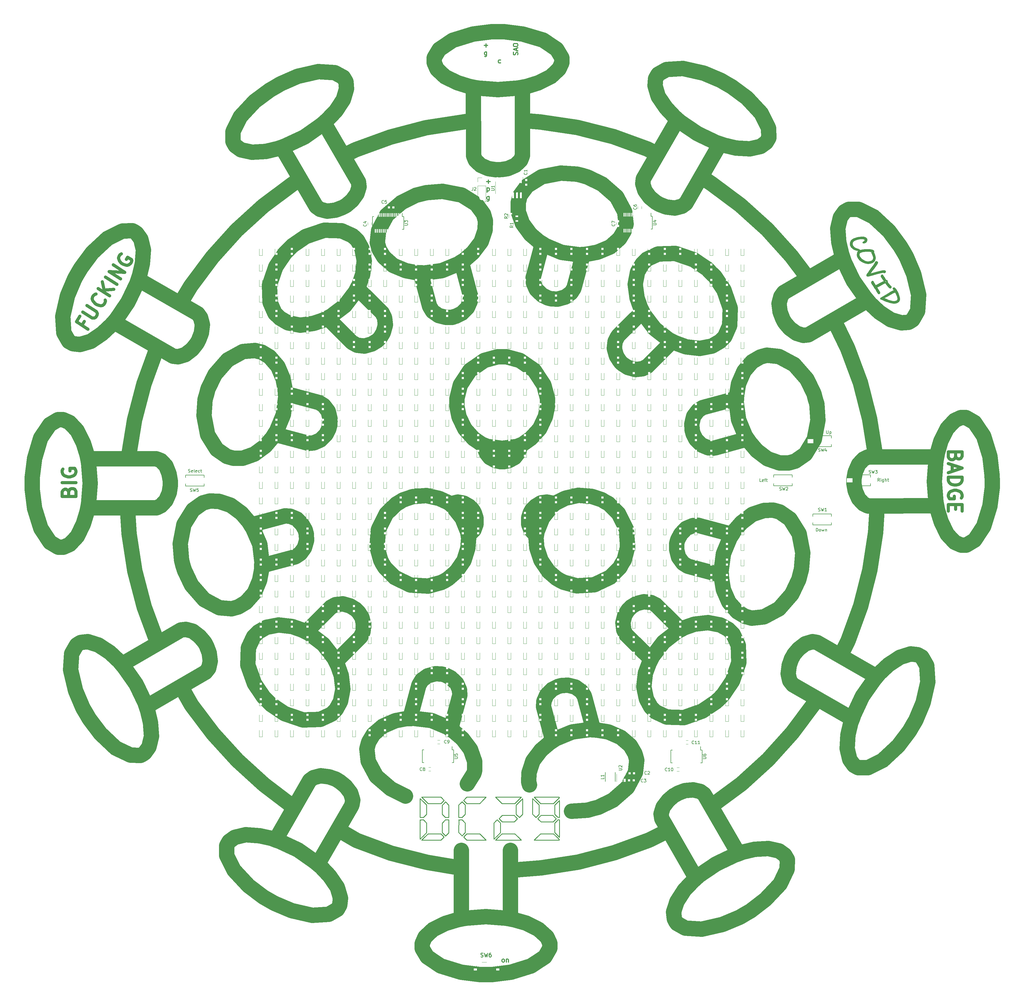
<source format=gto>
%TF.GenerationSoftware,KiCad,Pcbnew,(5.1.9)-1*%
%TF.CreationDate,2021-07-16T12:39:06-07:00*%
%TF.ProjectId,CoronaBadge1,436f726f-6e61-4426-9164-6765312e6b69,rev?*%
%TF.SameCoordinates,Original*%
%TF.FileFunction,Legend,Top*%
%TF.FilePolarity,Positive*%
%FSLAX46Y46*%
G04 Gerber Fmt 4.6, Leading zero omitted, Abs format (unit mm)*
G04 Created by KiCad (PCBNEW (5.1.9)-1) date 2021-07-16 12:39:06*
%MOMM*%
%LPD*%
G01*
G04 APERTURE LIST*
%ADD10C,0.300000*%
%ADD11C,1.016000*%
%ADD12C,0.525000*%
%ADD13C,0.250000*%
%ADD14C,5.000000*%
%ADD15C,0.200000*%
%ADD16C,0.127000*%
%ADD17C,0.120000*%
%ADD18C,0.150000*%
%ADD19C,0.100000*%
%ADD20C,0.254000*%
%ADD21C,1.530000*%
%ADD22R,1.900000X1.400000*%
%ADD23R,0.800000X0.800000*%
%ADD24R,0.750000X0.800000*%
%ADD25R,0.400000X1.200000*%
%ADD26R,0.650000X1.060000*%
%ADD27R,1.000000X0.800000*%
%ADD28R,0.700000X1.500000*%
%ADD29R,0.900000X0.500000*%
%ADD30R,2.700000X0.800000*%
%ADD31R,1.700000X1.700000*%
%ADD32O,1.700000X1.700000*%
%ADD33R,0.800000X0.750000*%
G04 APERTURE END LIST*
D10*
X192657142Y-47607142D02*
X192514285Y-47678571D01*
X192228571Y-47678571D01*
X192085714Y-47607142D01*
X192014285Y-47535714D01*
X191942857Y-47392857D01*
X191942857Y-46964285D01*
X192014285Y-46821428D01*
X192085714Y-46750000D01*
X192228571Y-46678571D01*
X192514285Y-46678571D01*
X192657142Y-46750000D01*
X188121428Y-44078571D02*
X188121428Y-45292857D01*
X188050000Y-45435714D01*
X187978571Y-45507142D01*
X187835714Y-45578571D01*
X187621428Y-45578571D01*
X187478571Y-45507142D01*
X188121428Y-45007142D02*
X187978571Y-45078571D01*
X187692857Y-45078571D01*
X187550000Y-45007142D01*
X187478571Y-44935714D01*
X187407142Y-44792857D01*
X187407142Y-44364285D01*
X187478571Y-44221428D01*
X187550000Y-44150000D01*
X187692857Y-44078571D01*
X187978571Y-44078571D01*
X188121428Y-44150000D01*
X187328571Y-42007142D02*
X188471428Y-42007142D01*
X187900000Y-42578571D02*
X187900000Y-41435714D01*
X188278571Y-88178571D02*
X188278571Y-89678571D01*
X188278571Y-88250000D02*
X188421428Y-88178571D01*
X188707142Y-88178571D01*
X188850000Y-88250000D01*
X188921428Y-88321428D01*
X188992857Y-88464285D01*
X188992857Y-88892857D01*
X188921428Y-89035714D01*
X188850000Y-89107142D01*
X188707142Y-89178571D01*
X188421428Y-89178571D01*
X188278571Y-89107142D01*
X188921428Y-90978571D02*
X188921428Y-92192857D01*
X188850000Y-92335714D01*
X188778571Y-92407142D01*
X188635714Y-92478571D01*
X188421428Y-92478571D01*
X188278571Y-92407142D01*
X188921428Y-91907142D02*
X188778571Y-91978571D01*
X188492857Y-91978571D01*
X188350000Y-91907142D01*
X188278571Y-91835714D01*
X188207142Y-91692857D01*
X188207142Y-91264285D01*
X188278571Y-91121428D01*
X188350000Y-91050000D01*
X188492857Y-90978571D01*
X188778571Y-90978571D01*
X188921428Y-91050000D01*
X188128571Y-86207142D02*
X189271428Y-86207142D01*
X188700000Y-86778571D02*
X188700000Y-85635714D01*
X193414285Y-339478571D02*
X193271428Y-339407142D01*
X193200000Y-339335714D01*
X193128571Y-339192857D01*
X193128571Y-338764285D01*
X193200000Y-338621428D01*
X193271428Y-338550000D01*
X193414285Y-338478571D01*
X193628571Y-338478571D01*
X193771428Y-338550000D01*
X193842857Y-338621428D01*
X193914285Y-338764285D01*
X193914285Y-339192857D01*
X193842857Y-339335714D01*
X193771428Y-339407142D01*
X193628571Y-339478571D01*
X193414285Y-339478571D01*
X194557142Y-338478571D02*
X194557142Y-339478571D01*
X194557142Y-338621428D02*
X194628571Y-338550000D01*
X194771428Y-338478571D01*
X194985714Y-338478571D01*
X195128571Y-338550000D01*
X195200000Y-338692857D01*
X195200000Y-339478571D01*
X198207142Y-45057142D02*
X198278571Y-44842857D01*
X198278571Y-44485714D01*
X198207142Y-44342857D01*
X198135714Y-44271428D01*
X197992857Y-44200000D01*
X197850000Y-44200000D01*
X197707142Y-44271428D01*
X197635714Y-44342857D01*
X197564285Y-44485714D01*
X197492857Y-44771428D01*
X197421428Y-44914285D01*
X197350000Y-44985714D01*
X197207142Y-45057142D01*
X197064285Y-45057142D01*
X196921428Y-44985714D01*
X196850000Y-44914285D01*
X196778571Y-44771428D01*
X196778571Y-44414285D01*
X196850000Y-44200000D01*
X197850000Y-43628571D02*
X197850000Y-42914285D01*
X198278571Y-43771428D02*
X196778571Y-43271428D01*
X198278571Y-42771428D01*
X196778571Y-41985714D02*
X196778571Y-41700000D01*
X196850000Y-41557142D01*
X196992857Y-41414285D01*
X197278571Y-41342857D01*
X197778571Y-41342857D01*
X198064285Y-41414285D01*
X198207142Y-41557142D01*
X198278571Y-41700000D01*
X198278571Y-41985714D01*
X198207142Y-42128571D01*
X198064285Y-42271428D01*
X197778571Y-42342857D01*
X197278571Y-42342857D01*
X196992857Y-42271428D01*
X196850000Y-42128571D01*
X196778571Y-41985714D01*
D11*
X340217500Y-175356666D02*
X340005833Y-175991666D01*
X339794166Y-176203333D01*
X339370833Y-176415000D01*
X338735833Y-176415000D01*
X338312500Y-176203333D01*
X338100833Y-175991666D01*
X337889166Y-175568333D01*
X337889166Y-173875000D01*
X342334166Y-173875000D01*
X342334166Y-175356666D01*
X342122500Y-175780000D01*
X341910833Y-175991666D01*
X341487500Y-176203333D01*
X341064166Y-176203333D01*
X340640833Y-175991666D01*
X340429166Y-175780000D01*
X340217500Y-175356666D01*
X340217500Y-173875000D01*
X339159166Y-178108333D02*
X339159166Y-180225000D01*
X337889166Y-177685000D02*
X342334166Y-179166666D01*
X337889166Y-180648333D01*
X337889166Y-182130000D02*
X342334166Y-182130000D01*
X342334166Y-183188333D01*
X342122500Y-183823333D01*
X341699166Y-184246666D01*
X341275833Y-184458333D01*
X340429166Y-184670000D01*
X339794166Y-184670000D01*
X338947500Y-184458333D01*
X338524166Y-184246666D01*
X338100833Y-183823333D01*
X337889166Y-183188333D01*
X337889166Y-182130000D01*
X342122500Y-188903333D02*
X342334166Y-188480000D01*
X342334166Y-187845000D01*
X342122500Y-187210000D01*
X341699166Y-186786666D01*
X341275833Y-186575000D01*
X340429166Y-186363333D01*
X339794166Y-186363333D01*
X338947500Y-186575000D01*
X338524166Y-186786666D01*
X338100833Y-187210000D01*
X337889166Y-187845000D01*
X337889166Y-188268333D01*
X338100833Y-188903333D01*
X338312500Y-189115000D01*
X339794166Y-189115000D01*
X339794166Y-188268333D01*
X340217500Y-191020000D02*
X340217500Y-192501666D01*
X337889166Y-193136666D02*
X337889166Y-191020000D01*
X342334166Y-191020000D01*
X342334166Y-193136666D01*
D12*
X319183647Y-120272271D02*
G75*
G02*
X319236479Y-120340259I-119274J-147207D01*
G01*
X313591856Y-119047246D02*
G75*
G02*
X313521733Y-118893749I1390725J728103D01*
G01*
X315026016Y-121332754D02*
X314461647Y-120460573D01*
X314286581Y-120113866D02*
X313966842Y-119663172D01*
X319010865Y-120605113D02*
G75*
G02*
X318909462Y-120561872I286233J811755D01*
G01*
X317904177Y-119441748D02*
G75*
G02*
X317662652Y-119081937I2612151J2014389D01*
G01*
X313232290Y-118669747D02*
G75*
G02*
X313333448Y-118623345I297915J-516002D01*
G01*
X316935640Y-118038164D02*
X317145976Y-118354972D01*
X313384171Y-119554239D02*
X313746325Y-120072086D01*
X315316107Y-122477330D02*
G75*
G02*
X315144909Y-122285240I519743J635550D01*
G01*
X314103046Y-120607376D02*
X314460721Y-121169895D01*
X315542049Y-122236169D02*
G75*
G02*
X315536423Y-122350735I-184519J-48359D01*
G01*
X313746325Y-120072086D02*
X314103046Y-120607376D01*
X313835234Y-119467266D02*
X313704198Y-119251243D01*
X319236479Y-120340260D02*
G75*
G02*
X319238334Y-120407899I-78187J-35989D01*
G01*
X319184840Y-120514213D02*
G75*
G02*
X319130888Y-120582788I-335118J208146D01*
G01*
X313333448Y-118623346D02*
G75*
G02*
X313390966Y-118632688I20159J-57617D01*
G01*
X319130887Y-120582789D02*
G75*
G02*
X319077551Y-120610716I-70111J69004D01*
G01*
X316939868Y-119135428D02*
G75*
G02*
X317315434Y-118970337I1344619J-2549144D01*
G01*
X317315435Y-118970335D02*
G75*
G02*
X317515388Y-118965399I107468J-301012D01*
G01*
X313384171Y-119554241D02*
G75*
G02*
X313167959Y-119218447I3263536J2338844D01*
G01*
X315536422Y-122350736D02*
G75*
G02*
X315435314Y-122481777I-260357J96360D01*
G01*
X313167958Y-119218446D02*
G75*
G02*
X313081392Y-118978456I630956J363197D01*
G01*
X319077553Y-120610717D02*
G75*
G02*
X319010865Y-120605115I-22606J130618D01*
G01*
X313704198Y-119251243D02*
X313591856Y-119047247D01*
X316467845Y-117364838D02*
X316614767Y-117572546D01*
X316694828Y-118842874D02*
X316218767Y-119086694D01*
X318909461Y-120561875D02*
G75*
G02*
X318719813Y-120416532I289790J574526D01*
G01*
X318304706Y-119938561D02*
X318719813Y-120416532D01*
X313081392Y-118978457D02*
G75*
G02*
X313107207Y-118802796I281561J48349D01*
G01*
X317103752Y-118638637D02*
X316694828Y-118842874D01*
X317515387Y-118965397D02*
G75*
G02*
X317662652Y-119081937I-74010J-244838D01*
G01*
X316218767Y-119086694D02*
X315677105Y-119372274D01*
X317224197Y-118499248D02*
G75*
G02*
X317230961Y-118572546I-105685J-46714D01*
G01*
X316369624Y-117231082D02*
G75*
G02*
X316274671Y-117092030I1400817J1058503D01*
G01*
X316369624Y-117231081D02*
X316467845Y-117364838D01*
X315677105Y-119372274D02*
X314286581Y-120113866D01*
X316778120Y-117807493D02*
X316935640Y-118038164D01*
X315772146Y-119756896D02*
X316939867Y-119135427D01*
X314825757Y-121769563D02*
X315144909Y-122285240D01*
X313390967Y-118632689D02*
G75*
G02*
X313438993Y-118694318I-96573J-124785D01*
G01*
X315435314Y-122481776D02*
G75*
G02*
X315316106Y-122477330I-56669J80920D01*
G01*
X319183648Y-120272273D02*
X319012203Y-120139155D01*
X317904176Y-119441749D02*
X318304706Y-119938561D01*
X314461647Y-120460573D02*
X315772146Y-119756896D01*
X315341685Y-121828027D02*
G75*
G02*
X315482489Y-122078187I-2538717J-1593641D01*
G01*
X317145977Y-118354971D02*
G75*
G02*
X317224198Y-118499246I-853774J-556233D01*
G01*
X317103752Y-118638637D02*
G75*
G02*
X317189037Y-118611441I131711J-265715D01*
G01*
X313521733Y-118893749D02*
X313438993Y-118694318D01*
X317230962Y-118572546D02*
G75*
G02*
X317189037Y-118611441I-49962J11811D01*
G01*
X315482490Y-122078187D02*
G75*
G02*
X315542050Y-122236171I-725352J-363682D01*
G01*
X319238334Y-120407899D02*
G75*
G02*
X319184841Y-120514213I-618267J244475D01*
G01*
X315341686Y-121828026D02*
X315026016Y-121332754D01*
X316614767Y-117572546D02*
X316778120Y-117807493D01*
X314460721Y-121169895D02*
X314825757Y-121769563D01*
X313107210Y-118802796D02*
G75*
G02*
X313232293Y-118669747I283331J-141046D01*
G01*
X313966842Y-119663172D02*
X313835234Y-119467266D01*
X316274671Y-117092028D02*
G75*
G02*
X316227784Y-116985217I362469J222808D01*
G01*
X316227786Y-116985218D02*
G75*
G02*
X316216719Y-116882744I295572J83756D01*
G01*
X321243759Y-125344702D02*
G75*
G02*
X320742605Y-125499130I-1055193J2533943D01*
G01*
X317794768Y-118375428D02*
G75*
G02*
X317652396Y-118320811I61494J373166D01*
G01*
X318364928Y-125121841D02*
X318852734Y-125269106D01*
X316332995Y-116584089D02*
G75*
G02*
X316452275Y-116575791I63956J-57893D01*
G01*
X320113383Y-121729915D02*
X319790043Y-121879050D01*
X321686112Y-123055403D02*
G75*
G02*
X321935770Y-123977691I-7727026J-2586597D01*
G01*
X316216719Y-116882743D02*
G75*
G02*
X316236496Y-116761265I612720J-37401D01*
G01*
X316236496Y-116761266D02*
G75*
G02*
X316332998Y-116584090I415110J-111228D01*
G01*
X319012202Y-120139155D02*
G75*
G02*
X318908204Y-120045593I448828J603477D01*
G01*
X316452276Y-116575792D02*
G75*
G02*
X316634396Y-116783722I-573130J-685710D01*
G01*
X318053740Y-118971222D02*
G75*
G02*
X317950122Y-118802069I1015723J738514D01*
G01*
X318734615Y-119850947D02*
X318538573Y-119615132D01*
X317979059Y-118471477D02*
G75*
G02*
X317941073Y-118572494I-1056533J339647D01*
G01*
X320236254Y-122069081D02*
X320364149Y-122031914D01*
X317028529Y-117423261D02*
X316634396Y-116783722D01*
X317371659Y-117987112D02*
X317028529Y-117423261D01*
X318908204Y-120045593D02*
X318734615Y-119850947D01*
X320255050Y-125541072D02*
G75*
G02*
X319673399Y-125470550I104093J3292449D01*
G01*
X317529683Y-118210717D02*
G75*
G02*
X317371659Y-117987112I1710204J1376261D01*
G01*
X316107831Y-124224015D02*
G75*
G02*
X316061961Y-124205250I70190J237015D01*
G01*
X321935769Y-123977690D02*
G75*
G02*
X321940367Y-124598060I-1541478J-321627D01*
G01*
X317652398Y-118320811D02*
G75*
G02*
X317529683Y-118210718I275582J430616D01*
G01*
X317919918Y-118687120D02*
G75*
G02*
X317941073Y-118572494I260037J11275D01*
G01*
X320585695Y-120979995D02*
G75*
G02*
X320812541Y-121292087I-1380072J-1241603D01*
G01*
X321163541Y-121925566D02*
X320812541Y-121292087D01*
X321495834Y-122585095D02*
X321163541Y-121925566D01*
X320742604Y-125499131D02*
G75*
G02*
X320255050Y-125541075I-421555J2045503D01*
G01*
X316991190Y-124594820D02*
X317349129Y-124754393D01*
X320276005Y-121719399D02*
G75*
G02*
X320343001Y-121745921I-80632J-301567D01*
G01*
X316704863Y-124457302D02*
X316991190Y-124594820D01*
X316153694Y-124231734D02*
G75*
G02*
X316107830Y-124224015I8756J192154D01*
G01*
X315997529Y-124148686D02*
G75*
G02*
X316012932Y-124083999I41941J24191D01*
G01*
X316022901Y-124178917D02*
G75*
G02*
X315997532Y-124148689I72808J86865D01*
G01*
X320466618Y-121886063D02*
G75*
G02*
X320462820Y-121949021I-144374J-22884D01*
G01*
X320462821Y-121949022D02*
G75*
G02*
X320432025Y-121995158I-87198J24858D01*
G01*
X317930571Y-118401482D02*
G75*
G02*
X317971908Y-118428212I-15033J-68578D01*
G01*
X317837625Y-124940574D02*
X318364928Y-125121841D01*
X316153693Y-124231734D02*
G75*
G02*
X316226398Y-124247847I-9870J-216613D01*
G01*
X317349129Y-124754393D02*
X317837625Y-124940574D01*
X319790043Y-121879050D02*
X319241382Y-122176068D01*
X320446691Y-121836446D02*
G75*
G02*
X320466619Y-121886064I-98573J-68400D01*
G01*
X318343382Y-119363415D02*
X318053740Y-118971223D01*
X320432023Y-121995155D02*
G75*
G02*
X320364149Y-122031914I-137875J173541D01*
G01*
X321940368Y-124598060D02*
G75*
G02*
X321712037Y-125029944I-823646J159150D01*
G01*
X320343002Y-121745920D02*
G75*
G02*
X320402727Y-121787268I-152428J-283984D01*
G01*
X317950124Y-118802069D02*
G75*
G02*
X317919920Y-118687118I249864J127095D01*
G01*
X316410900Y-123828545D02*
X316012932Y-124083999D01*
X321712036Y-125029944D02*
G75*
G02*
X321243756Y-125344702I-1021784J1014437D01*
G01*
X319840749Y-122226636D02*
G75*
G02*
X320236254Y-122069081I778623J-1379358D01*
G01*
X316445569Y-124340479D02*
X316704863Y-124457302D01*
X316061961Y-124205249D02*
G75*
G02*
X316022901Y-124178916I106097J199513D01*
G01*
X320402725Y-121787269D02*
G75*
G02*
X320446689Y-121836446I-177161J-202619D01*
G01*
X320113383Y-121729915D02*
G75*
G02*
X320276006Y-121719401I96871J-235402D01*
G01*
X316226398Y-124247847D02*
X316445569Y-124340479D01*
X317971910Y-118428211D02*
G75*
G02*
X317979059Y-118471479I-38510J-28588D01*
G01*
X317930570Y-118401482D02*
X317794770Y-118375428D01*
X318538573Y-119615132D02*
X318343382Y-119363415D01*
X317004061Y-123468303D02*
X316410900Y-123828545D01*
X318028546Y-122872133D02*
X317004061Y-123468303D01*
X321495833Y-122585096D02*
G75*
G02*
X321686113Y-123055403I-3727867J-1781890D01*
G01*
X318852734Y-125269106D02*
X319673399Y-125470550D01*
X319241382Y-122176068D02*
X318028546Y-122872133D01*
X320473784Y-125181129D02*
G75*
G02*
X320028341Y-125190433I-275397J2517176D01*
G01*
X313186874Y-114202446D02*
X312484366Y-115151738D01*
X312239229Y-116680215D02*
G75*
G02*
X311896409Y-116760250I-983231J3437289D01*
G01*
X319509686Y-125117794D02*
X318873244Y-124956597D01*
X321526142Y-123701795D02*
G75*
G02*
X321606764Y-124130823I-2067474J-610601D01*
G01*
X317158389Y-115633253D02*
G75*
G02*
X317059803Y-115607567I120937J666205D01*
G01*
X314457932Y-116046327D02*
X315688080Y-115754017D01*
X312239228Y-116680214D02*
X312988089Y-116461244D01*
X314185187Y-112733674D02*
X313752417Y-113393389D01*
X314824111Y-112443558D02*
G75*
G02*
X314822672Y-112508080I-218861J-27395D01*
G01*
X317386784Y-115391066D02*
G75*
G02*
X317335814Y-115523132I-373580J68312D01*
G01*
X321459979Y-124716296D02*
G75*
G02*
X321345785Y-124849576I-1142980J863738D01*
G01*
X317335815Y-115523135D02*
G75*
G02*
X317280514Y-115595246I-392834J243996D01*
G01*
X321606763Y-124130822D02*
G75*
G02*
X321583546Y-124452329I-1030942J-87144D01*
G01*
X320423602Y-120818795D02*
G75*
G02*
X320585693Y-120979996I-1369148J-1538808D01*
G01*
X317273902Y-115208774D02*
G75*
G02*
X317365921Y-115282801I-61455J-170596D01*
G01*
X311562589Y-116720790D02*
G75*
G02*
X311515856Y-116590241I84001J103709D01*
G01*
X312484366Y-115151738D02*
X311838288Y-116015725D01*
X311515857Y-116590240D02*
G75*
G02*
X311595463Y-116383047I664516J-136427D01*
G01*
X320061952Y-120928185D02*
G75*
G02*
X320067877Y-120875242I98206J15811D01*
G01*
X314280732Y-112486333D02*
G75*
G02*
X314334294Y-112352888I335924J-57361D01*
G01*
X321322146Y-123085678D02*
X321526141Y-123701793D01*
X311896410Y-116760249D02*
G75*
G02*
X311695687Y-116772406I-150937J828980D01*
G01*
X320101220Y-120818552D02*
G75*
G02*
X320195060Y-120749572I178627J-144683D01*
G01*
X321583546Y-124452331D02*
G75*
G02*
X321459978Y-124716296I-683096J158867D01*
G01*
X320391830Y-121336084D02*
X320747772Y-121912834D01*
X320067876Y-120875243D02*
G75*
G02*
X320101219Y-120818552I205351J-82629D01*
G01*
X316660898Y-115573570D02*
G75*
G02*
X317059803Y-115607567I131512J-814185D01*
G01*
X314695283Y-112288061D02*
G75*
G02*
X314764010Y-112338474I-292002J-470128D01*
G01*
X320195061Y-120749573D02*
G75*
G02*
X320298887Y-120746659I55908J-140885D01*
G01*
X320028340Y-125190433D02*
G75*
G02*
X319509686Y-125117794I244637J3634720D01*
G01*
X312988089Y-116461244D02*
X314457932Y-116046327D01*
X314435015Y-112266081D02*
G75*
G02*
X314563704Y-112243450I104910J-219351D01*
G01*
X316805121Y-124047536D02*
G75*
G02*
X316829254Y-123957071I57398J33140D01*
G01*
X317604068Y-124476437D02*
X316947802Y-124178517D01*
X320298887Y-120746660D02*
G75*
G02*
X320423604Y-120818797I-113113J-339438D01*
G01*
X314563704Y-112243449D02*
G75*
G02*
X314695284Y-112288060I-29937J-304657D01*
G01*
X314805610Y-112388587D02*
G75*
G02*
X314824112Y-112443558I-126233J-73089D01*
G01*
X321095882Y-125013569D02*
X320883519Y-125091900D01*
X320084299Y-120981343D02*
G75*
G02*
X320061949Y-120928187I98195J72563D01*
G01*
X315688080Y-115754017D02*
X316660897Y-115573570D01*
X321235382Y-124940560D02*
G75*
G02*
X321095882Y-125013569I-451583J693072D01*
G01*
X314822673Y-112508080D02*
G75*
G02*
X314737064Y-112722893I-546448J93309D01*
G01*
X317118087Y-115177113D02*
G75*
G02*
X317273900Y-115208775I-30295J-548303D01*
G01*
X313752417Y-113393389D02*
X313186874Y-114202446D01*
X320136718Y-121039054D02*
G75*
G02*
X320391830Y-121336084I-1019616J-1133790D01*
G01*
X320747772Y-121912834D02*
X321088777Y-122545653D01*
X317365919Y-115282802D02*
G75*
G02*
X317386783Y-115391067I-128619J-80930D01*
G01*
X317225912Y-115629289D02*
G75*
G02*
X317158388Y-115633253I-41924J137052D01*
G01*
X314334293Y-112352889D02*
G75*
G02*
X314435013Y-112266083I210162J-142013D01*
G01*
X314280731Y-112486332D02*
G75*
G02*
X314185187Y-112733674I-659431J112603D01*
G01*
X316829254Y-123957071D02*
X318382259Y-123058757D01*
X321088776Y-122545652D02*
G75*
G02*
X321322146Y-123085678I-4734166J-2366290D01*
G01*
X314764010Y-112338473D02*
G75*
G02*
X314805610Y-112388587I-126941J-147697D01*
G01*
X321345784Y-124849574D02*
G75*
G02*
X321235383Y-124940559I-460414J446196D01*
G01*
X317280516Y-115595243D02*
G75*
G02*
X317225914Y-115629288I-91124J85336D01*
G01*
X320136718Y-121039052D02*
G75*
G02*
X320084299Y-120981340I258564J287516D01*
G01*
X311695687Y-116772405D02*
G75*
G02*
X311562591Y-116720790I13788J232963D01*
G01*
X318382259Y-123058757D02*
X319840748Y-122226638D01*
X320883522Y-125091897D02*
G75*
G02*
X320473785Y-125181128I-626384J1890940D01*
G01*
X311595465Y-116383048D02*
G75*
G02*
X311838288Y-116015725I3586383J-2106904D01*
G01*
X316947800Y-124178518D02*
G75*
G02*
X316805120Y-124047536I137032J292473D01*
G01*
X318292112Y-124759944D02*
X317604068Y-124476437D01*
X318873244Y-124956597D02*
X318292112Y-124759944D01*
X310231145Y-105986077D02*
X310519298Y-105977918D01*
X309031283Y-108397691D02*
G75*
G02*
X309044963Y-108425276I-8815J-21556D01*
G01*
X312994060Y-108460495D02*
X312273975Y-108381391D01*
X311324181Y-104822051D02*
G75*
G02*
X311382965Y-105028083I-511159J-257244D01*
G01*
X307546679Y-108160205D02*
G75*
G02*
X307067305Y-107906862I796762J2087829D01*
G01*
X308459223Y-108207622D02*
G75*
G02*
X307575767Y-107848124I1008697J3744135D01*
G01*
X306852022Y-105623225D02*
G75*
G02*
X307209383Y-105293023I1231922J-974767D01*
G01*
X310021782Y-104604275D02*
G75*
G02*
X310593030Y-104710908I-188190J-2591610D01*
G01*
X307743519Y-105018607D02*
G75*
G02*
X308516157Y-104770752I2948700J-7863769D01*
G01*
X309207930Y-108652555D02*
G75*
G02*
X309668152Y-108527972I1637903J-5138229D01*
G01*
X310967852Y-105159698D02*
G75*
G02*
X310954054Y-105347764I-330066J-70324D01*
G01*
X310823000Y-108361199D02*
X310217843Y-108427783D01*
X310823000Y-108361199D02*
G75*
G02*
X311492599Y-108341498I534326J-6771582D01*
G01*
X307209384Y-105293023D02*
G75*
G02*
X307743519Y-105018610I1446211J-2157953D01*
G01*
X311372545Y-105269452D02*
G75*
G02*
X311270771Y-105538555I-767242J136374D01*
G01*
X308228579Y-108378985D02*
X308887214Y-108525130D01*
X311270772Y-105538555D02*
G75*
G02*
X311075012Y-105765141I-777003J473437D01*
G01*
X308688465Y-108273687D02*
X308459222Y-108207623D01*
X306183448Y-106133387D02*
G75*
G02*
X306402462Y-105533415I1489324J-203702D01*
G01*
X306627207Y-106036685D02*
G75*
G02*
X306852022Y-105623225I1306973J-442802D01*
G01*
X310884507Y-104942731D02*
G75*
G02*
X310967852Y-105159696I-644332J-372007D01*
G01*
X306603413Y-106683949D02*
G75*
G02*
X306627206Y-106036684I1096718J283755D01*
G01*
X312273975Y-108381391D02*
X311492599Y-108341498D01*
X312994060Y-108460493D02*
G75*
G02*
X313367963Y-108570628I-178070J-1294301D01*
G01*
X309044966Y-108425274D02*
G75*
G02*
X308887214Y-108525130I-133047J35650D01*
G01*
X306929601Y-107315027D02*
G75*
G02*
X306603414Y-106683950I1222712J1031827D01*
G01*
X306227926Y-106780803D02*
G75*
G02*
X306183449Y-106133387I1538369J430922D01*
G01*
X307150130Y-104882844D02*
G75*
G02*
X308517288Y-104424519I2923320J-6451869D01*
G01*
X306402463Y-105533414D02*
G75*
G02*
X307150131Y-104882843I1461342J-924534D01*
G01*
X310985930Y-104501227D02*
G75*
G02*
X311192072Y-104648057I-509324J-933188D01*
G01*
X311382965Y-105028082D02*
G75*
G02*
X311372545Y-105269450I-908896J-81669D01*
G01*
X311075012Y-105765140D02*
G75*
G02*
X310812790Y-105918970I-600500J723217D01*
G01*
X309297098Y-104620653D02*
G75*
G02*
X310021783Y-104604275I448205J-3791071D01*
G01*
X306535220Y-107397505D02*
G75*
G02*
X306227927Y-106780803I1456989J1110906D01*
G01*
X307067305Y-107906864D02*
G75*
G02*
X306535219Y-107397506I1355509J1948587D01*
G01*
X310593031Y-104710911D02*
G75*
G02*
X310884506Y-104942734I-148475J-485828D01*
G01*
X308879070Y-108338315D02*
X308688465Y-108273687D01*
X308555095Y-109216930D02*
G75*
G02*
X308697895Y-108962035I1028859J-408947D01*
G01*
X310835000Y-105529683D02*
G75*
G02*
X310590663Y-105732036I-1441557J1491955D01*
G01*
X308517290Y-104424518D02*
G75*
G02*
X309966154Y-104250539I1574351J-6990954D01*
G01*
X311192072Y-104648056D02*
G75*
G02*
X311324181Y-104822051I-403608J-443598D01*
G01*
X310812789Y-105918971D02*
G75*
G02*
X310519298Y-105977918I-318543J825886D01*
G01*
X308697895Y-108962035D02*
G75*
G02*
X308886748Y-108794484I503290J-377070D01*
G01*
X310954056Y-105347763D02*
G75*
G02*
X310835001Y-105529686I-460463J171421D01*
G01*
X309031282Y-108397693D02*
X308879070Y-108338315D01*
X310217843Y-108427783D02*
X309668152Y-108527972D01*
X310590663Y-105732036D02*
X310231145Y-105986077D01*
X308516156Y-104770755D02*
G75*
G02*
X309297097Y-104620655I1428037J-5323235D01*
G01*
X309966153Y-104250539D02*
G75*
G02*
X310985930Y-104501226I35960J-2053249D01*
G01*
X308886750Y-108794483D02*
G75*
G02*
X309207932Y-108652555I818124J-1417032D01*
G01*
X307575765Y-107848126D02*
G75*
G02*
X306929599Y-107315026I1141274J2041485D01*
G01*
X308228579Y-108378986D02*
G75*
G02*
X307546679Y-108160206I1679121J6405593D01*
G01*
X312458558Y-112610807D02*
G75*
G02*
X311732320Y-112653045I-522069J2711869D01*
G01*
X309267905Y-109095197D02*
G75*
G02*
X309435060Y-109015936I590224J-1028843D01*
G01*
X314297480Y-113366260D02*
X314737064Y-112722893D01*
X313721914Y-114165118D02*
X314297480Y-113366260D01*
X312987926Y-115136288D02*
X313721914Y-114165118D01*
X312085464Y-112328909D02*
G75*
G02*
X310863964Y-112149949I-194216J2932548D01*
G01*
X312082829Y-116381357D02*
G75*
G02*
X312076175Y-116362652I3120J11646D01*
G01*
X312627506Y-115610190D02*
X312987926Y-115136288D01*
X312076175Y-116362652D02*
X312331069Y-116010895D01*
X312116717Y-116381346D02*
G75*
G02*
X312082829Y-116381358I-16967J63130D01*
G01*
X313239417Y-109105090D02*
G75*
G02*
X313215957Y-109115206I-22556J20047D01*
G01*
X312070937Y-108702918D02*
X312939101Y-108797022D01*
X310233703Y-108790039D02*
G75*
G02*
X311099452Y-108690357I1105064J-5788170D01*
G01*
X310863965Y-112149948D02*
G75*
G02*
X309717641Y-111480361I1358869J3642406D01*
G01*
X313163641Y-109157979D02*
G75*
G02*
X313215957Y-109115206I50771J-8718D01*
G01*
X313518931Y-109142617D02*
G75*
G02*
X313531137Y-109071860I143461J11684D01*
G01*
X311732322Y-112653044D02*
G75*
G02*
X310956237Y-112501367I246203J3321091D01*
G01*
X313885707Y-111747400D02*
G75*
G02*
X313592953Y-112091229I-1078351J621615D01*
G01*
X313605315Y-109355309D02*
G75*
G02*
X313541624Y-109230831I1195593J690274D01*
G01*
X314064839Y-110781811D02*
G75*
G02*
X314037525Y-111320295I-2463766J-144965D01*
G01*
X309679941Y-108930583D02*
X309957610Y-108851462D01*
X313028027Y-112076987D02*
G75*
G02*
X312085465Y-112328907I-1108902J2259710D01*
G01*
X308966815Y-110547348D02*
G75*
G02*
X308862224Y-109612688I1141106J600875D01*
G01*
X309717641Y-111480361D02*
G75*
G02*
X308966817Y-110547348I2012405J2388053D01*
G01*
X313388898Y-109731302D02*
G75*
G02*
X313729501Y-110685334I-2455504J-1414466D01*
G01*
X313243435Y-109038091D02*
G75*
G02*
X313249851Y-109079075I-102395J-37023D01*
G01*
X314019102Y-110468153D02*
X313909200Y-110072932D01*
X313909200Y-110072932D02*
X313763641Y-109676553D01*
X312566284Y-116260158D02*
X312116716Y-116381344D01*
X309435060Y-109015936D02*
X309679941Y-108930583D01*
X309957610Y-108851462D02*
X310233700Y-108790040D01*
X313073981Y-116120583D02*
X312566284Y-116260158D01*
X313668606Y-115952676D02*
X313073981Y-116120583D01*
X314820318Y-115639037D02*
X313668606Y-115952676D01*
X315865563Y-115385987D02*
X314820318Y-115639037D01*
X316731557Y-115203868D02*
X315865563Y-115385987D01*
X316731557Y-115203867D02*
G75*
G02*
X317118088Y-115177113I300326J-1533393D01*
G01*
X313249851Y-109079075D02*
G75*
G02*
X313239416Y-109105090I-41400J1506D01*
G01*
X312939103Y-108797022D02*
G75*
G02*
X313220555Y-108988888I-58449J-388106D01*
G01*
X313169434Y-109269707D02*
G75*
G02*
X313163641Y-109157979I244765J68706D01*
G01*
X308992614Y-109303957D02*
G75*
G02*
X309095042Y-109206057I390868J-306415D01*
G01*
X313592953Y-112091231D02*
G75*
G02*
X313143483Y-112380139I-1511776J1857868D01*
G01*
X308923562Y-109425205D02*
G75*
G02*
X308992616Y-109303958I443517J-172308D01*
G01*
X313242956Y-109459892D02*
X313388897Y-109731303D01*
X313541622Y-109230831D02*
G75*
G02*
X313518932Y-109142618I244831J110001D01*
G01*
X313614775Y-108783273D02*
G75*
G02*
X313631399Y-108901088I-177390J-85110D01*
G01*
X313631398Y-108901088D02*
G75*
G02*
X313576866Y-109006036I-189843J32003D01*
G01*
X313729500Y-110685334D02*
G75*
G02*
X313604787Y-111505321I-1324274J-218068D01*
G01*
X311099452Y-108690360D02*
G75*
G02*
X312070937Y-108702918I368591J-9068567D01*
G01*
X313605314Y-109355309D02*
G75*
G02*
X313763641Y-109676553I-2362753J-1364138D01*
G01*
X313604787Y-111505320D02*
G75*
G02*
X313028027Y-112076987I-1137352J570703D01*
G01*
X313143484Y-112380136D02*
G75*
G02*
X312458559Y-112610805I-1193751J2412398D01*
G01*
X308862224Y-109612690D02*
G75*
G02*
X308923560Y-109425206I1752845J-469671D01*
G01*
X313242955Y-109459891D02*
G75*
G02*
X313169433Y-109269707I958812J479963D01*
G01*
X313522926Y-108667252D02*
G75*
G02*
X313614775Y-108783274I-210745J-261202D01*
G01*
X313220554Y-108988887D02*
G75*
G02*
X313243435Y-109038091I-266359J-153782D01*
G01*
X312331069Y-116010895D02*
X312627506Y-115610190D01*
X309095044Y-109206058D02*
G75*
G02*
X309267906Y-109095197I1207274J-1692266D01*
G01*
X314037524Y-111320293D02*
G75*
G02*
X313885708Y-111747399I-1240237J200311D01*
G01*
X313367962Y-108570628D02*
G75*
G02*
X313522926Y-108667251I-318676J-683669D01*
G01*
X313531137Y-109071862D02*
G75*
G02*
X313576866Y-109006036I199460J-89767D01*
G01*
X314019103Y-110468152D02*
G75*
G02*
X314064838Y-110781810I-1795782J-422010D01*
G01*
X308492553Y-110394202D02*
G75*
G02*
X308454012Y-110194892I975686J292056D01*
G01*
X308466756Y-109542190D02*
G75*
G02*
X308555096Y-109216929I1475571J-226133D01*
G01*
X309662020Y-111888538D02*
G75*
G02*
X309298198Y-111606133I1551302J2374097D01*
G01*
X310956235Y-112501367D02*
G75*
G02*
X310122994Y-112156217I1717310J5324193D01*
G01*
X310122993Y-112156218D02*
G75*
G02*
X309662018Y-111888538I2307409J4504384D01*
G01*
X308440000Y-109918440D02*
G75*
G02*
X308466756Y-109542192I2328646J23484D01*
G01*
X309298197Y-111606132D02*
G75*
G02*
X308997336Y-111279372I1760682J1923010D01*
G01*
X308997337Y-111279373D02*
G75*
G02*
X308727342Y-110878377I2885329J2234110D01*
G01*
X308440002Y-109918439D02*
X308454012Y-110194892D01*
X308572459Y-110593829D02*
X308727342Y-110878377D01*
X308572459Y-110593829D02*
G75*
G02*
X308492554Y-110394201I1067388J543052D01*
G01*
D11*
X57635575Y-131579359D02*
X56828601Y-132821989D01*
X58781306Y-134090091D02*
X55053415Y-131669170D01*
X56206234Y-129893984D01*
X57128490Y-128473835D02*
X60146306Y-130433628D01*
X60616625Y-130486673D01*
X60909426Y-130424437D01*
X61317508Y-130184681D01*
X61778636Y-129474607D01*
X61831681Y-129004288D01*
X61769444Y-128711487D01*
X61529689Y-128303405D01*
X58511873Y-126343612D01*
X64420929Y-124628559D02*
X64483165Y-124921360D01*
X64314838Y-125569198D01*
X64084274Y-125924235D01*
X63560910Y-126341509D01*
X62975309Y-126465982D01*
X62504990Y-126412937D01*
X61679633Y-126129328D01*
X61147078Y-125783482D01*
X60552285Y-125144836D01*
X60312530Y-124736753D01*
X60188057Y-124151152D01*
X60356384Y-123503314D01*
X60586948Y-123148277D01*
X61110312Y-122731003D01*
X61403113Y-122668767D01*
X65813503Y-123261456D02*
X62085613Y-120840535D01*
X67196886Y-121131232D02*
X64029126Y-121345517D01*
X63468996Y-118710312D02*
X64215836Y-122223918D01*
X68234424Y-119533565D02*
X64506533Y-117112645D01*
X69387243Y-117758379D02*
X65659352Y-115337459D01*
X70770626Y-115628156D01*
X67042736Y-113207235D01*
X69641175Y-109594627D02*
X69233092Y-109834382D01*
X68887246Y-110366938D01*
X68718919Y-111014775D01*
X68843393Y-111600376D01*
X69083148Y-112008459D01*
X69677940Y-112647105D01*
X70210496Y-112992951D01*
X71035853Y-113276560D01*
X71506172Y-113329605D01*
X72091773Y-113205132D01*
X72615137Y-112787858D01*
X72845701Y-112432821D01*
X73014028Y-111784983D01*
X72951792Y-111492183D01*
X71709161Y-110685209D01*
X71248034Y-111395284D01*
X52582500Y-186863333D02*
X52794166Y-186228333D01*
X53005833Y-186016666D01*
X53429166Y-185805000D01*
X54064166Y-185805000D01*
X54487500Y-186016666D01*
X54699166Y-186228333D01*
X54910833Y-186651666D01*
X54910833Y-188345000D01*
X50465833Y-188345000D01*
X50465833Y-186863333D01*
X50677500Y-186440000D01*
X50889166Y-186228333D01*
X51312500Y-186016666D01*
X51735833Y-186016666D01*
X52159166Y-186228333D01*
X52370833Y-186440000D01*
X52582500Y-186863333D01*
X52582500Y-188345000D01*
X54910833Y-183900000D02*
X50465833Y-183900000D01*
X50677500Y-179455000D02*
X50465833Y-179878333D01*
X50465833Y-180513333D01*
X50677500Y-181148333D01*
X51100833Y-181571666D01*
X51524166Y-181783333D01*
X52370833Y-181995000D01*
X53005833Y-181995000D01*
X53852500Y-181783333D01*
X54275833Y-181571666D01*
X54699166Y-181148333D01*
X54910833Y-180513333D01*
X54910833Y-180090000D01*
X54699166Y-179455000D01*
X54487500Y-179243333D01*
X53005833Y-179243333D01*
X53005833Y-180090000D01*
D13*
X205599107Y-297796269D02*
X204550000Y-298846269D01*
X210762980Y-298759238D02*
X209800961Y-297796269D01*
X209800961Y-297796269D02*
X207700034Y-297796269D01*
X207700034Y-297796269D02*
X205599107Y-297796269D01*
X192575000Y-297422163D02*
X192575000Y-295870823D01*
X193049106Y-297796269D02*
X192000000Y-298846269D01*
X195150000Y-297796269D02*
X193049106Y-297796269D01*
X210225000Y-295874511D02*
X210225000Y-297422520D01*
X211703170Y-299752284D02*
G75*
G02*
X211725000Y-299809238I-63380J-56954D01*
G01*
X211725000Y-299809238D02*
G75*
G02*
X211670244Y-299866316I-57127J0D01*
G01*
X195150000Y-299896269D02*
X199349107Y-299896269D01*
X191863041Y-293611746D02*
X191691734Y-293446554D01*
X211725000Y-298920019D02*
X211725000Y-296108144D01*
X192061646Y-293807876D02*
X191863041Y-293611746D01*
X192000000Y-298846269D02*
X190950893Y-299896269D01*
X186900000Y-298846269D02*
X185850893Y-297796269D01*
X180631980Y-298813679D02*
X181135338Y-299354974D01*
X211075781Y-293480590D02*
G75*
G02*
X211218605Y-293363596I762200J-784807D01*
G01*
X211725000Y-296108144D02*
X211725000Y-293296269D01*
X173809098Y-299352621D02*
X174318197Y-298812703D01*
X174318197Y-298812703D02*
X173808244Y-298304486D01*
X170150446Y-299894404D02*
X173300000Y-299892539D01*
X168050000Y-298846269D02*
X167000893Y-299896269D01*
X169099107Y-297796269D02*
X168050000Y-298846269D01*
X191184541Y-293612823D02*
X190986606Y-293809623D01*
X191525000Y-298471269D02*
X192575000Y-297422163D01*
X181140685Y-298304974D02*
X180631980Y-298813679D01*
X167000893Y-299896269D02*
X170150446Y-299894404D01*
X191355284Y-293447067D02*
X191184541Y-293612823D01*
X211442406Y-299464901D02*
X211131712Y-299134623D01*
X210740116Y-293811386D02*
X210225000Y-294326502D01*
X191523253Y-293296269D02*
G75*
G02*
X191540215Y-293303013I-1J-24704D01*
G01*
X192575000Y-295870823D02*
X192575000Y-294319483D01*
X190475000Y-299520376D02*
X191525000Y-298471269D01*
X211121898Y-299883505D02*
X211670244Y-299866316D01*
X210167971Y-299894325D02*
X211121898Y-299883505D01*
X207612946Y-299896269D02*
X210167971Y-299894325D01*
X183750141Y-297796269D02*
X181649390Y-297796269D01*
X191506313Y-293303037D02*
X191355284Y-293447067D01*
X211218605Y-293363596D02*
G75*
G02*
X211335397Y-293313013I187731J-273333D01*
G01*
X203500893Y-299896269D02*
X207612946Y-299896269D01*
X198300000Y-298846269D02*
X197250893Y-297796269D01*
X211335397Y-293313013D02*
G75*
G02*
X211490116Y-293296269I154718J-706455D01*
G01*
X211075781Y-293480590D02*
X210740116Y-293811386D01*
X204550000Y-298846269D02*
X203500893Y-299896269D01*
X197250893Y-297796269D02*
X195150000Y-297796269D01*
X190950893Y-299896269D02*
X195150000Y-299896269D01*
X187949107Y-299896269D02*
X186900000Y-298846269D01*
X181638697Y-299896269D02*
X184793902Y-299896269D01*
X181135338Y-299354974D02*
X181638697Y-299896269D01*
X210225000Y-294326502D02*
X210225000Y-295874511D01*
X173808244Y-298304486D02*
X173298292Y-297796269D01*
X181649390Y-297796269D02*
X181140685Y-298304974D01*
X185850893Y-297796269D02*
X183750141Y-297796269D01*
X184793902Y-299896269D02*
X187949107Y-299896269D01*
X171198699Y-297796269D02*
X169099107Y-297796269D01*
X173298292Y-297796269D02*
X171198699Y-297796269D01*
X210975000Y-298171269D02*
X211725000Y-298920019D01*
X192575000Y-294319483D02*
X192061646Y-293807876D01*
X211725000Y-293296269D02*
X211490116Y-293296269D01*
X191506312Y-293303037D02*
G75*
G02*
X191523252Y-293296269I16940J-17818D01*
G01*
X210225000Y-297422520D02*
X210975000Y-298171269D01*
X191691734Y-293446554D02*
X191540215Y-293303013D01*
X211131712Y-299134623D02*
X210762980Y-298759238D01*
X199349107Y-299896269D02*
X198300000Y-298846269D01*
X173300000Y-299892539D02*
X173809098Y-299352621D01*
X211703170Y-299752285D02*
X211442406Y-299464901D01*
X190475000Y-296921677D02*
X190475000Y-299520376D01*
X179108332Y-293329603D02*
G75*
G02*
X179137168Y-293316268I32558J-32557D01*
G01*
X180661646Y-293807876D02*
X180148292Y-293296269D01*
X174264421Y-297960724D02*
X174803842Y-298498472D01*
X173725000Y-297422975D02*
X174264421Y-297960724D01*
X181175000Y-295871229D02*
X181175000Y-294319483D01*
X179587140Y-297949599D02*
X180099280Y-298495358D01*
X179077400Y-294606366D02*
X179075000Y-295383388D01*
X195124959Y-291846269D02*
X193198213Y-291846269D01*
X174755232Y-293296269D02*
X174240116Y-293811386D01*
X175290116Y-293296269D02*
X174755232Y-293296269D01*
X166558332Y-293329603D02*
G75*
G02*
X166587168Y-293316268I32558J-32557D01*
G01*
X166899685Y-293298684D02*
X166729723Y-293306061D01*
X205748213Y-293946269D02*
X207698252Y-293946269D01*
X193198213Y-291846269D02*
X192675000Y-292371269D01*
X209601705Y-291846269D02*
X207674959Y-291846269D01*
X207674959Y-291846269D02*
X205748213Y-291846269D01*
X210675076Y-292922980D02*
X210138391Y-292384625D01*
X209648292Y-293946269D02*
X210161684Y-293434625D01*
X168625000Y-294319483D02*
X168111646Y-293807876D01*
X166534791Y-294257519D02*
X166527398Y-295258843D01*
X179094706Y-293361696D02*
G75*
G02*
X179108333Y-293329603I46542J-822D01*
G01*
X166525000Y-296441656D02*
X166525000Y-299520376D01*
X166527398Y-295258843D02*
X166525000Y-296441656D01*
X210161684Y-293434625D02*
X210675076Y-292922980D01*
X179279723Y-293306061D02*
X179137168Y-293316268D01*
X179449685Y-293298684D02*
X179279723Y-293306061D01*
X179644979Y-293296269D02*
X179449685Y-293298684D01*
X180148292Y-293296269D02*
X179644979Y-293296269D01*
X181175000Y-294319483D02*
X180661646Y-293807876D01*
X181175000Y-297422975D02*
X181175000Y-295871229D01*
X180637140Y-297959167D02*
X181175000Y-297422975D01*
X180099280Y-298495358D02*
X180637140Y-297959167D01*
X179075000Y-295383388D02*
X179075000Y-297403840D01*
X167598292Y-293296269D02*
X167094979Y-293296269D01*
X205225000Y-293421269D02*
X205748213Y-293946269D01*
X175825000Y-293296269D02*
X175290116Y-293296269D01*
X173725000Y-294326502D02*
X173725000Y-295874738D01*
X204701786Y-292896269D02*
X205225000Y-293421269D01*
X207698252Y-293946269D02*
X209648292Y-293946269D01*
X179084791Y-293946652D02*
X179077400Y-294606366D01*
X179094706Y-293361696D02*
X179084791Y-293946652D01*
X175825000Y-295378518D02*
X175825000Y-293296269D01*
X174803842Y-298498472D02*
X175314421Y-297979619D01*
X167575000Y-298471269D02*
X168625000Y-297422163D01*
X166525000Y-299520376D02*
X167575000Y-298471269D01*
X168625000Y-295870823D02*
X168625000Y-294319483D01*
X205748213Y-291846269D02*
X205225000Y-292371269D01*
X167094979Y-293296269D02*
X166899685Y-293298684D01*
X173725000Y-295874738D02*
X173725000Y-297422975D01*
X166729723Y-293306061D02*
X166587168Y-293316268D01*
X168111646Y-293807876D02*
X167598292Y-293296269D01*
X175825000Y-297460766D02*
X175825000Y-295378518D01*
X166544665Y-293362077D02*
X166534791Y-294257519D01*
X175314421Y-297979619D02*
X175825000Y-297460766D01*
X168625000Y-297422163D02*
X168625000Y-295870823D01*
X205225000Y-292371269D02*
X204701786Y-292896269D01*
X166544665Y-293362078D02*
G75*
G02*
X166558333Y-293329603I46672J-529D01*
G01*
X179075000Y-297403840D02*
X179587140Y-297949599D01*
X174240116Y-293811386D02*
X173725000Y-294326502D01*
X210138391Y-292384625D02*
X209601705Y-291846269D01*
X190475000Y-294322977D02*
X190475000Y-296921677D01*
X190986606Y-293809623D02*
X190475000Y-294322977D01*
X211702765Y-287049998D02*
X211486148Y-287263088D01*
X174743989Y-292496269D02*
X175284494Y-292496269D01*
X180106313Y-287453037D02*
X179955284Y-287597067D01*
X211245350Y-287501372D02*
X210961874Y-287784375D01*
X175148970Y-287781602D02*
X174985873Y-287615796D01*
X180291734Y-287596554D02*
X180140215Y-287453013D01*
X173725000Y-289991834D02*
X173725000Y-291460766D01*
X193198213Y-293946269D02*
X195148252Y-293946269D01*
X179075000Y-290484623D02*
X179075000Y-292496269D01*
X179075000Y-288472977D02*
X179075000Y-290484623D01*
X192675000Y-293421269D02*
X193198213Y-293946269D01*
X174806218Y-287461210D02*
G75*
G02*
X174824503Y-287458556I11073J-11971D01*
G01*
X179955284Y-287597067D02*
X179784541Y-287762823D01*
X180148292Y-292496269D02*
X180661646Y-291984663D01*
X174469549Y-287778814D02*
X174261859Y-287984373D01*
X210961874Y-287784375D02*
X210225000Y-288522480D01*
X210225000Y-288522480D02*
X210225000Y-289991623D01*
X174234494Y-291978518D02*
X174743989Y-292496269D01*
X211702764Y-287049997D02*
G75*
G02*
X211711874Y-287046269I9110J-9265D01*
G01*
X175825000Y-292496269D02*
X175825000Y-290488487D01*
X211209757Y-292430379D02*
G75*
G02*
X211070079Y-292314703I589705J854231D01*
G01*
X179075000Y-292496269D02*
X179611646Y-292496269D01*
X175337643Y-287975987D02*
X175148970Y-287781602D01*
X211484494Y-292496269D02*
G75*
G02*
X211325865Y-292480032I0J782988D01*
G01*
X211325865Y-292480032D02*
G75*
G02*
X211209757Y-292430379I64355J311066D01*
G01*
X211721144Y-287846738D02*
X211717278Y-287051647D01*
X174648591Y-287607770D02*
X174469549Y-287778814D01*
X174985873Y-287615796D02*
X174842410Y-287471418D01*
X197588391Y-292384625D02*
X197051705Y-291846269D01*
X197611684Y-293434625D02*
X198125076Y-292922980D01*
X173725000Y-288522902D02*
X173725000Y-289991834D01*
X195148252Y-293946269D02*
X197098292Y-293946269D01*
X192151786Y-292896269D02*
X192675000Y-293421269D01*
X180106312Y-287453037D02*
G75*
G02*
X180123252Y-287446269I16940J-17818D01*
G01*
X175825000Y-288480704D02*
X175337643Y-287975987D01*
X180123253Y-287446269D02*
G75*
G02*
X180140215Y-287453013I-1J-24704D01*
G01*
X180661646Y-291984663D02*
X181175000Y-291473056D01*
X179611646Y-292496269D02*
X180148292Y-292496269D01*
X211711875Y-287046269D02*
G75*
G02*
X211717278Y-287051647I-1J-5404D01*
G01*
X174261859Y-287984373D02*
X173725000Y-288522902D01*
X174824503Y-287458557D02*
G75*
G02*
X174842410Y-287471418I-29727J-60286D01*
G01*
X175825000Y-290488487D02*
X175825000Y-288480704D01*
X173725000Y-291460766D02*
X174234494Y-291978518D01*
X175284494Y-292496269D02*
X175825000Y-292496269D01*
X211725000Y-292496269D02*
X211725000Y-289771269D01*
X211484494Y-292496269D02*
X211725000Y-292496269D01*
X211724056Y-288726366D02*
X211721144Y-287846738D01*
X210225000Y-289991623D02*
X210225000Y-291460766D01*
X211486148Y-287263088D02*
X211245350Y-287501372D01*
X192675000Y-292371269D02*
X192151786Y-292896269D01*
X180463041Y-287761746D02*
X180291734Y-287596554D01*
X181175000Y-288469483D02*
X180661646Y-287957876D01*
X174806218Y-287461211D02*
X174648591Y-287607770D01*
X181175000Y-291473056D02*
X181175000Y-289971269D01*
X210734494Y-291978518D02*
X211070079Y-292314703D01*
X179784541Y-287762823D02*
X179586606Y-287959623D01*
X181175000Y-289971269D02*
X181175000Y-288469483D01*
X211725000Y-289771269D02*
X211724056Y-288726366D01*
X210225000Y-291460766D02*
X210734494Y-291978518D01*
X197051705Y-291846269D02*
X195124959Y-291846269D01*
X198125076Y-292922980D02*
X197588391Y-292384625D01*
X180661646Y-287957876D02*
X180463041Y-287761746D01*
X179586606Y-287959623D02*
X179075000Y-288472977D01*
X197098292Y-293946269D02*
X197611684Y-293434625D01*
X198300000Y-286946269D02*
X199349107Y-285896269D01*
X210762031Y-287034250D02*
X211131125Y-286659162D01*
X204075000Y-287421269D02*
X203025000Y-286372162D01*
X195150000Y-285896269D02*
X190950893Y-285896269D01*
X211128274Y-285909037D02*
X210181205Y-285898196D01*
X205125000Y-291473056D02*
X205125000Y-289971716D01*
X205599107Y-287996269D02*
X207699084Y-287996269D01*
X199103317Y-292189562D02*
X199292447Y-291998976D01*
X168625000Y-291473056D02*
X168625000Y-289971716D01*
X168111646Y-291984663D02*
X168625000Y-291473056D01*
X198184494Y-291978518D02*
X198383953Y-292176948D01*
X203500893Y-285896269D02*
X204550000Y-286946269D01*
X199292447Y-291998976D02*
X199775000Y-291501683D01*
X197675000Y-291460766D02*
X198184494Y-291978518D01*
X203025000Y-286372162D02*
X203025000Y-288922609D01*
X167575000Y-287421269D02*
X166525000Y-286372162D01*
X167061646Y-292496269D02*
X167598292Y-292496269D01*
X209799062Y-287996269D02*
X210762031Y-287034250D01*
X197250893Y-287996269D02*
X198300000Y-286946269D01*
X211442127Y-286328980D02*
X211702948Y-286041758D01*
X199753028Y-286449976D02*
X199448275Y-286751163D01*
X192000000Y-286946269D02*
X193049106Y-287996269D01*
X198561349Y-292344180D02*
X198714813Y-292482184D01*
X168625000Y-289971716D02*
X168625000Y-288470376D01*
X211669590Y-285926417D02*
X211128274Y-285909037D01*
X193049106Y-287996269D02*
X195150000Y-287996269D01*
X166525000Y-292496269D02*
X167061646Y-292496269D01*
X210181205Y-285898196D02*
X207612946Y-285896269D01*
X199110619Y-287086232D02*
X198712053Y-287484206D01*
X199448275Y-286751163D02*
X199110619Y-287086232D01*
X204550000Y-286946269D02*
X205599107Y-287996269D01*
X199762053Y-286446270D02*
G75*
G02*
X199767382Y-286451571I0J-5329D01*
G01*
X199774069Y-288004725D02*
X199771196Y-287188783D01*
X199775000Y-288973976D02*
X199774069Y-288004725D01*
X211669590Y-285926416D02*
G75*
G02*
X211725000Y-285984250I-2477J-57834D01*
G01*
X198934621Y-292350190D02*
X199103317Y-292189562D01*
X198751941Y-292496269D02*
G75*
G02*
X198714813Y-292482184I1J55978D01*
G01*
X166525000Y-286372162D02*
X166525000Y-289434216D01*
X195150000Y-287996269D02*
X197250893Y-287996269D01*
X190950893Y-285896269D02*
X192000000Y-286946269D01*
X205125000Y-288470376D02*
X204075000Y-287421269D01*
X207612946Y-285896269D02*
X203500893Y-285896269D01*
X207699084Y-287996269D02*
X209799062Y-287996269D01*
X197675000Y-289991454D02*
X197675000Y-291460766D01*
X205125000Y-289971716D02*
X205125000Y-288470376D01*
X211131125Y-286659162D02*
X211442127Y-286328980D01*
X168625000Y-288470376D02*
X167575000Y-287421269D01*
X211725000Y-285984250D02*
G75*
G02*
X211702948Y-286041758I-86012J0D01*
G01*
X199349107Y-285896269D02*
X195150000Y-285896269D01*
X197675000Y-288522142D02*
X197675000Y-289991454D01*
X204600000Y-291996269D02*
X205125000Y-291473056D01*
X203550000Y-291996269D02*
X204075000Y-292519483D01*
X166525000Y-289434216D02*
X166525000Y-292496269D01*
X203025000Y-288922609D02*
X203025000Y-291473056D01*
X199775000Y-291501683D02*
X199775000Y-288973976D01*
X198788817Y-292482222D02*
X198934621Y-292350190D01*
X198383953Y-292176948D02*
X198561349Y-292344180D01*
X198712053Y-287484206D02*
X197675000Y-288522142D01*
X203025000Y-291473056D02*
X203550000Y-291996269D01*
X199753028Y-286449976D02*
G75*
G02*
X199762053Y-286446269I9025J-9134D01*
G01*
X199771196Y-287188783D02*
X199767382Y-286451571D01*
X204075000Y-292519483D02*
X204600000Y-291996269D01*
X167598292Y-292496269D02*
X168111646Y-291984663D01*
X198788817Y-292482221D02*
G75*
G02*
X198751942Y-292496269I-36875J41374D01*
G01*
X181135060Y-286437864D02*
X180631423Y-286979458D01*
X186900000Y-286946269D02*
X187949107Y-285896269D01*
X183751300Y-287996269D02*
X185850893Y-287996269D01*
X174318197Y-286979836D02*
X173809098Y-286439918D01*
X181651707Y-287996269D02*
X183751300Y-287996269D01*
X185850893Y-287996269D02*
X186900000Y-286946269D01*
X173809098Y-286439918D02*
X173300000Y-285900000D01*
X181141565Y-287487864D02*
X181651707Y-287996269D01*
X180631423Y-286979458D02*
X181141565Y-287487864D01*
X167000893Y-285896269D02*
X168050000Y-286946269D01*
X170150446Y-285898135D02*
X167000893Y-285896269D01*
X173808244Y-287488053D02*
X174318197Y-286979836D01*
X173298292Y-287996269D02*
X173808244Y-287488053D01*
X171198699Y-287996269D02*
X173298292Y-287996269D01*
X169099107Y-287996269D02*
X171198699Y-287996269D01*
X168050000Y-286946269D02*
X169099107Y-287996269D01*
X181638697Y-285896269D02*
X181135060Y-286437864D01*
X184793902Y-285896269D02*
X181638697Y-285896269D01*
X187949107Y-285896269D02*
X184793902Y-285896269D01*
X173300000Y-285900000D02*
X170150446Y-285898135D01*
D14*
X220870080Y-290096005D02*
X215585541Y-290477500D01*
X183986466Y-278169598D02*
X181800000Y-281600000D01*
X161796646Y-285514475D02*
X157029023Y-283202747D01*
X157029023Y-283202747D02*
X152265257Y-279093235D01*
X144199628Y-288813150D02*
X133347261Y-307672402D01*
X144444054Y-288387917D02*
X144199628Y-288813150D01*
X144632813Y-286800298D02*
X144444054Y-288387917D01*
X144199628Y-288813150D02*
X144199628Y-288813150D01*
X143953284Y-284559725D02*
X144632813Y-286800298D01*
X144444054Y-288387917D02*
X144199628Y-288813150D01*
X143953284Y-284559725D02*
X144632813Y-286800298D01*
X144199628Y-288813150D02*
X144199628Y-288813150D01*
X144632813Y-286800298D02*
X144444054Y-288387917D01*
X142308499Y-282358769D02*
X143953284Y-284559725D01*
X140502731Y-280858918D02*
X142308499Y-282358769D01*
X142308499Y-282358769D02*
X143953284Y-284559725D01*
X140502731Y-280858918D02*
X142308499Y-282358769D01*
X139835807Y-280477530D02*
X140502731Y-280858918D01*
X139166220Y-280092245D02*
X139835807Y-280477530D01*
X139835807Y-280477530D02*
X140502731Y-280858918D01*
X170719334Y-328845939D02*
X174752994Y-326847000D01*
X179877793Y-303681549D02*
X179876787Y-303190958D01*
X167155831Y-334106794D02*
X167156246Y-333407782D01*
X173228706Y-340714954D02*
X168788412Y-337746074D01*
X168091289Y-331308300D02*
X170719334Y-328845939D01*
X194465312Y-325164315D02*
X187848620Y-324651008D01*
X187848620Y-324651008D02*
X181229491Y-325173912D01*
X195790435Y-325418245D02*
X194465312Y-325164315D01*
X179813343Y-342712516D02*
X173228706Y-340714954D01*
X195758105Y-303170220D02*
X195759111Y-303660811D01*
X167155228Y-335014589D02*
X167155831Y-334106794D01*
X167156246Y-333407782D02*
X168091289Y-331308300D01*
X168788412Y-337746074D02*
X167155228Y-335014589D01*
X179909282Y-325442403D02*
X179877793Y-303681549D01*
X178601822Y-325688369D02*
X179909282Y-325442403D01*
X195759584Y-303657415D02*
X195759584Y-303657415D01*
X195759111Y-303660811D02*
X195759584Y-303657415D01*
X174752994Y-326847000D02*
X178601822Y-325688369D01*
X195759584Y-303657415D02*
X195790435Y-325418245D01*
X189886473Y-343431808D02*
X187875812Y-343437367D01*
X195931329Y-342686473D02*
X189886473Y-343431808D01*
X195759584Y-303657415D02*
X195759584Y-303657415D01*
X269777112Y-304230408D02*
X268502041Y-304672187D01*
X174752994Y-326847000D02*
X178601822Y-325688369D01*
X207619320Y-331251282D02*
X208562534Y-333347607D01*
X197096237Y-325658974D02*
X200947390Y-326806811D01*
X179877793Y-303681549D02*
X179876787Y-303190958D01*
X257044628Y-311301280D02*
X256033853Y-312193657D01*
X262513773Y-307536666D02*
X257044628Y-311301280D01*
X252335617Y-283815189D02*
X255065850Y-283485213D01*
X268502041Y-304672187D02*
X262513773Y-307536666D01*
X200947390Y-326806811D02*
X204983104Y-328794147D01*
X187875812Y-343437367D02*
X185858078Y-343438472D01*
X195931329Y-342686473D02*
X189886473Y-343431808D01*
X187875812Y-343437367D02*
X185858078Y-343438472D01*
X202510327Y-340672838D02*
X195931329Y-342686473D01*
X206942039Y-337692647D02*
X202510327Y-340672838D01*
X208565282Y-334955002D02*
X206942039Y-337692647D01*
X208565876Y-334047269D02*
X208565282Y-334955002D01*
X206942039Y-337692647D02*
X202510327Y-340672838D01*
X208565876Y-334047269D02*
X208565282Y-334955002D01*
X208562534Y-333347607D02*
X208565876Y-334047269D01*
X200947390Y-326806811D02*
X204983104Y-328794147D01*
X195790435Y-325418245D02*
X197096237Y-325658974D01*
X195758105Y-303170220D02*
X195759111Y-303660811D01*
X178601822Y-325688369D02*
X179909282Y-325442403D01*
X179813343Y-342712516D02*
X173228706Y-340714954D01*
X195759584Y-303657415D02*
X195790435Y-325418245D01*
X179909282Y-325442403D02*
X179877793Y-303681549D01*
X170719334Y-328845939D02*
X174752994Y-326847000D01*
X168091289Y-331308300D02*
X170719334Y-328845939D01*
X167156246Y-333407782D02*
X168091289Y-331308300D01*
X167155228Y-335014589D02*
X167155831Y-334106794D01*
X208565282Y-334955002D02*
X206942039Y-337692647D01*
X258872154Y-285402623D02*
X258872154Y-285402623D01*
X258625333Y-284978497D02*
X258872154Y-285402623D01*
X257347204Y-284017930D02*
X258625333Y-284978497D01*
X255065850Y-283485213D02*
X257347204Y-284017930D01*
X195790435Y-325418245D02*
X197096237Y-325658974D01*
X207619320Y-331251282D02*
X208562534Y-333347607D01*
X168788412Y-337746074D02*
X167155228Y-335014589D01*
X204983104Y-328794147D02*
X207619320Y-331251282D01*
X202510327Y-340672838D02*
X195931329Y-342686473D01*
X204983104Y-328794147D02*
X207619320Y-331251282D01*
X185858078Y-343438472D02*
X179813343Y-342712516D01*
X167155831Y-334106794D02*
X167156246Y-333407782D01*
X189886473Y-343431808D02*
X187875812Y-343437367D01*
X208562534Y-333347607D02*
X208565876Y-334047269D01*
X185858078Y-343438472D02*
X179813343Y-342712516D01*
X197096237Y-325658974D02*
X200947390Y-326806811D01*
X195759111Y-303660811D02*
X195759584Y-303657415D01*
X173228706Y-340714954D02*
X168788412Y-337746074D01*
X52815207Y-164301088D02*
X55277943Y-166925979D01*
X46377845Y-164995063D02*
X49108918Y-163365027D01*
X58705763Y-191997098D02*
X58461512Y-193302411D01*
X52872751Y-203825345D02*
X50775837Y-204772324D01*
X40685446Y-182064728D02*
X41411396Y-176019993D01*
X80466467Y-191966229D02*
X58705763Y-191997098D01*
X85104791Y-187102273D02*
X84026675Y-189627044D01*
X85499656Y-184788282D02*
X85104791Y-187102273D01*
X40689955Y-184082937D02*
X40685446Y-182064728D01*
X43409053Y-169434728D02*
X46377845Y-164995063D01*
X85096616Y-180933633D02*
X85498374Y-183246869D01*
X50076613Y-204772522D02*
X49165634Y-204770835D01*
X70606514Y-243777062D02*
X69714012Y-242766269D01*
X57313825Y-197152943D02*
X55329361Y-201192903D01*
X96929710Y-245355260D02*
X96505584Y-245602081D01*
X96505584Y-245602081D02*
X96505584Y-245602081D01*
X41411396Y-176019993D02*
X43409053Y-169434728D01*
X49165634Y-204770835D02*
X46431235Y-203148685D01*
X84007607Y-178410051D02*
X85096616Y-180933633D01*
X52872751Y-203825345D02*
X50775837Y-204772324D01*
X97886591Y-244075978D02*
X96929710Y-245355260D01*
X46431235Y-203148685D02*
X43451020Y-198717610D01*
X57276857Y-170960277D02*
X58432705Y-174804231D01*
X77231998Y-255234614D02*
X74367519Y-249246346D01*
X82422243Y-191334281D02*
X80953749Y-191964122D01*
X74367519Y-249246346D02*
X70606514Y-243777062D01*
X50076613Y-204772522D02*
X49165634Y-204770835D01*
X55277943Y-166925979D02*
X57276857Y-170960277D01*
X57313825Y-197152943D02*
X55329361Y-201192903D01*
X58461512Y-193302411D02*
X57313825Y-197152943D01*
X85498840Y-184018833D02*
X85499656Y-184788282D01*
X40692110Y-186093124D02*
X40689955Y-184082937D01*
X41437533Y-192137351D02*
X40692110Y-186093124D01*
X43451020Y-198717610D02*
X41437533Y-192137351D01*
X58432705Y-174804231D02*
X58681566Y-176115299D01*
X49165634Y-204770835D02*
X46431235Y-203148685D01*
X58705763Y-191997098D02*
X58461512Y-193302411D01*
X84026675Y-189627044D02*
X82422243Y-191334281D01*
X80929528Y-176082960D02*
X82401296Y-176705026D01*
X50716187Y-163362262D02*
X52815207Y-164301088D01*
X58461512Y-193302411D02*
X57313825Y-197152943D01*
X50775837Y-204772324D02*
X50076613Y-204772522D01*
X80953749Y-191964122D02*
X80466467Y-191966229D01*
X58681566Y-176115299D02*
X80442396Y-176084447D01*
X50020047Y-163366094D02*
X50716187Y-163362262D01*
X85498374Y-183246869D02*
X85498840Y-184018833D01*
X80466467Y-191966229D02*
X58705763Y-191997098D01*
X98089524Y-239067623D02*
X98419133Y-241795881D01*
X80442396Y-176084447D02*
X80929528Y-176082960D01*
X98419133Y-241795881D02*
X97886591Y-244075978D01*
X80466467Y-191966229D02*
X80466467Y-191966229D01*
X50775837Y-204772324D02*
X50076613Y-204772522D01*
X77677236Y-256510166D02*
X77231998Y-255234614D01*
X49108918Y-163365027D02*
X50020047Y-163366094D01*
X55329361Y-201192903D02*
X52872751Y-203825345D01*
X55329361Y-201192903D02*
X52872751Y-203825345D01*
X82401296Y-176705026D02*
X84007607Y-178410051D01*
X96929710Y-245355260D02*
X96505584Y-245602081D01*
X97275494Y-236867582D02*
X98089524Y-239067623D01*
X67824299Y-269957416D02*
X62789661Y-265267592D01*
X88542510Y-231857565D02*
X88966360Y-231611346D01*
X56438654Y-235705692D02*
X58725768Y-235467311D01*
X65920768Y-239004272D02*
X68845934Y-241755027D01*
X94998632Y-233730008D02*
X96504625Y-235532634D01*
X88966360Y-231611346D02*
X90551523Y-231417661D01*
X58115333Y-258662487D02*
X57105656Y-256918633D01*
X62789661Y-265267592D02*
X59121924Y-260402706D01*
X96891011Y-236202484D02*
X97275494Y-236867582D01*
X65920768Y-239004272D02*
X68845934Y-241755027D01*
X62173677Y-236510403D02*
X65920768Y-239004272D01*
X58725768Y-235467311D02*
X62173677Y-236510403D01*
X67824299Y-269957416D02*
X62789661Y-265267592D01*
X76592532Y-271886532D02*
X75802487Y-272340122D01*
X53498881Y-239286456D02*
X55046762Y-236510313D01*
X53150291Y-244618830D02*
X53498881Y-239286456D01*
X96504625Y-235532634D02*
X96891011Y-236202484D01*
X94998632Y-233730008D02*
X96504625Y-235532634D01*
X90551523Y-231417661D02*
X92795696Y-232088174D01*
X69714012Y-242766269D02*
X88542510Y-231857565D01*
X77194451Y-271535448D02*
X76592532Y-271886532D01*
X96505584Y-245602081D02*
X77677236Y-256510166D01*
X62173677Y-236510403D02*
X65920768Y-239004272D01*
X88542510Y-231857565D02*
X88966360Y-231611346D01*
X55836728Y-236057289D02*
X56438654Y-235705692D01*
X62789661Y-265267592D02*
X59121924Y-260402706D01*
X58725768Y-235467311D02*
X62173677Y-236510403D01*
X58115333Y-258662487D02*
X57105656Y-256918633D01*
X96505584Y-245602081D02*
X96505584Y-245602081D01*
X92795696Y-232088174D02*
X94998632Y-233730008D01*
X68845934Y-241755027D02*
X69714012Y-242766269D01*
X72621294Y-272304579D02*
X67824299Y-269957416D01*
X59121924Y-260402706D02*
X58115333Y-258662487D01*
X68845934Y-241755027D02*
X69714012Y-242766269D01*
X72621294Y-272304579D02*
X67824299Y-269957416D01*
X55836728Y-236057289D02*
X56438654Y-235705692D01*
X77677236Y-256510166D02*
X78118855Y-257761494D01*
X96504625Y-235532634D02*
X96891011Y-236202484D01*
X79350894Y-266158967D02*
X78539019Y-269670257D01*
X97886591Y-244075978D02*
X96929710Y-245355260D01*
X90551523Y-231417661D02*
X92795696Y-232088174D01*
X57105656Y-256918633D02*
X54712233Y-251319644D01*
X55046762Y-236510313D02*
X55836728Y-236057289D01*
X59121924Y-260402706D02*
X58115333Y-258662487D01*
X53498881Y-239286456D02*
X55046762Y-236510313D01*
X78118855Y-257761494D02*
X79050203Y-261668466D01*
X55046762Y-236510313D02*
X55836728Y-236057289D01*
X98419133Y-241795881D02*
X97886591Y-244075978D01*
X53150291Y-244618830D02*
X53498881Y-239286456D01*
X57105656Y-256918633D02*
X54712233Y-251319644D01*
X56438654Y-235705692D02*
X58725768Y-235467311D01*
X79050203Y-261668466D02*
X79350894Y-266158967D01*
X54712233Y-251319644D02*
X53150291Y-244618830D01*
X97275494Y-236867582D02*
X98089524Y-239067623D01*
X54712233Y-251319644D02*
X53150291Y-244618830D01*
X75802487Y-272340122D02*
X72621294Y-272304579D01*
X69714012Y-242766269D02*
X88542510Y-231857565D01*
X98089524Y-239067623D02*
X98419133Y-241795881D01*
X96891011Y-236202484D02*
X97275494Y-236867582D01*
X92795696Y-232088174D02*
X94998632Y-233730008D01*
X88966360Y-231611346D02*
X90551523Y-231417661D01*
X78539019Y-269670257D02*
X77194451Y-271535448D01*
X53306718Y-138435166D02*
X52514215Y-137981304D01*
X59644017Y-137960638D02*
X56199978Y-139015164D01*
X82401296Y-176705026D02*
X84007607Y-178410051D01*
X94369778Y-129016183D02*
X95333215Y-130291363D01*
X75524436Y-116662982D02*
X75085244Y-117920665D01*
X59472874Y-184055266D02*
X58946636Y-177435673D01*
X67163940Y-131684404D02*
X66296469Y-132694674D01*
X58959543Y-190672596D02*
X59472874Y-184055266D01*
X40689955Y-184082937D02*
X40685446Y-182064728D01*
X43451020Y-198717610D02*
X41437533Y-192137351D01*
X56199978Y-139015164D02*
X53912052Y-138784138D01*
X86026589Y-142537244D02*
X67163940Y-131684404D01*
X85104791Y-187102273D02*
X84026675Y-189627044D01*
X80442396Y-176084447D02*
X80929528Y-176082960D01*
X85096616Y-180933633D02*
X85498374Y-183246869D01*
X52815207Y-164301088D02*
X55277943Y-166925979D01*
X55277943Y-166925979D02*
X57276857Y-170960277D01*
X41437533Y-192137351D02*
X40692110Y-186093124D01*
X58946636Y-177435673D02*
X58681566Y-176115299D01*
X95872335Y-132567927D02*
X95551547Y-135299328D01*
X56524737Y-114072972D02*
X60176360Y-109200002D01*
X85498840Y-184018833D02*
X85499656Y-184788282D01*
X50716187Y-163362262D02*
X52815207Y-164301088D01*
X50594296Y-129877952D02*
X52136015Y-123169650D01*
X82422243Y-191334281D02*
X80953749Y-191964122D01*
X58681566Y-176115299D02*
X80442396Y-176084447D01*
X58432705Y-174804231D02*
X58681566Y-176115299D01*
X41411396Y-176019993D02*
X43409053Y-169434728D01*
X40685446Y-182064728D02*
X41411396Y-176019993D01*
X95333215Y-130291363D02*
X95872335Y-132567927D01*
X75085244Y-117920665D02*
X93947892Y-128773505D01*
X65195721Y-104496749D02*
X69987191Y-102132633D01*
X52514215Y-137981304D02*
X50959454Y-135205097D01*
X46377845Y-164995063D02*
X49108918Y-163365027D01*
X93947892Y-128773505D02*
X94369778Y-129016183D01*
X80466467Y-191966229D02*
X80466467Y-191966229D01*
X58705763Y-191997098D02*
X58959543Y-190672596D01*
X80953749Y-191964122D02*
X80466467Y-191966229D01*
X50959454Y-135205097D02*
X50594296Y-129877952D01*
X84026675Y-189627044D02*
X82422243Y-191334281D01*
X76443954Y-112752506D02*
X75524436Y-116662982D01*
X76731379Y-108260458D02*
X76443954Y-112752506D01*
X73957963Y-102542583D02*
X74563360Y-102891564D01*
X75911584Y-104751745D02*
X76731379Y-108260458D01*
X85499656Y-184788282D02*
X85104791Y-187102273D01*
X84007607Y-178410051D02*
X85096616Y-180933633D01*
X43409053Y-169434728D02*
X46377845Y-164995063D01*
X46431235Y-203148685D02*
X43451020Y-198717610D01*
X53912052Y-138784138D02*
X53306718Y-138435166D01*
X74563360Y-102891564D02*
X75911584Y-104751745D01*
X73165547Y-102088092D02*
X73957963Y-102542583D01*
X52136015Y-123169650D02*
X54515282Y-117567075D01*
X80929528Y-176082960D02*
X82401296Y-176705026D01*
X49108918Y-163365027D02*
X50020047Y-163366094D01*
X40692110Y-186093124D02*
X40689955Y-184082937D01*
X50020047Y-163366094D02*
X50716187Y-163362262D01*
X69987191Y-102132633D02*
X73165547Y-102088092D01*
X63380535Y-135453641D02*
X59644017Y-137960638D01*
X57276857Y-170960277D02*
X58432705Y-174804231D01*
X66296469Y-132694674D02*
X63380535Y-135453641D01*
X60176360Y-109200002D02*
X65195721Y-104496749D01*
X55519715Y-115821906D02*
X56524737Y-114072972D01*
X85498374Y-183246869D02*
X85498840Y-184018833D01*
X54515282Y-117567075D02*
X55519715Y-115821906D01*
X132775966Y-94212097D02*
X132531677Y-93792812D01*
X121626842Y-74964146D02*
X122898707Y-74522371D01*
X128886425Y-71657238D02*
X134355718Y-67896170D01*
X132531677Y-93792812D02*
X132531677Y-93792812D01*
X122898707Y-74522371D02*
X128886425Y-71657238D01*
X133514352Y-50437054D02*
X138843660Y-50784640D01*
X146042055Y-90085254D02*
X144403304Y-92289067D01*
X146518744Y-86252308D02*
X146711948Y-87840930D01*
X133514352Y-50437054D02*
X138843660Y-50784640D01*
X135370249Y-67004444D02*
X146274543Y-85832393D01*
X142080375Y-53123537D02*
X142427446Y-53725731D01*
X142665451Y-56015550D02*
X141622823Y-59460125D01*
X144403304Y-92289067D02*
X142601299Y-93790595D01*
X141622823Y-59460125D02*
X139129557Y-63207493D01*
X146274543Y-85832393D02*
X146518744Y-86252308D01*
X142080375Y-53123537D02*
X142427446Y-53725731D01*
X121215257Y-54391941D02*
X126813538Y-51998996D01*
X105790219Y-73088470D02*
X105828660Y-69911334D01*
X141935136Y-94178135D02*
X141266265Y-94562092D01*
X146711948Y-87840930D02*
X146042055Y-90085254D01*
X136378399Y-66135552D02*
X135370249Y-67004444D01*
X142427446Y-53725731D02*
X142665451Y-56015550D01*
X141622957Y-52332896D02*
X142080375Y-53123537D01*
X121215257Y-54391941D02*
X126813538Y-51998996D01*
X108463348Y-75825969D02*
X106594859Y-74480686D01*
X126813538Y-51998996D02*
X133514352Y-50437054D01*
X139129557Y-63207493D02*
X136378399Y-66135552D01*
X136334820Y-95705294D02*
X134054095Y-95172665D01*
X112866094Y-60076493D02*
X117730516Y-56412091D01*
X139065786Y-95379267D02*
X136334820Y-95705294D01*
X121626842Y-74964146D02*
X120368535Y-75405243D01*
X142665451Y-56015550D02*
X141622823Y-59460125D01*
X146042055Y-90085254D02*
X144403304Y-92289067D01*
X141266265Y-94562092D02*
X139065786Y-95379267D01*
X146518744Y-86252308D02*
X146711948Y-87840930D01*
X138843660Y-50784640D02*
X141622957Y-52332896D01*
X141935136Y-94178135D02*
X141266265Y-94562092D01*
X142601299Y-93790595D02*
X141935136Y-94178135D01*
X139129557Y-63207493D02*
X136378399Y-66135552D01*
X106594859Y-74480686D02*
X106247260Y-73879060D01*
X126813538Y-51998996D02*
X133514352Y-50437054D01*
X139065786Y-95379267D02*
X136334820Y-95705294D01*
X106247260Y-73879060D02*
X105790219Y-73088470D01*
X141622823Y-59460125D02*
X139129557Y-63207493D01*
X142427446Y-53725731D02*
X142665451Y-56015550D01*
X117730516Y-56412091D02*
X119474502Y-55401920D01*
X119474502Y-55401920D02*
X121215257Y-54391941D01*
X120368535Y-75405243D02*
X116461967Y-76336455D01*
X132775966Y-94212097D02*
X132531677Y-93792812D01*
X111971420Y-76637011D02*
X108463348Y-75825969D01*
X132531677Y-93792812D02*
X132531677Y-93792812D01*
X142601299Y-93790595D02*
X141935136Y-94178135D01*
X141266265Y-94562092D02*
X139065786Y-95379267D01*
X108176392Y-65110251D02*
X112866094Y-60076493D01*
X146274543Y-85832393D02*
X146518744Y-86252308D01*
X117730516Y-56412091D02*
X119474502Y-55401920D01*
X136378399Y-66135552D02*
X135370249Y-67004444D01*
X136334820Y-95705294D02*
X134054095Y-95172665D01*
X146711948Y-87840930D02*
X146042055Y-90085254D01*
X116461967Y-76336455D02*
X111971420Y-76637011D01*
X132531677Y-93792812D02*
X121626842Y-74964146D01*
X134054095Y-95172665D02*
X132775966Y-94212097D01*
X105828660Y-69911334D02*
X108176392Y-65110251D01*
X144403304Y-92289067D02*
X142601299Y-93790595D01*
X134054095Y-95172665D02*
X132775966Y-94212097D01*
X119474502Y-55401920D02*
X121215257Y-54391941D01*
X135370249Y-67004444D02*
X146274543Y-85832393D01*
X141622957Y-52332896D02*
X142080375Y-53123537D01*
X138843660Y-50784640D02*
X141622957Y-52332896D01*
X94358812Y-138172950D02*
X93973814Y-138840013D01*
X94369778Y-129016183D02*
X95333215Y-130291363D01*
X63380535Y-135453641D02*
X59644017Y-137960638D01*
X73957963Y-102542583D02*
X74563360Y-102891564D01*
X112866094Y-60076493D02*
X117730516Y-56412091D01*
X120368535Y-75405243D02*
X116461967Y-76336455D01*
X75911584Y-104751745D02*
X76731379Y-108260458D01*
X108176392Y-65110251D02*
X112866094Y-60076493D01*
X105828660Y-69911334D02*
X108176392Y-65110251D01*
X105790219Y-73088470D02*
X105828660Y-69911334D01*
X106247260Y-73879060D02*
X105790219Y-73088470D01*
X106594859Y-74480686D02*
X106247260Y-73879060D01*
X116461967Y-76336455D02*
X111971420Y-76637011D01*
X88035981Y-142969947D02*
X86448387Y-142780550D01*
X68043350Y-130662972D02*
X71799518Y-125189075D01*
X65195721Y-104496749D02*
X69987191Y-102132633D01*
X90276617Y-142290427D02*
X88035981Y-142969947D01*
X108463348Y-75825969D02*
X106594859Y-74480686D01*
X71799518Y-125189075D02*
X74653316Y-119199874D01*
X69987191Y-102132633D02*
X73165547Y-102088092D01*
X111971420Y-76637011D02*
X108463348Y-75825969D01*
X121626842Y-74964146D02*
X120368535Y-75405243D01*
X86448387Y-142780550D02*
X86026589Y-142537244D01*
X75524436Y-116662982D02*
X75085244Y-117920665D01*
X86026589Y-142537244D02*
X67163940Y-131684404D01*
X55519715Y-115821906D02*
X56524737Y-114072972D01*
X74653316Y-119199874D02*
X75085244Y-117920665D01*
X90276617Y-142290427D02*
X88035981Y-142969947D01*
X52136015Y-123169650D02*
X54515282Y-117567075D01*
X67163940Y-131684404D02*
X68043350Y-130662972D01*
X86026589Y-142537244D02*
X86026589Y-142537244D01*
X88035981Y-142969947D02*
X86448387Y-142780550D01*
X54515282Y-117567075D02*
X55519715Y-115821906D01*
X93973814Y-138840013D02*
X92477510Y-140645633D01*
X95551547Y-135299328D02*
X94740701Y-137502890D01*
X92477510Y-140645633D02*
X90276617Y-142290427D01*
X93973814Y-138840013D02*
X92477510Y-140645633D01*
X94358812Y-138172950D02*
X93973814Y-138840013D01*
X95872335Y-132567927D02*
X95551547Y-135299328D01*
X93947892Y-128773505D02*
X94369778Y-129016183D01*
X50594296Y-129877952D02*
X52136015Y-123169650D01*
X76731379Y-108260458D02*
X76443954Y-112752506D01*
X66296469Y-132694674D02*
X63380535Y-135453641D01*
X50959454Y-135205097D02*
X50594296Y-129877952D01*
X56199978Y-139015164D02*
X53912052Y-138784138D01*
X86448387Y-142780550D02*
X86026589Y-142537244D01*
X92477510Y-140645633D02*
X90276617Y-142290427D01*
X94740701Y-137502890D02*
X94358812Y-138172950D01*
X95551547Y-135299328D02*
X94740701Y-137502890D01*
X56524737Y-114072972D02*
X60176360Y-109200002D01*
X95333215Y-130291363D02*
X95872335Y-132567927D01*
X73165547Y-102088092D02*
X73957963Y-102542583D01*
X75085244Y-117920665D02*
X93947892Y-128773505D01*
X76443954Y-112752506D02*
X75524436Y-116662982D01*
X60176360Y-109200002D02*
X65195721Y-104496749D01*
X52514215Y-137981304D02*
X50959454Y-135205097D01*
X59644017Y-137960638D02*
X56199978Y-139015164D01*
X94740701Y-137502890D02*
X94358812Y-138172950D01*
X53306718Y-138435166D02*
X52514215Y-137981304D01*
X53912052Y-138784138D02*
X53306718Y-138435166D01*
X74563360Y-102891564D02*
X75911584Y-104751745D01*
X67163940Y-131684404D02*
X66296469Y-132694674D01*
X86026589Y-142537244D02*
X86026589Y-142537244D01*
X132531677Y-93792812D02*
X121626842Y-74964146D01*
X187630943Y-98816215D02*
X187595094Y-101798172D01*
X145500623Y-104579872D02*
X146175388Y-105255211D01*
X144617835Y-103699294D02*
X145500623Y-104579872D01*
X140979552Y-102048876D02*
X144617835Y-103699294D01*
X129456644Y-103944759D02*
X135400512Y-101874277D01*
X179983889Y-90499715D02*
X184732968Y-93442604D01*
X155546169Y-97125357D02*
X160300000Y-93000000D01*
X117798426Y-125297538D02*
X117611023Y-119716874D01*
X127608114Y-132714025D02*
X123625270Y-131941450D01*
X173560361Y-115074492D02*
X178860777Y-112854891D01*
X182675873Y-122637411D02*
X182819574Y-123176057D01*
X168518386Y-89705780D02*
X173802969Y-89323971D01*
X160410943Y-92931949D02*
X165172690Y-90607295D01*
X180879021Y-111545641D02*
X179859944Y-112179648D01*
X135400512Y-101874277D02*
X140979552Y-102048876D01*
X125070786Y-106917928D02*
X129456644Y-103944759D01*
X183644100Y-109176644D02*
X180879021Y-111545641D01*
X123849785Y-108146371D02*
X125070786Y-106917928D01*
X153030802Y-101982485D02*
X155657112Y-97057306D01*
X152651715Y-105957229D02*
X153030802Y-101982485D01*
X165463237Y-115700460D02*
X161878453Y-115039027D01*
X169478888Y-126193659D02*
X169478888Y-126193659D01*
X122625448Y-109371144D02*
X123849785Y-108146371D01*
X136478088Y-130389535D02*
X135421146Y-130959293D01*
X119663287Y-113765572D02*
X122625448Y-109371144D01*
X174897094Y-130230390D02*
X172476356Y-129598147D01*
X117611023Y-119716874D02*
X119663287Y-113765572D01*
X119460109Y-128930397D02*
X117798426Y-125297538D01*
X123625270Y-131941450D02*
X121017662Y-130486314D01*
X131988802Y-132179570D02*
X127608114Y-132714025D01*
X153225617Y-108086046D02*
X152978036Y-107164952D01*
X134355718Y-67896170D02*
X135370249Y-67004444D01*
X166662330Y-115735809D02*
X167859303Y-115804841D01*
X187595094Y-101798172D02*
X186286041Y-105637160D01*
X187057232Y-96690630D02*
X187383449Y-97894493D01*
X135421146Y-130959293D02*
X131988802Y-132179570D01*
X182734761Y-124938220D02*
X181795742Y-127089335D01*
X167859303Y-115804841D02*
X173560361Y-115074492D01*
X144148175Y-138037993D02*
X136478088Y-130389535D01*
X169623218Y-126732393D02*
X169478888Y-126193659D01*
X172476356Y-129598147D02*
X170582485Y-128210867D01*
X152978036Y-107164952D02*
X152651715Y-105957229D01*
X177577693Y-129980702D02*
X176935157Y-130152267D01*
X178218342Y-129808874D02*
X177577693Y-129980702D01*
X179859944Y-112179648D02*
X182675873Y-122637411D01*
X186286041Y-105637160D02*
X183644100Y-109176644D01*
X169478888Y-126193659D02*
X166662330Y-115735809D01*
X182819574Y-123176057D02*
X182734761Y-124938220D01*
X178860777Y-112854891D02*
X179859944Y-112179648D01*
X170582485Y-128210867D02*
X169623218Y-126732393D01*
X176935157Y-130152267D02*
X174897094Y-130230390D01*
X181795742Y-127089335D02*
X180021186Y-128849844D01*
X154753939Y-110649573D02*
X153225617Y-108086046D01*
X187383449Y-97894493D02*
X187630943Y-98816215D01*
X166845678Y-90157839D02*
X168518386Y-89705780D01*
X161878453Y-115039027D02*
X157816631Y-113308544D01*
X165172690Y-90607295D02*
X166845678Y-90157839D01*
X173802969Y-89323971D02*
X179983889Y-90499715D01*
X180021186Y-128849844D02*
X178218342Y-129808874D01*
X166662330Y-115735809D02*
X165463237Y-115700460D01*
X157816631Y-113308544D02*
X154753939Y-110649573D01*
X184732968Y-93442604D02*
X187057232Y-96690630D01*
X120342810Y-129811604D02*
X119460109Y-128930397D01*
X121017662Y-130486314D02*
X120342810Y-129811604D01*
X77194451Y-271535448D02*
X76592532Y-271886532D01*
X120862592Y-300179417D02*
X119582893Y-299751011D01*
X132325690Y-306789382D02*
X126851775Y-303033340D01*
X131953609Y-279502914D02*
X134233929Y-278964445D01*
X75802487Y-272340122D02*
X72621294Y-272304579D01*
X78539019Y-269670257D02*
X77194451Y-271535448D01*
X79350894Y-266158967D02*
X78539019Y-269670257D01*
X119582893Y-299751011D02*
X130435261Y-280891759D01*
X79050203Y-261668466D02*
X79350894Y-266158967D01*
X78118855Y-257761494D02*
X79050203Y-261668466D01*
X77677236Y-256510166D02*
X78118855Y-257761494D01*
X96505584Y-245602081D02*
X77677236Y-256510166D01*
X126851775Y-303033340D02*
X120862592Y-300179417D01*
X130435261Y-280891759D02*
X130679040Y-280466564D01*
X133347261Y-307672402D02*
X132325690Y-306789382D01*
X134233929Y-278964445D02*
X136962028Y-279281311D01*
X136962028Y-279281311D02*
X139166220Y-280092245D01*
X130679040Y-280466564D02*
X131953609Y-279502914D01*
X76592532Y-271886532D02*
X75802487Y-272340122D01*
X118326477Y-299311931D02*
X119582893Y-299751011D01*
X131953609Y-279502914D02*
X134233929Y-278964445D01*
X131540184Y-324241933D02*
X124836133Y-322697299D01*
X106415083Y-298921299D02*
X109923805Y-298101441D01*
X104208593Y-300878754D02*
X104553792Y-300272895D01*
X117484134Y-319316539D02*
X115735200Y-318311518D01*
X137117608Y-311452436D02*
X139623504Y-315192262D01*
X134358003Y-308536477D02*
X137117608Y-311452436D01*
X139166220Y-280092245D02*
X139835807Y-280477530D01*
X137117608Y-311452436D02*
X139623504Y-315192262D01*
X181229491Y-325173912D02*
X179909282Y-325442403D01*
X130435261Y-280891759D02*
X130679040Y-280466564D01*
X104553792Y-300272895D02*
X106415083Y-298921299D01*
X140678659Y-318636389D02*
X140446384Y-320924077D01*
X103754566Y-301667836D02*
X104208593Y-300878754D01*
X133347261Y-307672402D02*
X134358003Y-308536477D01*
X103799737Y-304846279D02*
X103754566Y-301667836D01*
X106162603Y-309637512D02*
X103799737Y-304846279D01*
X119229311Y-320320910D02*
X117484134Y-319316539D01*
X110866494Y-314656897D02*
X106162603Y-309637512D01*
X144199628Y-288813150D02*
X133347261Y-307672402D01*
X103799737Y-304846279D02*
X103754566Y-301667836D01*
X115735200Y-318311518D02*
X110866494Y-314656897D01*
X114415852Y-298388866D02*
X118326477Y-299311931D01*
X139644642Y-322318668D02*
X136871105Y-323877276D01*
X117484134Y-319316539D02*
X115735200Y-318311518D01*
X134358003Y-308536477D02*
X137117608Y-311452436D01*
X124836133Y-322697299D02*
X119229311Y-320320910D01*
X136871105Y-323877276D02*
X131540184Y-324241933D01*
X140097550Y-321533020D02*
X139644642Y-322318668D01*
X140446384Y-320924077D02*
X140097550Y-321533020D01*
X103754566Y-301667836D02*
X104208593Y-300878754D01*
X130679040Y-280466564D02*
X131953609Y-279502914D01*
X140097550Y-321533020D02*
X139644642Y-322318668D01*
X104208593Y-300878754D02*
X104553792Y-300272895D01*
X140678659Y-318636389D02*
X140446384Y-320924077D01*
X118326477Y-299311931D02*
X119582893Y-299751011D01*
X115735200Y-318311518D02*
X110866494Y-314656897D01*
X131540184Y-324241933D02*
X124836133Y-322697299D01*
X106162603Y-309637512D02*
X103799737Y-304846279D01*
X124836133Y-322697299D02*
X119229311Y-320320910D01*
X139623504Y-315192262D02*
X140678659Y-318636389D01*
X140446384Y-320924077D02*
X140097550Y-321533020D01*
X109923805Y-298101441D02*
X114415852Y-298388866D01*
X139623504Y-315192262D02*
X140678659Y-318636389D01*
X139644642Y-322318668D02*
X136871105Y-323877276D01*
X133347261Y-307672402D02*
X134358003Y-308536477D01*
X110866494Y-314656897D02*
X106162603Y-309637512D01*
X119229311Y-320320910D02*
X117484134Y-319316539D01*
X114415852Y-298388866D02*
X118326477Y-299311931D01*
X106415083Y-298921299D02*
X109923805Y-298101441D01*
X109923805Y-298101441D02*
X114415852Y-298388866D01*
X136871105Y-323877276D02*
X131540184Y-324241933D01*
X119582893Y-299751011D02*
X130435261Y-280891759D01*
X104553792Y-300272895D02*
X106415083Y-298921299D01*
X136962028Y-279281311D02*
X139166220Y-280092245D01*
X134233929Y-278964445D02*
X136962028Y-279281311D01*
X168807899Y-307049668D02*
X157142249Y-304067090D01*
X72090462Y-174423796D02*
X73917209Y-163455428D01*
X145956490Y-299989626D02*
X141246325Y-297270212D01*
X92359341Y-255982013D02*
X89784431Y-251522137D01*
X279077384Y-101645921D02*
X286941475Y-110273415D01*
X217511259Y-68564263D02*
X229176944Y-71546589D01*
X107245487Y-273968975D02*
X99377657Y-265340705D01*
X312330090Y-163112567D02*
X313966091Y-173736264D01*
X309314504Y-151458287D02*
X312330090Y-163112567D01*
X261046349Y-86810755D02*
X270425297Y-93802540D01*
X229176944Y-71546589D02*
X240362643Y-75624493D01*
X205773190Y-308837983D02*
X197269975Y-309481070D01*
X279325003Y-273721629D02*
X270693211Y-281588969D01*
X207604234Y-190115823D02*
X209025421Y-190421196D01*
X286941475Y-110273415D02*
X291329314Y-116124171D01*
X305209848Y-140282105D02*
X309314504Y-151458287D01*
X301493952Y-132600690D02*
X305209848Y-140282105D01*
X205428314Y-66738169D02*
X217511259Y-68564263D01*
X76899637Y-151790398D02*
X80739250Y-141257137D01*
X201304189Y-66467398D02*
X205428314Y-66738169D01*
X124984666Y-87006458D02*
X126321123Y-86191742D01*
X294319615Y-255423826D02*
X294155783Y-255694472D01*
X89431599Y-124430838D02*
X92164164Y-119916555D01*
X240685657Y-299853781D02*
X229508374Y-303961747D01*
X270425297Y-93802540D02*
X279077384Y-101645921D01*
X314228458Y-200075807D02*
X312401734Y-212158665D01*
X73989770Y-212499090D02*
X72128982Y-200420089D01*
X259064805Y-85503906D02*
X261046349Y-86810755D01*
X240362643Y-75624493D02*
X241960298Y-76391325D01*
X180545882Y-66776577D02*
X182189842Y-66549892D01*
X168469284Y-68633916D02*
X180545882Y-66776577D01*
X99158442Y-110541801D02*
X106998277Y-101889862D01*
X156811859Y-71649064D02*
X168469284Y-68633916D01*
X145637669Y-75757844D02*
X156811859Y-71649064D01*
X294155783Y-255694472D02*
X287164524Y-265069646D01*
X178383407Y-308687103D02*
X168807899Y-307049668D01*
X209428228Y-190650321D02*
X209428228Y-190650321D01*
X287164524Y-265069646D02*
X279325003Y-273721629D01*
X72128982Y-200420089D02*
X71651904Y-193497089D01*
X106998277Y-101889862D02*
X115626359Y-94022006D01*
X73917209Y-163455428D02*
X76899637Y-151790398D01*
X229508374Y-303961747D02*
X217854085Y-306977395D01*
X312401734Y-212158665D02*
X309420037Y-223824438D01*
X206239447Y-195323527D02*
X204447036Y-199710755D01*
X305342133Y-235010136D02*
X303677940Y-238477708D01*
X204447036Y-199710755D02*
X204258298Y-200689769D01*
X205688200Y-190409022D02*
X207604234Y-190115823D01*
X209025421Y-190421196D02*
X209428228Y-190650321D01*
X245517057Y-297518006D02*
X240685657Y-299853781D01*
X143056103Y-77005683D02*
X145637669Y-75757844D01*
X77004981Y-224156523D02*
X73989770Y-212499090D01*
X80808350Y-234499418D02*
X77004981Y-224156523D01*
X209881728Y-190915988D02*
X209140579Y-191570700D01*
X99377657Y-265340705D02*
X92359341Y-255982013D01*
X309420037Y-223824438D02*
X305342133Y-235010136D01*
X314686552Y-193106293D02*
X314228458Y-200075807D01*
X115898037Y-281809023D02*
X107245487Y-273968975D01*
X270693211Y-281588969D02*
X262039975Y-288019725D01*
X115626359Y-94022006D02*
X124984666Y-87006458D01*
X209140579Y-191570700D02*
X206239447Y-195323527D01*
X217854085Y-306977395D02*
X205773190Y-308837983D01*
X92164164Y-119916555D02*
X99158442Y-110541801D01*
X124422598Y-288312442D02*
X115898037Y-281809023D01*
X157142249Y-304067090D02*
X145956490Y-299989626D01*
X210735068Y-214866751D02*
X208164319Y-212621121D01*
X217827966Y-187954617D02*
X222163568Y-188292856D01*
X183583840Y-192732795D02*
X183858692Y-193208903D01*
X178732813Y-190172576D02*
X180651547Y-190463806D01*
X204258298Y-200689769D02*
X203800849Y-200424835D01*
X225399719Y-189386635D02*
X226367532Y-189946301D01*
X155516302Y-193970091D02*
X158711296Y-190782565D01*
X203800849Y-200424835D02*
X203398218Y-200194452D01*
X204126486Y-201738888D02*
X204258298Y-200689769D01*
X204365287Y-204972536D02*
X204126486Y-201738888D01*
X226367532Y-189946301D02*
X227628341Y-190667248D01*
X209881728Y-190915988D02*
X210726199Y-190274364D01*
X152555221Y-204727069D02*
X152986940Y-199078649D01*
X176457403Y-190979970D02*
X176914605Y-190716592D01*
X158711296Y-190782565D02*
X159970619Y-190057597D01*
X177313185Y-190482887D02*
X178732813Y-190172576D01*
X175610977Y-190340379D02*
X176457403Y-190979970D01*
X205694968Y-209042617D02*
X204365287Y-204972536D01*
X212963165Y-216151138D02*
X211704139Y-215426593D01*
X210726199Y-190274364D02*
X213640806Y-188853855D01*
X211704139Y-215426593D02*
X210735068Y-214866751D01*
X231272715Y-211375584D02*
X228113006Y-214512240D01*
X180651547Y-190463806D02*
X182433757Y-191501536D01*
X202762037Y-192687014D02*
X203904524Y-191451498D01*
X202216945Y-193637621D02*
X202491246Y-193163524D01*
X180110601Y-195376424D02*
X177208765Y-191630060D01*
X228113006Y-214512240D02*
X223007244Y-216964070D01*
X208164319Y-212621121D02*
X205694968Y-209042617D01*
X182109057Y-200736479D02*
X181910684Y-199765812D01*
X231987018Y-210139495D02*
X231272715Y-211375584D01*
X233377979Y-198944876D02*
X233823278Y-204593465D01*
X181910684Y-199765812D02*
X180110601Y-195376424D01*
X164170488Y-188393997D02*
X168503723Y-188043994D01*
X168503723Y-188043994D02*
X172690836Y-188928965D01*
X203904524Y-191451498D02*
X205688200Y-190409022D01*
X202491246Y-193163524D02*
X202762037Y-192687014D01*
X201724943Y-195248265D02*
X202216945Y-193637621D01*
X176914605Y-190716592D02*
X177313185Y-190482887D01*
X201715250Y-197313863D02*
X201724943Y-195248265D01*
X202421123Y-199116117D02*
X201715250Y-197313863D01*
X182566887Y-200473189D02*
X182566887Y-200473189D01*
X217318645Y-217323666D02*
X212963165Y-216151138D01*
X182433757Y-191501536D02*
X183583840Y-192732795D01*
X232699243Y-208899912D02*
X231987018Y-210139495D01*
X182964751Y-200240026D02*
X182566887Y-200473189D01*
X184130750Y-193682057D02*
X184629889Y-195288227D01*
X172690836Y-188928965D02*
X175610977Y-190340379D01*
X230831523Y-193846468D02*
X233377979Y-198944876D01*
X223007244Y-216964070D02*
X217318645Y-217323666D01*
X177208765Y-191630060D02*
X176457403Y-190979970D01*
X233823278Y-204593465D02*
X232699243Y-208899912D01*
X213640806Y-188853855D02*
X217827966Y-187954617D01*
X227628341Y-190667248D02*
X230831523Y-193846468D01*
X209428228Y-190650321D02*
X209881728Y-190915988D01*
X153690072Y-209027139D02*
X152555221Y-204727069D01*
X183939153Y-199157437D02*
X182964751Y-200240026D01*
X183858692Y-193208903D02*
X184130750Y-193682057D01*
X152986940Y-199078649D02*
X155516302Y-193970091D01*
X184642105Y-197353026D02*
X183939153Y-199157437D01*
X184629889Y-195288227D02*
X184642105Y-197353026D01*
X222163568Y-188292856D02*
X225399719Y-189386635D01*
X160935363Y-189496172D02*
X164170488Y-188393997D01*
X159970619Y-190057597D02*
X160935363Y-189496172D01*
X203398218Y-200194452D02*
X202421123Y-199116117D01*
X191657111Y-143016727D02*
X193085974Y-143017998D01*
X187489794Y-172301418D02*
X187489794Y-172301418D01*
X154408055Y-210267539D02*
X153690072Y-209027139D01*
X155122615Y-211504899D02*
X154408055Y-210267539D01*
X158292090Y-214626859D02*
X155122615Y-211504899D01*
X163406605Y-217067294D02*
X158292090Y-214626859D01*
X193135407Y-177049357D02*
X192585991Y-177049234D01*
X169093863Y-217413376D02*
X163406605Y-217067294D01*
X197115404Y-175643677D02*
X195324655Y-176667860D01*
X198769280Y-172284759D02*
X198768283Y-172743657D01*
X207808346Y-159055383D02*
X207144791Y-162406507D01*
X198810025Y-144182770D02*
X203485414Y-147378907D01*
X180955334Y-166370736D02*
X179083774Y-162444547D01*
X182698246Y-147409264D02*
X187367812Y-144198594D01*
X173447073Y-216223729D02*
X169093863Y-217413376D01*
X174706570Y-215497503D02*
X173447073Y-216223729D01*
X175671228Y-214936707D02*
X174706570Y-215497503D01*
X182013729Y-205021880D02*
X180696297Y-209096273D01*
X188428335Y-172085114D02*
X193129638Y-172721045D01*
X193129638Y-172721045D02*
X197827029Y-172080619D01*
X198324929Y-174128984D02*
X197115404Y-175643677D01*
X187490087Y-171773824D02*
X186510610Y-171362555D01*
X187936735Y-174144592D02*
X187489338Y-172761033D01*
X178410719Y-157981753D02*
X178407138Y-156527853D01*
X205283422Y-166335365D02*
X202422933Y-169519408D01*
X207120431Y-106889825D02*
X212425320Y-109109269D01*
X206644460Y-152124637D02*
X207804509Y-156487834D01*
X178235926Y-212680885D02*
X175671228Y-214936707D01*
X180696297Y-209096273D02*
X178235926Y-212680885D01*
X182109057Y-200736479D02*
X182241093Y-201787676D01*
X182566887Y-200473189D02*
X182109057Y-200736479D01*
X187490087Y-171773824D02*
X188428335Y-172085114D01*
X187489338Y-172761033D02*
X187489794Y-172301418D01*
X199742223Y-171341730D02*
X198766604Y-171755469D01*
X186510610Y-171362555D02*
X183825150Y-169545261D01*
X207807373Y-157942276D02*
X207808346Y-159055383D01*
X187367812Y-144198594D02*
X191657111Y-143016727D01*
X183825150Y-169545261D02*
X180955334Y-166370736D01*
X189152246Y-175656783D02*
X187936735Y-174144592D01*
X202422933Y-169519408D02*
X199742223Y-171341730D01*
X207144791Y-162406507D02*
X205283422Y-166335365D01*
X203485414Y-147378907D02*
X206644460Y-152124637D01*
X212425320Y-109109269D02*
X218126726Y-109833011D01*
X203187332Y-117237214D02*
X203331713Y-116696963D01*
X187489794Y-172301418D02*
X187490087Y-171773824D01*
X203331713Y-116696963D02*
X203331713Y-116696963D01*
X178407138Y-156527853D02*
X179554124Y-152162410D01*
X207804509Y-156487834D02*
X207807373Y-157942276D01*
X178409177Y-159094510D02*
X178410719Y-157981753D01*
X198768283Y-172743657D02*
X198324929Y-174128984D01*
X190944803Y-176675436D02*
X189152246Y-175656783D01*
X192585991Y-177049234D02*
X190944803Y-176675436D01*
X198766604Y-171755469D02*
X198769280Y-172284759D01*
X193682395Y-177048502D02*
X193135407Y-177049357D01*
X218126726Y-109833011D02*
X219327624Y-109749364D01*
X206119389Y-106232576D02*
X207120431Y-106889825D01*
X195324655Y-176667860D02*
X193682395Y-177048502D01*
X179083774Y-162444547D02*
X178409177Y-159094510D01*
X182241093Y-201787676D02*
X182013729Y-205021880D01*
X203276375Y-118998553D02*
X203187332Y-117237214D01*
X179554124Y-152162410D02*
X182698246Y-147409264D01*
X197827029Y-172080619D02*
X198766604Y-171755469D01*
X194516707Y-143015042D02*
X198810025Y-144182770D01*
X193085974Y-143017998D02*
X194516707Y-143015042D01*
X230274674Y-91039068D02*
X232915211Y-95958869D01*
X203331713Y-116696963D02*
X206119389Y-106232576D01*
X240251300Y-146023680D02*
X238681114Y-146831070D01*
X249349554Y-138527029D02*
X248294421Y-137959065D01*
X216540140Y-120216983D02*
X216395130Y-120757147D01*
X231215515Y-104630083D02*
X228162120Y-107301974D01*
X205097166Y-105603154D02*
X202324281Y-103239013D01*
X220525647Y-109714041D02*
X219327624Y-109749364D01*
X228162120Y-107301974D02*
X224104609Y-109043715D01*
X224104609Y-109043715D02*
X220525647Y-109714041D01*
X232984307Y-101140975D02*
X232737436Y-102063179D01*
X232737436Y-102063179D02*
X231215515Y-104630083D01*
X202324281Y-103239013D02*
X199670111Y-99707890D01*
X261148605Y-139471857D02*
X257168291Y-140257538D01*
X239149928Y-129383004D02*
X242635753Y-133954924D01*
X252785221Y-139735108D02*
X249349554Y-138527029D01*
X263752426Y-138008763D02*
X261148605Y-139471857D01*
X233305468Y-99933551D02*
X232984307Y-101140975D01*
X220743285Y-84617829D02*
X225510324Y-86929154D01*
X242635753Y-133954924D02*
X247209807Y-137432519D01*
X225510324Y-86929154D02*
X230274674Y-91039068D01*
X205927140Y-84553543D02*
X212107819Y-83357138D01*
X248294421Y-137959065D02*
X240647133Y-145629956D01*
X213550197Y-123631132D02*
X211130473Y-124268433D01*
X216395130Y-120757147D02*
X215441512Y-122238833D01*
X230571278Y-136370435D02*
X230967024Y-135977339D01*
X212107819Y-83357138D02*
X217392834Y-83723566D01*
X232915211Y-95958869D02*
X233305468Y-99933551D01*
X229513291Y-140275757D02*
X229764820Y-137941830D01*
X201190430Y-87504841D02*
X205927140Y-84553543D01*
X198309966Y-92888327D02*
X198555580Y-91965949D01*
X229764820Y-137941830D02*
X230571278Y-136370435D01*
X266955512Y-132808629D02*
X265304569Y-136450685D01*
X265304569Y-136450685D02*
X264426594Y-137333195D01*
X204221868Y-121147639D02*
X203276375Y-118998553D01*
X206002786Y-122904518D02*
X204221868Y-121147639D01*
X207807481Y-123854337D02*
X206002786Y-122904518D01*
X257168291Y-140257538D02*
X252785221Y-139735108D01*
X208450754Y-124027793D02*
X207807481Y-123854337D01*
X209088891Y-124196687D02*
X208450754Y-124027793D01*
X230175980Y-142688113D02*
X229513291Y-140275757D01*
X219069772Y-84172218D02*
X220743285Y-84617829D01*
X240647133Y-145629956D02*
X240251300Y-146023680D01*
X198876653Y-90759154D02*
X201190430Y-87504841D01*
X231263786Y-144417830D02*
X230175980Y-142688113D01*
X236349359Y-147094016D02*
X233933641Y-146434904D01*
X264426594Y-137333195D02*
X263752426Y-138008763D01*
X198349557Y-95871802D02*
X198309966Y-92888327D01*
X211130473Y-124268433D02*
X209088891Y-124196687D01*
X230967024Y-135977339D02*
X230967024Y-135977339D01*
X217392834Y-83723566D02*
X219069772Y-84172218D01*
X247209807Y-137432519D02*
X248294421Y-137959065D01*
X219327624Y-109749364D02*
X216540140Y-120216983D01*
X198555580Y-91965949D02*
X198876653Y-90759154D01*
X199670111Y-99707890D02*
X198349557Y-95871802D01*
X238613787Y-128310222D02*
X239149928Y-129383004D01*
X231734474Y-144887197D02*
X231263786Y-144417830D01*
X238681114Y-146831070D02*
X236349359Y-147094016D01*
X232201372Y-145351549D02*
X231734474Y-144887197D01*
X233933641Y-146434904D02*
X232201372Y-145351549D01*
X206119389Y-106232576D02*
X205097166Y-105603154D01*
X267126338Y-127229065D02*
X266955512Y-132808629D01*
X265055227Y-121285108D02*
X267126338Y-127229065D01*
X215441512Y-122238833D02*
X213550197Y-123631132D01*
X120600512Y-230017435D02*
X124983582Y-230539865D01*
X113344200Y-232945901D02*
X114019348Y-232267904D01*
X124983582Y-230539865D02*
X128418446Y-231749113D01*
X114019348Y-232267904D02*
X116619569Y-230803028D01*
X116619569Y-230803028D02*
X120600512Y-230017435D01*
X134061675Y-260644866D02*
X128480573Y-260835414D01*
X138575303Y-258103627D02*
X137694725Y-258986415D01*
X115143866Y-210778426D02*
X115109584Y-211974461D01*
X125601716Y-207961868D02*
X125601716Y-207961868D01*
X108587654Y-193793861D02*
X110957471Y-196562260D01*
X146801693Y-234298262D02*
X139153775Y-241969065D01*
X110957471Y-196562260D02*
X111588159Y-197582157D01*
X140705150Y-254821167D02*
X139251080Y-257425718D01*
X139153775Y-241969065D02*
X139724146Y-243021604D01*
X89113922Y-208918535D02*
X88735673Y-203635089D01*
X114486218Y-203877059D02*
X112262948Y-198579979D01*
X140943794Y-246453861D02*
X141477812Y-250837694D01*
X111588159Y-197582157D02*
X122046096Y-194764971D01*
X112262948Y-198579979D02*
X111588159Y-197582157D01*
X115213335Y-209578309D02*
X114486218Y-203877059D01*
X89565959Y-210595087D02*
X89113922Y-208918535D01*
X96465713Y-221781128D02*
X92340970Y-217026101D01*
X97302424Y-190057289D02*
X98224269Y-189806607D01*
X127623764Y-206855738D02*
X126140887Y-207814393D01*
X139724146Y-243021604D02*
X140943794Y-246453861D01*
X126140887Y-207814393D02*
X125601716Y-207961868D01*
X129392532Y-199863588D02*
X129564535Y-200502979D01*
X137694725Y-258986415D02*
X134061675Y-260644866D01*
X139251080Y-257425718D02*
X138575303Y-258103627D01*
X129564535Y-200502979D02*
X129642570Y-202541671D01*
X101394753Y-224407334D02*
X96465713Y-221781128D01*
X114451382Y-215559054D02*
X112720899Y-219620876D01*
X115143866Y-210778426D02*
X115213335Y-209578309D01*
X124346801Y-194702221D02*
X126501603Y-195642394D01*
X89911920Y-197454238D02*
X92850346Y-192707744D01*
X115109584Y-211974461D02*
X114451382Y-215559054D01*
X129217193Y-199220527D02*
X129392532Y-199863588D01*
X110813013Y-237463740D02*
X112463431Y-233825457D01*
X110642187Y-243043304D02*
X110813013Y-237463740D01*
X116913844Y-254597177D02*
X115685925Y-253372402D01*
X118139054Y-255818369D02*
X116913844Y-254597177D01*
X90015037Y-212268022D02*
X89565959Y-210595087D01*
X128480573Y-260835414D02*
X122533482Y-258780529D01*
X112720899Y-219620876D02*
X110061841Y-222684197D01*
X129009874Y-204961064D02*
X127623764Y-206855738D01*
X128261395Y-197417491D02*
X129217193Y-199220527D01*
X105049428Y-191152095D02*
X108587654Y-193793861D01*
X106576067Y-224463786D02*
X105369497Y-224786421D01*
X125601716Y-207961868D02*
X115143866Y-210778426D01*
X101210591Y-189842422D02*
X105049428Y-191152095D01*
X88735673Y-203635089D02*
X89911920Y-197454238D01*
X98224269Y-189806607D02*
X101210591Y-189842422D01*
X122584639Y-194617408D02*
X124346801Y-194702221D01*
X110061841Y-222684197D02*
X107498314Y-224212519D01*
X129642570Y-202541671D02*
X129009874Y-204961064D01*
X122882906Y-156113284D02*
X122799346Y-154911757D01*
X115685925Y-253372402D02*
X112713385Y-248986632D01*
X122046096Y-194764971D02*
X122584639Y-194617408D01*
X92850346Y-192707744D02*
X96099100Y-190381017D01*
X107498314Y-224212519D02*
X106576067Y-224463786D01*
X112463431Y-233825457D02*
X113344200Y-232945901D01*
X112713385Y-248986632D02*
X110642187Y-243043304D01*
X92340970Y-217026101D02*
X90015037Y-212268022D01*
X96099100Y-190381017D02*
X97302424Y-190057289D01*
X122159776Y-161810287D02*
X122882906Y-156113284D01*
X122533482Y-258780529D02*
X118139054Y-255818369D01*
X141477812Y-250837694D02*
X140705150Y-254821167D01*
X126501603Y-195642394D02*
X128261395Y-197417491D01*
X105369497Y-224786421D02*
X101394753Y-224407334D01*
X154194061Y-128752372D02*
X155001451Y-130322558D01*
X146697323Y-119654747D02*
X146130179Y-120713199D01*
X153054975Y-137269476D02*
X152586850Y-137735849D01*
X119940245Y-167115806D02*
X122159776Y-161810287D01*
X119282558Y-168119992D02*
X119940245Y-167115806D01*
X129746945Y-170907668D02*
X129746945Y-170907668D01*
X130287004Y-171048817D02*
X129746945Y-170907668D01*
X135955566Y-168233537D02*
X134197604Y-170013023D01*
X115114123Y-141495027D02*
X117681656Y-143017035D01*
X119282558Y-168119992D02*
X118653661Y-169138441D01*
X137319028Y-163104506D02*
X137246478Y-165147257D01*
X146130179Y-120713199D02*
X153799725Y-128360941D01*
X105016647Y-175683260D02*
X103808594Y-175362011D01*
X112757855Y-174564780D02*
X108922396Y-175885421D01*
X132048973Y-170959861D02*
X130287004Y-171048817D01*
X134197604Y-170013023D02*
X132048973Y-170959861D01*
X122761403Y-153709522D02*
X122799346Y-154911757D01*
X97667996Y-153492916D02*
X99979850Y-148725310D01*
X108922396Y-175885421D02*
X105939376Y-175926357D01*
X136905473Y-166428214D02*
X135955566Y-168233537D01*
X137246478Y-165147257D02*
X137078491Y-165788085D01*
X150859019Y-138823918D02*
X148446767Y-139490468D01*
X136680922Y-160685951D02*
X137319028Y-163104506D01*
X133267506Y-157699957D02*
X133808195Y-157841194D01*
X146175388Y-105255211D02*
X147639635Y-107855345D01*
X147639635Y-107855345D02*
X148425316Y-111835659D01*
X154606264Y-135067603D02*
X153520568Y-136798263D01*
X112983970Y-140930769D02*
X114191394Y-141251929D01*
X135288624Y-158794637D02*
X136680922Y-160685951D01*
X104089362Y-143961544D02*
X109010004Y-141320483D01*
X100555449Y-173045832D02*
X97603949Y-168307812D01*
X118653661Y-169138441D02*
X116288803Y-171911867D01*
X146113819Y-139236511D02*
X144542511Y-138429424D01*
X155001451Y-130322558D02*
X155265655Y-132654487D01*
X114191394Y-141251929D02*
X115114123Y-141495027D01*
X137078491Y-165788085D02*
X136905473Y-166428214D01*
X96774325Y-156842808D02*
X97222640Y-155169671D01*
X97603949Y-168307812D02*
X96407896Y-162127823D01*
X155265655Y-132654487D02*
X154606264Y-135067603D01*
X97222640Y-155169671D02*
X97667996Y-153492916D01*
X116288803Y-171911867D02*
X112757855Y-174564780D01*
X145604071Y-121794668D02*
X146130179Y-120713199D01*
X136478088Y-130389535D02*
X137551394Y-129849620D01*
X117681656Y-143017035D02*
X120351765Y-146074028D01*
X142122160Y-126367481D02*
X145604071Y-121794668D01*
X122799346Y-154911757D02*
X133267506Y-157699957D01*
X122093506Y-150131540D02*
X122761403Y-153709522D01*
X129746945Y-170907668D02*
X119282558Y-168119992D01*
X153799725Y-128360941D02*
X154194061Y-128752372D01*
X96407896Y-162127823D02*
X96774325Y-156842808D01*
X144148175Y-138037993D02*
X144148175Y-138037993D01*
X133808195Y-157841194D02*
X135288624Y-158794637D01*
X153520568Y-136798263D02*
X153054975Y-137269476D01*
X120351765Y-146074028D02*
X122093506Y-150131540D01*
X109010004Y-141320483D02*
X112983970Y-140930769D01*
X99979850Y-148725310D02*
X104089362Y-143961544D01*
X137551394Y-129849620D02*
X142122160Y-126367481D01*
X105939376Y-175926357D02*
X105016647Y-175683260D01*
X147906660Y-116219254D02*
X146697323Y-119654747D01*
X148425316Y-111835659D02*
X147906660Y-116219254D01*
X148446767Y-139490468D02*
X146113819Y-139236511D01*
X103808594Y-175362011D02*
X100555449Y-173045832D01*
X144542511Y-138429424D02*
X144148175Y-138037993D01*
X152586850Y-137735849D02*
X150859019Y-138823918D01*
X147592649Y-227588117D02*
X148255950Y-229996071D01*
X222730101Y-264069734D02*
X223929177Y-264100592D01*
X164415669Y-260300019D02*
X163215050Y-260386270D01*
X176536743Y-247230679D02*
X178316404Y-248987383D01*
X167098368Y-247893847D02*
X168989141Y-246500833D01*
X184230088Y-277243096D02*
X183986466Y-278169598D01*
X174091291Y-246107754D02*
X174731857Y-246277627D01*
X168989141Y-246500833D02*
X171408324Y-245862815D01*
X180215598Y-266893668D02*
X182868510Y-270424616D01*
X179210245Y-253439213D02*
X176422132Y-263906744D01*
X147194189Y-233900868D02*
X146801693Y-234298262D01*
X137124203Y-224649857D02*
X137517329Y-224252550D01*
X146036949Y-225391986D02*
X146503759Y-225856967D01*
X219913631Y-253611255D02*
X222730101Y-264069734D01*
X170114018Y-261022695D02*
X164415669Y-260300019D01*
X175418382Y-263245913D02*
X170114018Y-261022695D01*
X166143770Y-249377963D02*
X167098368Y-247893847D01*
X166002638Y-249922512D02*
X166143770Y-249377963D01*
X149800748Y-268072472D02*
X151323385Y-265505026D01*
X177441734Y-264531955D02*
X180215598Y-266893668D01*
X141418187Y-223180781D02*
X143835075Y-223840697D01*
X176422132Y-263906744D02*
X175418382Y-263245913D01*
X139153775Y-241969065D02*
X138614927Y-240892701D01*
X179210245Y-253439213D02*
X179210245Y-253439213D01*
X179352023Y-252899241D02*
X179210245Y-253439213D01*
X179263067Y-251137272D02*
X179352023Y-252899241D01*
X162013253Y-260421068D02*
X163215050Y-260386270D01*
X149623689Y-274176241D02*
X149236490Y-270202625D01*
X178316404Y-248987383D02*
X179263067Y-251137272D01*
X174731857Y-246277627D02*
X176536743Y-247230679D01*
X128418446Y-231749113D02*
X129476373Y-232320031D01*
X135132247Y-236321219D02*
X130557843Y-232846140D01*
X146503759Y-225856967D02*
X147592649Y-227588117D01*
X129476373Y-232320031D02*
X137124203Y-224649857D01*
X173447302Y-245934840D02*
X174091291Y-246107754D01*
X171408324Y-245862815D02*
X173447302Y-245934840D01*
X163215050Y-260386270D02*
X166002638Y-249922512D01*
X158434833Y-261092110D02*
X162013253Y-260421068D01*
X146801693Y-234298262D02*
X146801693Y-234298262D01*
X149236490Y-270202625D02*
X149557214Y-268998345D01*
X143835075Y-223840697D02*
X145566174Y-224923249D01*
X138614927Y-240892701D02*
X135132247Y-236321219D01*
X139086257Y-223444985D02*
X141418187Y-223180781D01*
X176422132Y-263906744D02*
X177441734Y-264531955D01*
X151323385Y-265505026D02*
X154377322Y-262833851D01*
X130557843Y-232846140D02*
X129476373Y-232320031D01*
X184189151Y-274260075D02*
X184230088Y-277243096D01*
X182868510Y-270424616D02*
X184189151Y-274260075D01*
X137517329Y-224252550D02*
X139086257Y-223444985D01*
X154377322Y-262833851D02*
X158434833Y-261092110D01*
X149557214Y-268998345D02*
X149800748Y-268072472D01*
X145566174Y-224923249D02*
X146036949Y-225391986D01*
X152265257Y-279093235D02*
X149623689Y-274176241D01*
X148000210Y-232332618D02*
X147194189Y-233900868D01*
X148255950Y-229996071D02*
X148000210Y-232332618D01*
X249695880Y-205608002D02*
X249768342Y-203565879D01*
X249968358Y-232080252D02*
X245397696Y-235566252D01*
X252817303Y-198699485D02*
X254965306Y-197752559D01*
X272826675Y-227465506D02*
X271900068Y-227218022D01*
X289794786Y-213546393D02*
X289346485Y-215220815D01*
X236660733Y-223105954D02*
X239072461Y-222443178D01*
X251059342Y-200478970D02*
X252817303Y-198699485D01*
X253207883Y-210872118D02*
X251726284Y-209917871D01*
X278004903Y-227392024D02*
X274030500Y-227784884D01*
X232517060Y-231611630D02*
X232257783Y-229276538D01*
X289346485Y-215220815D02*
X287035246Y-219987224D01*
X233999638Y-225132954D02*
X234467939Y-224665323D01*
X250333898Y-208027185D02*
X249695880Y-205608002D01*
X253750021Y-211016761D02*
X253207883Y-210872118D01*
X290240834Y-211869734D02*
X289794786Y-213546393D01*
X290607263Y-206584720D02*
X290240834Y-211869734D01*
X241918843Y-240140131D02*
X241392210Y-241225374D01*
X278092512Y-192827087D02*
X281075532Y-192786150D01*
X249768342Y-203565879D02*
X249939665Y-202928721D01*
X232914030Y-226862986D02*
X233999638Y-225132954D01*
X257271124Y-197809767D02*
X267735703Y-200600675D01*
X254965306Y-197752559D02*
X256727903Y-197663691D01*
X249939665Y-202928721D02*
X250108910Y-202288068D01*
X243375368Y-223896894D02*
X243375368Y-223896894D01*
X240825590Y-242280053D02*
X241392210Y-241225374D01*
X264253505Y-215002985D02*
X264218811Y-213805049D01*
X286458931Y-195667243D02*
X289410770Y-200404669D01*
X268360180Y-199577124D02*
X270725667Y-196803785D01*
X251726284Y-209917871D02*
X250333898Y-208027185D01*
X264218811Y-213805049D02*
X253750021Y-211016761D01*
X269333251Y-225695473D02*
X266662968Y-222639737D01*
X233726438Y-233578157D02*
X233328940Y-233181799D01*
X266662968Y-222639737D02*
X264921402Y-218580968D01*
X271900068Y-227218022D02*
X269333251Y-225695473D01*
X251044826Y-231545265D02*
X249968358Y-232080252D01*
X274030500Y-227784884D02*
X272826675Y-227465506D01*
X289410770Y-200404669D02*
X290607263Y-206584720D01*
X282925961Y-224751662D02*
X278004903Y-227392024D01*
X270725667Y-196803785D02*
X274257053Y-194147728D01*
X245397696Y-235566252D02*
X241918843Y-240140131D01*
X239613109Y-245715108D02*
X240825590Y-242280053D01*
X287035246Y-219987224D02*
X282925961Y-224751662D01*
X241392210Y-241225374D02*
X233726438Y-233578157D01*
X283205789Y-193354270D02*
X286458931Y-195667243D01*
X232257783Y-229276538D02*
X232914030Y-226862986D01*
X281075532Y-192786150D02*
X282000880Y-193033459D01*
X233328940Y-233181799D02*
X232517060Y-231611630D01*
X242977695Y-223501793D02*
X243375368Y-223896894D01*
X241406388Y-222694706D02*
X242977695Y-223501793D01*
X239072461Y-222443178D02*
X241406388Y-222694706D01*
X234933444Y-224194739D02*
X236660733Y-223105954D01*
X234467939Y-224665323D02*
X234933444Y-224194739D01*
X274257053Y-194147728D02*
X278092512Y-192827087D01*
X282000880Y-193033459D02*
X283205789Y-193354270D01*
X250108910Y-202288068D02*
X251059342Y-200478970D01*
X264921402Y-218580968D02*
X264253505Y-215002985D01*
X267735703Y-200600675D02*
X268360180Y-199577124D01*
X242021940Y-257357443D02*
X241344381Y-256679151D01*
X246540217Y-259885486D02*
X242901934Y-258235068D01*
X219766506Y-253069567D02*
X219913631Y-253611255D01*
X205746061Y-270622171D02*
X208512765Y-268255324D01*
X212454742Y-249648436D02*
X214493243Y-249567168D01*
X207592724Y-252712450D02*
X209368975Y-250948972D01*
X206653792Y-254862937D02*
X207592724Y-252712450D01*
X202008353Y-281910963D02*
X201757523Y-280985570D01*
X234635872Y-269151759D02*
X236164194Y-271715286D01*
X206716017Y-257167416D02*
X206568980Y-256625099D01*
X227510538Y-264758985D02*
X231572447Y-266488839D01*
X267857006Y-248165017D02*
X264894217Y-252559357D01*
X222730101Y-264069734D02*
X221529880Y-263996403D01*
X216912722Y-250199236D02*
X218806785Y-251589748D01*
X206568980Y-256625099D02*
X206653792Y-254862937D01*
X236359009Y-277818846D02*
X233732700Y-282744025D01*
X211171557Y-249991829D02*
X211814093Y-249820263D01*
X209533203Y-267625353D02*
X206716017Y-257167416D01*
X268059119Y-233003248D02*
X269721343Y-236636824D01*
X203104295Y-274160398D02*
X205746061Y-270622171D01*
X209368975Y-250948972D02*
X211171557Y-249991829D01*
X262448879Y-255012573D02*
X258063021Y-257985742D01*
X259914171Y-229220687D02*
X263893870Y-229992824D01*
X218806785Y-251589748D02*
X219766506Y-253069567D01*
X228978327Y-286868667D02*
X224219558Y-289194953D01*
X222546789Y-289647452D02*
X220870080Y-290096005D01*
X214493243Y-249567168D02*
X216912722Y-250199236D01*
X208512765Y-268255324D02*
X209533203Y-267625353D01*
X269721343Y-236636824D02*
X269908746Y-242217488D01*
X201794614Y-277999298D02*
X203104295Y-274160398D01*
X231572447Y-266488839D02*
X234635872Y-269151759D01*
X242901934Y-258235068D02*
X242021940Y-257357443D01*
X215828193Y-264726665D02*
X210531742Y-266950022D01*
X269908746Y-242217488D02*
X267857006Y-248165017D01*
X258063021Y-257985742D02*
X252119694Y-260056941D01*
X263673129Y-253788429D02*
X262448879Y-255012573D01*
X263893870Y-229992824D02*
X266502020Y-231448677D01*
X251044826Y-231545265D02*
X252098519Y-230971208D01*
X201757523Y-280985570D02*
X201794614Y-277999298D01*
X236164194Y-271715286D02*
X236415024Y-272640678D01*
X267179579Y-232126969D02*
X268059119Y-233003248D01*
X252098519Y-230971208D02*
X255530776Y-229751560D01*
X219913631Y-253611255D02*
X219913631Y-253611255D01*
X221529880Y-263996403D02*
X215828193Y-264726665D01*
X233732700Y-282744025D02*
X228978327Y-286868667D01*
X239093824Y-250098615D02*
X239613109Y-245715108D01*
X236737363Y-273840154D02*
X236359009Y-277818846D01*
X210531742Y-266950022D02*
X209533203Y-267625353D01*
X224219558Y-289194953D02*
X222546789Y-289647452D01*
X266502020Y-231448677D02*
X267179579Y-232126969D01*
X236415024Y-272640678D02*
X236737363Y-273840154D01*
X255530776Y-229751560D02*
X259914171Y-229220687D01*
X223929177Y-264100592D02*
X227510538Y-264758985D01*
X264894217Y-252559357D02*
X263673129Y-253788429D01*
X243375368Y-223896894D02*
X251044826Y-231545265D01*
X252119694Y-260056941D02*
X246540217Y-259885486D01*
X211814093Y-249820263D02*
X212454742Y-249648436D01*
X239879417Y-254079558D02*
X239093824Y-250098615D01*
X241344381Y-256679151D02*
X239879417Y-254079558D01*
X255274410Y-162300355D02*
X256661778Y-160405855D01*
X254895001Y-167402129D02*
X254720291Y-166759156D01*
X269067175Y-157682585D02*
X269798066Y-163384359D01*
X276786599Y-143048987D02*
X277710837Y-142801843D01*
X262083316Y-116899426D02*
X265055227Y-121285108D01*
X260857388Y-115678775D02*
X262083316Y-116899426D01*
X278914787Y-142474997D02*
X282890701Y-142854889D01*
X259630099Y-114454088D02*
X260857388Y-115678775D01*
X243706221Y-109627416D02*
X249286972Y-109439384D01*
X272700003Y-169683647D02*
X262241524Y-172500117D01*
X255234501Y-111491123D02*
X259630099Y-114454088D01*
X254720291Y-166759156D02*
X254642256Y-164720464D01*
X282890701Y-142854889D02*
X287815339Y-145480482D01*
X249286972Y-109439384D02*
X255234501Y-111491123D01*
X240073449Y-111288469D02*
X243706221Y-109627416D01*
X269833531Y-151702452D02*
X271564014Y-147640630D01*
X239196016Y-112171696D02*
X240073449Y-111288469D01*
X272021440Y-168685301D02*
X272696229Y-169683123D01*
X286056343Y-177454942D02*
X283073756Y-177419005D01*
X271564014Y-147640630D02*
X274222985Y-144577938D01*
X258681606Y-159306468D02*
X258681606Y-159306468D01*
X294372842Y-169807888D02*
X291430042Y-174556338D01*
X257782681Y-171619024D02*
X256022801Y-169844556D01*
X259937587Y-172563058D02*
X257782681Y-171619024D01*
X283073756Y-177419005D02*
X279234856Y-176109324D01*
X258681606Y-159306468D02*
X269139981Y-156486138D01*
X291430042Y-174556338D02*
X288181299Y-176881144D01*
X238613787Y-128310222D02*
X238040884Y-127252843D01*
X264855761Y-206902308D02*
X264132018Y-212603714D01*
X261699645Y-172644010D02*
X259937587Y-172563058D01*
X294265788Y-154992915D02*
X294718492Y-156670201D01*
X295548587Y-163626967D02*
X294372842Y-169807888D01*
X256661778Y-160405855D02*
X258139727Y-159450362D01*
X264132018Y-212603714D02*
X264218811Y-213805049D01*
X262241524Y-172500117D02*
X261699645Y-172644010D01*
X275697171Y-173468274D02*
X273326813Y-170699159D01*
X273326813Y-170699159D02*
X272700003Y-169683647D01*
X279234856Y-176109324D02*
X275697171Y-173468274D01*
X258139727Y-159450362D02*
X258681606Y-159306468D01*
X238517636Y-112849884D02*
X239196016Y-112171696D01*
X267074767Y-201600563D02*
X264855761Y-206902308D01*
X286981297Y-177207256D02*
X286056343Y-177454942D01*
X236289734Y-119437103D02*
X237062221Y-115454888D01*
X237062221Y-115454888D02*
X238517636Y-112849884D01*
X295167406Y-158342472D02*
X295548587Y-163626967D01*
X236821236Y-123820586D02*
X236289734Y-119437103D01*
X267735703Y-200600675D02*
X267074767Y-201600563D01*
X291939980Y-150234854D02*
X294265788Y-154992915D01*
X254642256Y-164720464D02*
X255274410Y-162300355D01*
X269139981Y-156486138D02*
X269171468Y-155287149D01*
X288181299Y-176881144D02*
X286981297Y-177207256D01*
X274222985Y-144577938D02*
X276786599Y-143048987D01*
X269139981Y-156486138D02*
X269067175Y-157682585D01*
X238040884Y-127252843D02*
X236821236Y-123820586D01*
X287815339Y-145480482D02*
X291939980Y-150234854D01*
X255066916Y-168042149D02*
X254895001Y-167402129D01*
X269171468Y-155287149D02*
X269833531Y-151702452D01*
X257271124Y-197809767D02*
X257271124Y-197809767D01*
X256727903Y-197663691D02*
X257271124Y-197809767D01*
X256022801Y-169844556D02*
X255066916Y-168042149D01*
X230967024Y-135977339D02*
X238613787Y-128310222D01*
X294718492Y-156670201D02*
X295167406Y-158342472D01*
X277710837Y-142801843D02*
X278914787Y-142474997D01*
X269798066Y-163384359D02*
X272021440Y-168685301D01*
X307803817Y-275902248D02*
X307195276Y-275552829D01*
X308593865Y-276352563D02*
X307803817Y-275902248D01*
X295739116Y-235907492D02*
X314597865Y-246759789D01*
X316563076Y-273945103D02*
X311772284Y-276308030D01*
X325238386Y-264368199D02*
X321583366Y-269240696D01*
X308729187Y-189053138D02*
X307640240Y-186529565D01*
X335459430Y-196499636D02*
X334304611Y-192651979D01*
X326242757Y-262623021D02*
X325238386Y-264368199D01*
X333263643Y-183408527D02*
X333790469Y-190024354D01*
X312273157Y-175497354D02*
X312273157Y-175497354D01*
X311807074Y-191376997D02*
X310335596Y-190755613D01*
X334304611Y-192651979D02*
X334058850Y-191349036D01*
X311783003Y-175495215D02*
X312273157Y-175497354D01*
X333781210Y-176787939D02*
X333263643Y-183408527D01*
X334034151Y-175467166D02*
X333781210Y-176787939D01*
X310314900Y-176126393D02*
X311783003Y-175495215D01*
X337458823Y-200534642D02*
X335459430Y-196499636D01*
X339921334Y-203162066D02*
X337458823Y-200534642D01*
X351325376Y-191440629D02*
X349327989Y-198025291D01*
X287392970Y-249428142D02*
X286428965Y-248149677D01*
X287817473Y-249671824D02*
X287392970Y-249428142D01*
X306676414Y-260527354D02*
X287817473Y-249671824D01*
X306237156Y-261781823D02*
X306676414Y-260527354D01*
X331168375Y-248564438D02*
X329622699Y-255270908D01*
X305028033Y-270180197D02*
X305315147Y-265691311D01*
X329245172Y-240459989D02*
X330803469Y-243236687D01*
X305847262Y-273688831D02*
X305028033Y-270180197D01*
X342722535Y-204101106D02*
X342019827Y-204101460D01*
X307195276Y-275552829D02*
X305847262Y-273688831D01*
X307631890Y-180362183D02*
X308713110Y-177833997D01*
X330803469Y-243236687D02*
X331168375Y-248564438D01*
X321583366Y-269240696D02*
X316563076Y-273945103D01*
X307240194Y-182675974D02*
X307631890Y-180362183D01*
X327247127Y-260877844D02*
X326242757Y-262623021D01*
X329622699Y-255270908D02*
X327247127Y-260877844D01*
X328458986Y-240009570D02*
X329245172Y-240459989D01*
X333790469Y-190024354D02*
X334058850Y-191349036D01*
X342019827Y-204101460D02*
X339921334Y-203162066D01*
X327850357Y-239660780D02*
X328458986Y-240009570D01*
X315462604Y-245746575D02*
X318378815Y-242987005D01*
X307241312Y-184216723D02*
X307240535Y-183447921D01*
X308713110Y-177833997D02*
X310314900Y-176126393D01*
X325562202Y-239425876D02*
X327850357Y-239660780D01*
X322118201Y-240481048D02*
X325562202Y-239425876D01*
X307640240Y-186529565D02*
X307241312Y-184216723D01*
X314597865Y-246759789D02*
X315462604Y-245746575D01*
X343631247Y-204099272D02*
X342722535Y-204101106D01*
X307240535Y-183447921D02*
X307240194Y-182675974D01*
X312297856Y-191379223D02*
X311807074Y-191376997D01*
X349327989Y-198025291D02*
X346361608Y-202468497D01*
X334058850Y-191349036D02*
X312297856Y-191379223D01*
X310335596Y-190755613D02*
X308729187Y-189053138D01*
X318378815Y-242987005D02*
X322118201Y-240481048D01*
X352055212Y-185395793D02*
X351325376Y-191440629D01*
X346361608Y-202468497D02*
X343631247Y-204099272D01*
X311772284Y-276308030D02*
X308593865Y-276352563D01*
X305315147Y-265691311D02*
X306237156Y-261781823D01*
X334058850Y-191349036D02*
X312297856Y-191379223D01*
X342663325Y-162691105D02*
X343571408Y-162689184D01*
X349289205Y-168743492D02*
X351302766Y-175322480D01*
X346309668Y-164311230D02*
X349289205Y-168743492D01*
X343571408Y-162689184D02*
X346309668Y-164311230D01*
X312273157Y-175497354D02*
X334034151Y-175467166D01*
X312273157Y-175497354D02*
X312273157Y-175497354D01*
X307631890Y-180362183D02*
X308713110Y-177833997D01*
X284082519Y-130602944D02*
X283265973Y-128402554D01*
X310335596Y-190755613D02*
X308729187Y-189053138D01*
X312273157Y-175497354D02*
X334034151Y-175467166D01*
X335459430Y-196499636D02*
X334304611Y-192651979D01*
X346361608Y-202468497D02*
X343631247Y-204099272D01*
X334275191Y-174158202D02*
X335423720Y-170307145D01*
X341964390Y-162691984D02*
X342663325Y-162691105D01*
X306986220Y-118226791D02*
X310751499Y-123693464D01*
X339867649Y-163634499D02*
X341964390Y-162691984D01*
X337410413Y-166270060D02*
X339867649Y-163634499D01*
X335423720Y-170307145D02*
X337410413Y-166270060D01*
X334275191Y-174158202D02*
X335423720Y-170307145D01*
X310314900Y-176126393D02*
X311783003Y-175495215D01*
X352055212Y-185395793D02*
X351325376Y-191440629D01*
X304126015Y-112235912D02*
X306986220Y-118226791D01*
X342019827Y-204101460D02*
X339921334Y-203162066D01*
X307640240Y-186529565D02*
X307241312Y-184216723D01*
X349289205Y-168743492D02*
X351302766Y-175322480D01*
X310751499Y-123693464D02*
X311643941Y-124707454D01*
X282938792Y-125675274D02*
X283471422Y-123394548D01*
X283265973Y-128402554D02*
X282938792Y-125675274D01*
X334034151Y-175467166D02*
X334275191Y-174158202D01*
X311783003Y-175495215D02*
X312273157Y-175497354D01*
X308713110Y-177833997D02*
X310314900Y-176126393D01*
X307240535Y-183447921D02*
X307240194Y-182675974D01*
X284431989Y-122116419D02*
X284855136Y-121872027D01*
X351325376Y-191440629D02*
X349327989Y-198025291D01*
X334304611Y-192651979D02*
X334058850Y-191349036D01*
X337410413Y-166270060D02*
X339867649Y-163634499D01*
X349327989Y-198025291D02*
X346361608Y-202468497D01*
X307241312Y-184216723D02*
X307240535Y-183447921D01*
X308729187Y-189053138D02*
X307640240Y-186529565D01*
X339921334Y-203162066D02*
X337458823Y-200534642D01*
X352053242Y-183381785D02*
X352055212Y-185395793D01*
X351302766Y-175322480D02*
X352048127Y-181367339D01*
X342663325Y-162691105D02*
X343571408Y-162689184D01*
X343571408Y-162689184D02*
X346309668Y-164311230D01*
X334034151Y-175467166D02*
X334275191Y-174158202D01*
X283471422Y-123394548D02*
X284431989Y-122116419D01*
X335423720Y-170307145D02*
X337410413Y-166270060D01*
X342722535Y-204101106D02*
X342019827Y-204101460D01*
X307240194Y-182675974D02*
X307631890Y-180362183D01*
X352048127Y-181367339D02*
X352053242Y-183381785D01*
X346309668Y-164311230D02*
X349289205Y-168743492D01*
X339867649Y-163634499D02*
X341964390Y-162691984D01*
X284855136Y-121872027D02*
X284855136Y-121872027D01*
X284469621Y-131272253D02*
X284082519Y-130602944D01*
X303684326Y-110963418D02*
X304126015Y-112235912D01*
X352053242Y-183381785D02*
X352055212Y-185395793D01*
X343631247Y-204099272D02*
X342722535Y-204101106D01*
X352048127Y-181367339D02*
X352053242Y-183381785D01*
X341964390Y-162691984D02*
X342663325Y-162691105D01*
X337458823Y-200534642D02*
X335459430Y-196499636D01*
X351302766Y-175322480D02*
X352048127Y-181367339D01*
X311807074Y-191376997D02*
X310335596Y-190755613D01*
X312297856Y-191379223D02*
X311807074Y-191376997D01*
X303238931Y-109708360D02*
X302307684Y-105802043D01*
X284431989Y-122116419D02*
X284855136Y-121872027D01*
X326311191Y-130963411D02*
X325523782Y-131420637D01*
X327858818Y-128184026D02*
X326311191Y-130963411D01*
X326645003Y-116154620D02*
X328207662Y-122854893D01*
X283265973Y-128402554D02*
X282938792Y-125675274D01*
X284854104Y-131937350D02*
X284469621Y-131272253D01*
X327858818Y-128184026D02*
X326311191Y-130963411D01*
X283471422Y-123394548D02*
X284431989Y-122116419D01*
X292391779Y-135859197D02*
X290803157Y-136052402D01*
X324252671Y-110551937D02*
X326645003Y-116154620D01*
X318564475Y-102205921D02*
X322232503Y-107067321D01*
X322628536Y-132005905D02*
X319180904Y-130962210D01*
X326645003Y-116154620D02*
X328207662Y-122854893D01*
X324252671Y-110551937D02*
X326645003Y-116154620D01*
X288559637Y-135381338D02*
X286356261Y-133739443D01*
X290803157Y-136052402D02*
X288559637Y-135381338D01*
X315433887Y-128466428D02*
X312508431Y-125714991D01*
X319180904Y-130962210D02*
X315433887Y-128466428D01*
X324919072Y-131767358D02*
X322628536Y-132005905D01*
X313533870Y-97516594D02*
X318564475Y-102205921D01*
X292814838Y-135615433D02*
X292391779Y-135859197D01*
X302007119Y-101311559D02*
X302818616Y-97800217D01*
X286356261Y-133739443D02*
X284854104Y-131937350D01*
X315433887Y-128466428D02*
X312508431Y-125714991D01*
X311643941Y-124707454D02*
X292814838Y-135615433D01*
X325523782Y-131420637D02*
X324919072Y-131767358D01*
X302307684Y-105802043D02*
X302007119Y-101311559D01*
X284082519Y-130602944D02*
X283265973Y-128402554D01*
X290803157Y-136052402D02*
X288559637Y-135381338D01*
X328207662Y-122854893D02*
X327858818Y-128184026D01*
X323242683Y-108811245D02*
X324252671Y-110551937D01*
X305556272Y-95130571D02*
X308733469Y-95168572D01*
X302818616Y-97800217D02*
X304164065Y-95935148D01*
X282938792Y-125675274D02*
X283471422Y-123394548D01*
X303684326Y-110963418D02*
X303238931Y-109708360D01*
X284469621Y-131272253D02*
X284082519Y-130602944D01*
X326311191Y-130963411D02*
X325523782Y-131420637D01*
X322628536Y-132005905D02*
X319180904Y-130962210D01*
X328207662Y-122854893D02*
X327858818Y-128184026D01*
X304164065Y-95935148D02*
X304768862Y-95587798D01*
X319180904Y-130962210D02*
X315433887Y-128466428D01*
X284855136Y-121872027D02*
X303684326Y-110963418D01*
X324919072Y-131767358D02*
X322628536Y-132005905D01*
X284854104Y-131937350D02*
X284469621Y-131272253D01*
X312508431Y-125714991D02*
X311643941Y-124707454D01*
X304768862Y-95587798D02*
X305556272Y-95130571D01*
X325523782Y-131420637D02*
X324919072Y-131767358D01*
X286356261Y-133739443D02*
X284854104Y-131937350D01*
X292391779Y-135859197D02*
X290803157Y-136052402D01*
X322232503Y-107067321D02*
X323242683Y-108811245D01*
X288559637Y-135381338D02*
X286356261Y-133739443D01*
X284855136Y-121872027D02*
X284855136Y-121872027D01*
X292814838Y-135615433D02*
X292391779Y-135859197D01*
X311643941Y-124707454D02*
X292814838Y-135615433D01*
X312508431Y-125714991D02*
X311643941Y-124707454D01*
X308733469Y-95168572D02*
X313533870Y-97516594D01*
X171986081Y-49672979D02*
X171042849Y-47576780D01*
X182509050Y-55261489D02*
X178659164Y-54113764D01*
X177095073Y-40251423D02*
X183674061Y-38237862D01*
X199106024Y-79204229D02*
X197404632Y-80812071D01*
X186185666Y-80826890D02*
X184478412Y-79222584D01*
X208885594Y-52081718D02*
X204851830Y-54076796D01*
X199698834Y-55485377D02*
X199733512Y-77246354D01*
X178659164Y-54113764D02*
X174621729Y-52129586D01*
X189719007Y-37491873D02*
X191732299Y-37490444D01*
X197404632Y-80812071D02*
X194881584Y-81897244D01*
X199733512Y-77246354D02*
X199731811Y-77733363D01*
X183674061Y-38237862D02*
X189719007Y-37491873D01*
X177095073Y-40251423D02*
X183674061Y-38237862D01*
X189719007Y-37491873D02*
X191732299Y-37490444D01*
X183818118Y-55506390D02*
X182509050Y-55261489D01*
X172662724Y-43231589D02*
X177095073Y-40251423D01*
X178659164Y-54113764D02*
X174621729Y-52129586D01*
X171042249Y-46880448D02*
X171040136Y-45969133D01*
X171040136Y-45969133D02*
X172662724Y-43231589D01*
X171986081Y-49672979D02*
X171042849Y-47576780D01*
X184478412Y-79222584D02*
X183847321Y-77753852D01*
X188712944Y-81905419D02*
X186185666Y-80826890D01*
X191027118Y-82303579D02*
X188712944Y-81905419D01*
X204851830Y-54076796D02*
X201007422Y-55235914D01*
X193747287Y-37486045D02*
X199792736Y-38211479D01*
X171042849Y-47576780D02*
X171042249Y-46880448D01*
X174621729Y-52129586D02*
X171986081Y-49672979D01*
X201007422Y-55235914D02*
X199698834Y-55485377D01*
X212452395Y-47516224D02*
X211514173Y-49615521D01*
X171042249Y-46880448D02*
X171040136Y-45969133D01*
X171040136Y-45969133D02*
X172662724Y-43231589D01*
X210820165Y-43178391D02*
X212450766Y-45910011D01*
X191799152Y-82302610D02*
X191027118Y-82303579D01*
X212452337Y-46820609D02*
X212452395Y-47516224D01*
X171042849Y-47576780D02*
X171042249Y-46880448D01*
X211514173Y-49615521D02*
X208885594Y-52081718D01*
X192567954Y-82301832D02*
X191799152Y-82302610D01*
X206377309Y-40209495D02*
X210820165Y-43178391D01*
X174621729Y-52129586D02*
X171986081Y-49672979D01*
X182509050Y-55261489D02*
X178659164Y-54113764D01*
X183849022Y-77266843D02*
X183818118Y-55506390D01*
X183849022Y-77266843D02*
X183849022Y-77266843D01*
X172662724Y-43231589D02*
X177095073Y-40251423D01*
X212450766Y-45910011D02*
X212452337Y-46820609D01*
X183847321Y-77753852D02*
X183849022Y-77266843D01*
X199731811Y-77733363D02*
X199106024Y-79204229D01*
X191732299Y-37490444D02*
X193747287Y-37486045D01*
X183818118Y-55506390D02*
X182509050Y-55261489D01*
X183849022Y-77266843D02*
X183818118Y-55506390D01*
X194881584Y-81897244D02*
X192567954Y-82301832D01*
X199792736Y-38211479D02*
X206377309Y-40209495D01*
X183674061Y-38237862D02*
X189719007Y-37491873D01*
X276923470Y-74720298D02*
X273417893Y-75540593D01*
X248980585Y-65104869D02*
X246220927Y-62189287D01*
X304164065Y-95935148D02*
X304768862Y-95587798D01*
X302818616Y-97800217D02*
X304164065Y-95935148D01*
X272475248Y-58984823D02*
X277178396Y-64004939D01*
X302007119Y-101311559D02*
X302818616Y-97800217D01*
X256486210Y-70607729D02*
X262482870Y-73463205D01*
X279589821Y-71977906D02*
X279135104Y-72767342D01*
X267606437Y-55330957D02*
X272475248Y-58984823D01*
X303684326Y-110963418D02*
X303238931Y-109708360D01*
X273417893Y-75540593D02*
X268925146Y-75253584D01*
X279541411Y-68795102D02*
X279589821Y-71977906D01*
X239140452Y-84835904D02*
X249993274Y-65973382D01*
X243700830Y-51323891D02*
X246470610Y-49764633D01*
X243718831Y-58449797D02*
X242663659Y-55005796D01*
X239384806Y-89085205D02*
X238703984Y-86844709D01*
X303238931Y-109708360D02*
X302307684Y-105802043D01*
X277178396Y-64004939D02*
X279541411Y-68795102D01*
X323242683Y-108811245D02*
X324252671Y-110551937D01*
X244175434Y-93550104D02*
X243508580Y-93168212D01*
X242897847Y-52718182D02*
X243246829Y-52112785D01*
X322232503Y-107067321D02*
X323242683Y-108811245D01*
X318564475Y-102205921D02*
X322232503Y-107067321D01*
X251801505Y-49400164D02*
X258504289Y-50944686D01*
X252661627Y-93178276D02*
X251386935Y-94142806D01*
X238897207Y-85257262D02*
X239140452Y-84835904D01*
X313533870Y-97516594D02*
X318564475Y-102205921D01*
X239140452Y-84835904D02*
X239140452Y-84835904D01*
X308733469Y-95168572D02*
X313533870Y-97516594D01*
X305556272Y-95130571D02*
X308733469Y-95168572D01*
X262482870Y-73463205D02*
X263762097Y-73895008D01*
X242839019Y-92782739D02*
X241033190Y-91283328D01*
X263762097Y-73895008D02*
X252908017Y-92757355D01*
X304768862Y-95587798D02*
X305556272Y-95130571D01*
X264111137Y-53320887D02*
X265859651Y-54328927D01*
X265859651Y-54328927D02*
X267606437Y-55330957D01*
X258504289Y-50944686D02*
X264111137Y-53320887D01*
X252908017Y-92757355D02*
X252661627Y-93178276D01*
X246470610Y-49764633D02*
X251801505Y-49400164D01*
X284855136Y-121872027D02*
X303684326Y-110963418D01*
X249993274Y-65973382D02*
X251012828Y-66852466D01*
X238703984Y-86844709D02*
X238897207Y-85257262D01*
X239140452Y-84835904D02*
X239140452Y-84835904D01*
X243246829Y-52112785D02*
X243700830Y-51323891D01*
X246220927Y-62189287D02*
X243718831Y-58449797D01*
X241033190Y-91283328D02*
X239384806Y-89085205D01*
X251012828Y-66852466D02*
X256486210Y-70607729D01*
X268925146Y-75253584D02*
X265015308Y-74334090D01*
X302307684Y-105802043D02*
X302007119Y-101311559D01*
X239384806Y-89085205D02*
X238703984Y-86844709D01*
X251386935Y-94142806D02*
X249107296Y-94680986D01*
X249993274Y-65973382D02*
X248980585Y-65104869D01*
X238897207Y-85257262D02*
X239140452Y-84835904D01*
X241033190Y-91283328D02*
X239384806Y-89085205D01*
X243508580Y-93168212D02*
X242839019Y-92782739D01*
X246375285Y-94359985D02*
X244175434Y-93550104D01*
X278787468Y-73372284D02*
X276923470Y-74720298D01*
X238703984Y-86844709D02*
X238897207Y-85257262D01*
X279135104Y-72767342D02*
X278787468Y-73372284D01*
X249107296Y-94680986D02*
X246375285Y-94359985D01*
X265015308Y-74334090D02*
X263762097Y-73895008D01*
X242663659Y-55005796D02*
X242897847Y-52718182D01*
X273417893Y-75540593D02*
X268925146Y-75253584D01*
X208885594Y-52081718D02*
X204851830Y-54076796D01*
X199733512Y-77246354D02*
X199731811Y-77733363D01*
X267606437Y-55330957D02*
X272475248Y-58984823D01*
X242663659Y-55005796D02*
X242897847Y-52718182D01*
X191759916Y-56273754D02*
X198379080Y-55750597D01*
X258504289Y-50944686D02*
X264111137Y-53320887D01*
X212452337Y-46820609D02*
X212452395Y-47516224D01*
X206377309Y-40209495D02*
X210820165Y-43178391D01*
X183818118Y-55506390D02*
X185139520Y-55759418D01*
X211514173Y-49615521D02*
X208885594Y-52081718D01*
X243700830Y-51323891D02*
X246470610Y-49764633D01*
X243246829Y-52112785D02*
X243700830Y-51323891D01*
X242897847Y-52718182D02*
X243246829Y-52112785D01*
X198379080Y-55750597D02*
X199702608Y-55485902D01*
X183849022Y-77266843D02*
X183849022Y-77266843D01*
X186185666Y-80826890D02*
X184478412Y-79222584D01*
X264111137Y-53320887D02*
X265859651Y-54328927D01*
X242839019Y-92782739D02*
X241033190Y-91283328D01*
X243508580Y-93168212D02*
X242839019Y-92782739D01*
X252908017Y-92757355D02*
X252661627Y-93178276D01*
X263762097Y-73895008D02*
X252908017Y-92757355D01*
X276923470Y-74720298D02*
X273417893Y-75540593D01*
X249993274Y-65973382D02*
X248980585Y-65104869D01*
X188712944Y-81905419D02*
X186185666Y-80826890D01*
X199106024Y-79204229D02*
X197404632Y-80812071D01*
X199792736Y-38211479D02*
X206377309Y-40209495D01*
X277178396Y-64004939D02*
X279541411Y-68795102D01*
X272475248Y-58984823D02*
X277178396Y-64004939D01*
X246375285Y-94359985D02*
X244175434Y-93550104D01*
X199731811Y-77733363D02*
X199106024Y-79204229D01*
X279589821Y-71977906D02*
X279135104Y-72767342D01*
X212450766Y-45910011D02*
X212452337Y-46820609D01*
X191732299Y-37490444D02*
X193747287Y-37486045D01*
X279541411Y-68795102D02*
X279589821Y-71977906D01*
X246470610Y-49764633D02*
X251801505Y-49400164D01*
X183847321Y-77753852D02*
X183849022Y-77266843D01*
X243718831Y-58449797D02*
X242663659Y-55005796D01*
X197404632Y-80812071D02*
X194881584Y-81897244D01*
X212452395Y-47516224D02*
X211514173Y-49615521D01*
X239140452Y-84835904D02*
X249993274Y-65973382D01*
X191799152Y-82302610D02*
X191027118Y-82303579D01*
X210820165Y-43178391D02*
X212450766Y-45910011D01*
X199698834Y-55485377D02*
X199733512Y-77246354D01*
X246220927Y-62189287D02*
X243718831Y-58449797D01*
X185139520Y-55759418D02*
X191759916Y-56273754D01*
X248980585Y-65104869D02*
X246220927Y-62189287D01*
X251801505Y-49400164D02*
X258504289Y-50944686D01*
X194881584Y-81897244D02*
X192567954Y-82301832D01*
X244175434Y-93550104D02*
X243508580Y-93168212D01*
X201007422Y-55235914D02*
X199698834Y-55485377D01*
X251386935Y-94142806D02*
X249107296Y-94680986D01*
X279135104Y-72767342D02*
X278787468Y-73372284D01*
X265859651Y-54328927D02*
X267606437Y-55330957D01*
X192567954Y-82301832D02*
X191799152Y-82302610D01*
X278787468Y-73372284D02*
X276923470Y-74720298D01*
X265015308Y-74334090D02*
X263762097Y-73895008D01*
X184478412Y-79222584D02*
X183847321Y-77753852D01*
X193747287Y-37486045D02*
X199792736Y-38211479D01*
X204851830Y-54076796D02*
X201007422Y-55235914D01*
X249107296Y-94680986D02*
X246375285Y-94359985D01*
X252661627Y-93178276D02*
X251386935Y-94142806D01*
X268925146Y-75253584D02*
X265015308Y-74334090D01*
X191027118Y-82303579D02*
X188712944Y-81905419D01*
X246997382Y-286905930D02*
X248800000Y-285400000D01*
X245358720Y-289109115D02*
X246997382Y-286905930D01*
X244687603Y-291353012D02*
X245358720Y-289109115D01*
X244881289Y-292938175D02*
X244687603Y-291353012D01*
X245128765Y-293362199D02*
X244881289Y-292938175D01*
X287403559Y-240271322D02*
X287785171Y-239601865D01*
X295739116Y-235907492D02*
X295739116Y-235907492D01*
X295314421Y-235660577D02*
X295739116Y-235907492D01*
X291486216Y-236150063D02*
X293726450Y-235471128D01*
X293726450Y-235471128D02*
X295314421Y-235660577D01*
X289285211Y-237796123D02*
X291486216Y-236150063D01*
X287019064Y-240938455D02*
X287403559Y-240271322D01*
X286207400Y-243141903D02*
X287019064Y-240938455D01*
X329245172Y-240459989D02*
X330803469Y-243236687D01*
X295739116Y-235907492D02*
X314597865Y-246759789D01*
X322118201Y-240481048D02*
X325562202Y-239425876D01*
X287785171Y-239601865D02*
X289285211Y-237796123D01*
X330803469Y-243236687D02*
X331168375Y-248564438D01*
X327850357Y-239660780D02*
X328458986Y-240009570D01*
X318378815Y-242987005D02*
X322118201Y-240481048D01*
X314597865Y-246759789D02*
X315462604Y-245746575D01*
X285890348Y-245873182D02*
X286207400Y-243141903D01*
X325238386Y-264368199D02*
X321583366Y-269240696D01*
X326242757Y-262623021D02*
X325238386Y-264368199D01*
X329622699Y-255270908D02*
X327247127Y-260877844D01*
X286428965Y-248149677D02*
X285890348Y-245873182D01*
X327247127Y-260877844D02*
X326242757Y-262623021D01*
X315462604Y-245746575D02*
X318378815Y-242987005D01*
X331168375Y-248564438D02*
X329622699Y-255270908D01*
X328458986Y-240009570D02*
X329245172Y-240459989D01*
X325562202Y-239425876D02*
X327850357Y-239660780D01*
X314597865Y-246759789D02*
X313715810Y-247777648D01*
X249777829Y-319730508D02*
X252271690Y-315983479D01*
X248734729Y-323178479D02*
X249777829Y-319730508D01*
X249777739Y-326857423D02*
X249323605Y-326070828D01*
X273673269Y-322782761D02*
X271933197Y-323792899D01*
X287403559Y-240271322D02*
X287785171Y-239601865D01*
X248973119Y-325465531D02*
X248734729Y-323178479D01*
X257888920Y-328757790D02*
X252557028Y-328405742D01*
X287019064Y-240938455D02*
X287403559Y-240271322D01*
X287392970Y-249428142D02*
X286428965Y-248149677D01*
X305847262Y-273688831D02*
X305028033Y-270180197D01*
X271933197Y-323792899D02*
X270189344Y-324802575D01*
X316563076Y-273945103D02*
X311772284Y-276308030D01*
X249323605Y-326070828D02*
X248973119Y-325465531D01*
X278534695Y-319114543D02*
X273673269Y-322782761D01*
X283224747Y-314083334D02*
X278534695Y-319114543D01*
X279429049Y-302557251D02*
X282938312Y-303365253D01*
X309959656Y-253252829D02*
X307106050Y-259245262D01*
X285890348Y-245873182D02*
X286207400Y-243141903D01*
X307106050Y-259245262D02*
X306676851Y-260524209D01*
X252557028Y-328405742D02*
X249777739Y-326857423D01*
X295314421Y-235660577D02*
X295739116Y-235907492D01*
X305315147Y-265691311D02*
X306237156Y-261781823D01*
X264587062Y-327192014D02*
X257888920Y-328757790D01*
X285610622Y-306102189D02*
X285571503Y-309282821D01*
X269777112Y-304230408D02*
X271032056Y-303785830D01*
X270189344Y-324802575D02*
X264587062Y-327192014D01*
X306676414Y-260527354D02*
X287817473Y-249671824D01*
X311772284Y-276308030D02*
X308593865Y-276352563D01*
X285571503Y-309282821D02*
X283224747Y-314083334D01*
X295739116Y-235907492D02*
X295739116Y-235907492D01*
X285156497Y-305315531D02*
X285610622Y-306102189D01*
X284806002Y-304710297D02*
X285156497Y-305315531D01*
X282938312Y-303365253D02*
X284806002Y-304710297D01*
X313715810Y-247777648D02*
X309959656Y-253252829D01*
X305028033Y-270180197D02*
X305315147Y-265691311D01*
X271032056Y-303785830D02*
X274939037Y-302854419D01*
X293726450Y-235471128D02*
X295314421Y-235660577D01*
X306237156Y-261781823D02*
X306676414Y-260527354D01*
X291486216Y-236150063D02*
X293726450Y-235471128D01*
X286428965Y-248149677D02*
X285890348Y-245873182D01*
X289285211Y-237796123D02*
X291486216Y-236150063D01*
X287817473Y-249671824D02*
X287392970Y-249428142D01*
X287785171Y-239601865D02*
X289285211Y-237796123D01*
X286207400Y-243141903D02*
X287019064Y-240938455D01*
X274939037Y-302854419D02*
X279429049Y-302557251D01*
X258872154Y-285402623D02*
X269777112Y-304230408D01*
X307195276Y-275552829D02*
X305847262Y-273688831D01*
X307803817Y-275902248D02*
X307195276Y-275552829D01*
X321583366Y-269240696D02*
X316563076Y-273945103D01*
X308593865Y-276352563D02*
X307803817Y-275902248D01*
X278534695Y-319114543D02*
X273673269Y-322782761D01*
X285571503Y-309282821D02*
X283224747Y-314083334D01*
X252271690Y-315983479D02*
X255025599Y-313058688D01*
X273673269Y-322782761D02*
X271933197Y-323792899D01*
X249323605Y-326070828D02*
X248973119Y-325465531D01*
X284806002Y-304710297D02*
X285156497Y-305315531D01*
X248973119Y-325465531D02*
X248734729Y-323178479D01*
X285156497Y-305315531D02*
X285610622Y-306102189D01*
X249777829Y-319730508D02*
X252271690Y-315983479D01*
X249777739Y-326857423D02*
X249323605Y-326070828D01*
X264587062Y-327192014D02*
X257888920Y-328757790D01*
X248734729Y-323178479D02*
X249777829Y-319730508D01*
X252557028Y-328405742D02*
X249777739Y-326857423D01*
X270189344Y-324802575D02*
X264587062Y-327192014D01*
X271933197Y-323792899D02*
X270189344Y-324802575D01*
X285610622Y-306102189D02*
X285571503Y-309282821D01*
X256033853Y-312193657D02*
X245128765Y-293362199D01*
X255025599Y-313058688D02*
X256033853Y-312193657D01*
X257888920Y-328757790D02*
X252557028Y-328405742D01*
X283224747Y-314083334D02*
X278534695Y-319114543D01*
X279429049Y-302557251D02*
X282938312Y-303365253D01*
X246997382Y-286905930D02*
X248800000Y-285400000D01*
X244881289Y-292938175D02*
X244687603Y-291353012D01*
X245128765Y-293362199D02*
X244881289Y-292938175D01*
X245358720Y-289109115D02*
X246997382Y-286905930D01*
X256033853Y-312193657D02*
X245128765Y-293362199D01*
X244687603Y-291353012D02*
X245358720Y-289109115D01*
X274939037Y-302854419D02*
X279429049Y-302557251D01*
X269777112Y-304230408D02*
X271032056Y-303785830D01*
X271032056Y-303785830D02*
X274939037Y-302854419D01*
X258872154Y-285402623D02*
X269777112Y-304230408D01*
X252271690Y-315983479D02*
X255025599Y-313058688D01*
X258872154Y-285402623D02*
X258872154Y-285402623D01*
X252335617Y-283815189D02*
X255065850Y-283485213D01*
X248800000Y-285400000D02*
X249468242Y-285015955D01*
X255025599Y-313058688D02*
X256033853Y-312193657D01*
X258625333Y-284978497D02*
X258872154Y-285402623D01*
X257347204Y-284017930D02*
X258625333Y-284978497D01*
X250134947Y-284629131D02*
X252335617Y-283815189D01*
X255065850Y-283485213D02*
X257347204Y-284017930D01*
X282938312Y-303365253D02*
X284806002Y-304710297D01*
X249468242Y-285015955D02*
X250134947Y-284629131D01*
X250134947Y-284629131D02*
X252335617Y-283815189D01*
X249468242Y-285015955D02*
X250134947Y-284629131D01*
X248800000Y-285400000D02*
X249468242Y-285015955D01*
D15*
X292750000Y-170400000D02*
G75*
G03*
X292750000Y-170400000I-100000J0D01*
G01*
D16*
X293900000Y-169386500D02*
X293900000Y-168650000D01*
X293900000Y-172150000D02*
X293900000Y-171413500D01*
X299900000Y-172150000D02*
X293900000Y-172150000D01*
X299900000Y-171413500D02*
X299900000Y-172150000D01*
X299900000Y-168650000D02*
X299900000Y-169386500D01*
X293900000Y-168650000D02*
X299900000Y-168650000D01*
D15*
X97850000Y-183200000D02*
G75*
G03*
X97850000Y-183200000I-100000J0D01*
G01*
D16*
X96500000Y-184213500D02*
X96500000Y-184950000D01*
X96500000Y-181450000D02*
X96500000Y-182186500D01*
X90500000Y-181450000D02*
X96500000Y-181450000D01*
X90500000Y-182186500D02*
X90500000Y-181450000D01*
X90500000Y-184950000D02*
X90500000Y-184213500D01*
X96500000Y-184950000D02*
X90500000Y-184950000D01*
D15*
X292750000Y-195800000D02*
G75*
G03*
X292750000Y-195800000I-100000J0D01*
G01*
D16*
X293900000Y-194786500D02*
X293900000Y-194050000D01*
X293900000Y-197550000D02*
X293900000Y-196813500D01*
X299900000Y-197550000D02*
X293900000Y-197550000D01*
X299900000Y-196813500D02*
X299900000Y-197550000D01*
X299900000Y-194050000D02*
X299900000Y-194786500D01*
X293900000Y-194050000D02*
X299900000Y-194050000D01*
D15*
X280050000Y-183100000D02*
G75*
G03*
X280050000Y-183100000I-100000J0D01*
G01*
D16*
X281200000Y-182086500D02*
X281200000Y-181350000D01*
X281200000Y-184850000D02*
X281200000Y-184113500D01*
X287200000Y-184850000D02*
X281200000Y-184850000D01*
X287200000Y-184113500D02*
X287200000Y-184850000D01*
X287200000Y-181350000D02*
X287200000Y-182086500D01*
X281200000Y-181350000D02*
X287200000Y-181350000D01*
D15*
X305450000Y-183100000D02*
G75*
G03*
X305450000Y-183100000I-100000J0D01*
G01*
D16*
X306600000Y-182086500D02*
X306600000Y-181350000D01*
X306600000Y-184850000D02*
X306600000Y-184113500D01*
X312600000Y-184850000D02*
X306600000Y-184850000D01*
X312600000Y-184113500D02*
X312600000Y-184850000D01*
X312600000Y-181350000D02*
X312600000Y-182086500D01*
X306600000Y-181350000D02*
X312600000Y-181350000D01*
D17*
X270580472Y-266350473D02*
X270580472Y-264250473D01*
X271580472Y-266350473D02*
X271580472Y-264250473D01*
X270580472Y-266350473D02*
X271580472Y-266350473D01*
X265541102Y-266350473D02*
X265541102Y-264250473D01*
X266541102Y-266350473D02*
X266541102Y-264250473D01*
X265541102Y-266350473D02*
X266541102Y-266350473D01*
X260501732Y-266350473D02*
X260501732Y-264250473D01*
X261501732Y-266350473D02*
X261501732Y-264250473D01*
X260501732Y-266350473D02*
X261501732Y-266350473D01*
X255462362Y-266350473D02*
X255462362Y-264250473D01*
X256462362Y-266350473D02*
X256462362Y-264250473D01*
X255462362Y-266350473D02*
X256462362Y-266350473D01*
X250422992Y-266350473D02*
X250422992Y-264250473D01*
X251422992Y-266350473D02*
X251422992Y-264250473D01*
X250422992Y-266350473D02*
X251422992Y-266350473D01*
X245383622Y-266350473D02*
X245383622Y-264250473D01*
X246383622Y-266350473D02*
X246383622Y-264250473D01*
X245383622Y-266350473D02*
X246383622Y-266350473D01*
X240344251Y-266350473D02*
X240344251Y-264250473D01*
X241344251Y-266350473D02*
X241344251Y-264250473D01*
X240344251Y-266350473D02*
X241344251Y-266350473D01*
X235304881Y-266350473D02*
X235304881Y-264250473D01*
X236304881Y-266350473D02*
X236304881Y-264250473D01*
X235304881Y-266350473D02*
X236304881Y-266350473D01*
X230265511Y-266350473D02*
X230265511Y-264250473D01*
X231265511Y-266350473D02*
X231265511Y-264250473D01*
X230265511Y-266350473D02*
X231265511Y-266350473D01*
X225226141Y-266350473D02*
X225226141Y-264250473D01*
X226226141Y-266350473D02*
X226226141Y-264250473D01*
X225226141Y-266350473D02*
X226226141Y-266350473D01*
X220186771Y-266350473D02*
X220186771Y-264250473D01*
X221186771Y-266350473D02*
X221186771Y-264250473D01*
X220186771Y-266350473D02*
X221186771Y-266350473D01*
X215147401Y-266350473D02*
X215147401Y-264250473D01*
X216147401Y-266350473D02*
X216147401Y-264250473D01*
X215147401Y-266350473D02*
X216147401Y-266350473D01*
X210108031Y-266350473D02*
X210108031Y-264250473D01*
X211108031Y-266350473D02*
X211108031Y-264250473D01*
X210108031Y-266350473D02*
X211108031Y-266350473D01*
X205068661Y-266350473D02*
X205068661Y-264250473D01*
X206068661Y-266350473D02*
X206068661Y-264250473D01*
X205068661Y-266350473D02*
X206068661Y-266350473D01*
X200029291Y-266350473D02*
X200029291Y-264250473D01*
X201029291Y-266350473D02*
X201029291Y-264250473D01*
X200029291Y-266350473D02*
X201029291Y-266350473D01*
X194989921Y-266350473D02*
X194989921Y-264250473D01*
X195989921Y-266350473D02*
X195989921Y-264250473D01*
X194989921Y-266350473D02*
X195989921Y-266350473D01*
X189950551Y-266350473D02*
X189950551Y-264250473D01*
X190950551Y-266350473D02*
X190950551Y-264250473D01*
X189950551Y-266350473D02*
X190950551Y-266350473D01*
X184911181Y-266350473D02*
X184911181Y-264250473D01*
X185911181Y-266350473D02*
X185911181Y-264250473D01*
X184911181Y-266350473D02*
X185911181Y-266350473D01*
X179871811Y-266350473D02*
X179871811Y-264250473D01*
X180871811Y-266350473D02*
X180871811Y-264250473D01*
X179871811Y-266350473D02*
X180871811Y-266350473D01*
X174832440Y-266350473D02*
X174832440Y-264250473D01*
X175832440Y-266350473D02*
X175832440Y-264250473D01*
X174832440Y-266350473D02*
X175832440Y-266350473D01*
X169793070Y-266350473D02*
X169793070Y-264250473D01*
X170793070Y-266350473D02*
X170793070Y-264250473D01*
X169793070Y-266350473D02*
X170793070Y-266350473D01*
X164753700Y-266350473D02*
X164753700Y-264250473D01*
X165753700Y-266350473D02*
X165753700Y-264250473D01*
X164753700Y-266350473D02*
X165753700Y-266350473D01*
X159714330Y-266350473D02*
X159714330Y-264250473D01*
X160714330Y-266350473D02*
X160714330Y-264250473D01*
X159714330Y-266350473D02*
X160714330Y-266350473D01*
X154674960Y-266350473D02*
X154674960Y-264250473D01*
X155674960Y-266350473D02*
X155674960Y-264250473D01*
X154674960Y-266350473D02*
X155674960Y-266350473D01*
X149635590Y-266350473D02*
X149635590Y-264250473D01*
X150635590Y-266350473D02*
X150635590Y-264250473D01*
X149635590Y-266350473D02*
X150635590Y-266350473D01*
X144596220Y-266350473D02*
X144596220Y-264250473D01*
X145596220Y-266350473D02*
X145596220Y-264250473D01*
X144596220Y-266350473D02*
X145596220Y-266350473D01*
X139556850Y-266350473D02*
X139556850Y-264250473D01*
X140556850Y-266350473D02*
X140556850Y-264250473D01*
X139556850Y-266350473D02*
X140556850Y-266350473D01*
X134517480Y-266350473D02*
X134517480Y-264250473D01*
X135517480Y-266350473D02*
X135517480Y-264250473D01*
X134517480Y-266350473D02*
X135517480Y-266350473D01*
X129478110Y-266350473D02*
X129478110Y-264250473D01*
X130478110Y-266350473D02*
X130478110Y-264250473D01*
X129478110Y-266350473D02*
X130478110Y-266350473D01*
X124438740Y-266350473D02*
X124438740Y-264250473D01*
X125438740Y-266350473D02*
X125438740Y-264250473D01*
X124438740Y-266350473D02*
X125438740Y-266350473D01*
X119399370Y-266350473D02*
X119399370Y-264250473D01*
X120399370Y-266350473D02*
X120399370Y-264250473D01*
X119399370Y-266350473D02*
X120399370Y-266350473D01*
X114360000Y-266350473D02*
X114360000Y-264250473D01*
X115360000Y-266350473D02*
X115360000Y-264250473D01*
X114360000Y-266350473D02*
X115360000Y-266350473D01*
X270580472Y-261311103D02*
X270580472Y-259211103D01*
X271580472Y-261311103D02*
X271580472Y-259211103D01*
X270580472Y-261311103D02*
X271580472Y-261311103D01*
X265541102Y-261311103D02*
X265541102Y-259211103D01*
X266541102Y-261311103D02*
X266541102Y-259211103D01*
X265541102Y-261311103D02*
X266541102Y-261311103D01*
X260501732Y-261311103D02*
X260501732Y-259211103D01*
X261501732Y-261311103D02*
X261501732Y-259211103D01*
X260501732Y-261311103D02*
X261501732Y-261311103D01*
X255462362Y-261311103D02*
X255462362Y-259211103D01*
X256462362Y-261311103D02*
X256462362Y-259211103D01*
X255462362Y-261311103D02*
X256462362Y-261311103D01*
X250422992Y-261311103D02*
X250422992Y-259211103D01*
X251422992Y-261311103D02*
X251422992Y-259211103D01*
X250422992Y-261311103D02*
X251422992Y-261311103D01*
X245383622Y-261311103D02*
X245383622Y-259211103D01*
X246383622Y-261311103D02*
X246383622Y-259211103D01*
X245383622Y-261311103D02*
X246383622Y-261311103D01*
X240344251Y-261311103D02*
X240344251Y-259211103D01*
X241344251Y-261311103D02*
X241344251Y-259211103D01*
X240344251Y-261311103D02*
X241344251Y-261311103D01*
X235304881Y-261311103D02*
X235304881Y-259211103D01*
X236304881Y-261311103D02*
X236304881Y-259211103D01*
X235304881Y-261311103D02*
X236304881Y-261311103D01*
X230265511Y-261311103D02*
X230265511Y-259211103D01*
X231265511Y-261311103D02*
X231265511Y-259211103D01*
X230265511Y-261311103D02*
X231265511Y-261311103D01*
X225226141Y-261311103D02*
X225226141Y-259211103D01*
X226226141Y-261311103D02*
X226226141Y-259211103D01*
X225226141Y-261311103D02*
X226226141Y-261311103D01*
X220186771Y-261311103D02*
X220186771Y-259211103D01*
X221186771Y-261311103D02*
X221186771Y-259211103D01*
X220186771Y-261311103D02*
X221186771Y-261311103D01*
X215147401Y-261311103D02*
X215147401Y-259211103D01*
X216147401Y-261311103D02*
X216147401Y-259211103D01*
X215147401Y-261311103D02*
X216147401Y-261311103D01*
X210108031Y-261311103D02*
X210108031Y-259211103D01*
X211108031Y-261311103D02*
X211108031Y-259211103D01*
X210108031Y-261311103D02*
X211108031Y-261311103D01*
X205068661Y-261311103D02*
X205068661Y-259211103D01*
X206068661Y-261311103D02*
X206068661Y-259211103D01*
X205068661Y-261311103D02*
X206068661Y-261311103D01*
X200029291Y-261311103D02*
X200029291Y-259211103D01*
X201029291Y-261311103D02*
X201029291Y-259211103D01*
X200029291Y-261311103D02*
X201029291Y-261311103D01*
X194989921Y-261311103D02*
X194989921Y-259211103D01*
X195989921Y-261311103D02*
X195989921Y-259211103D01*
X194989921Y-261311103D02*
X195989921Y-261311103D01*
X189950551Y-261311103D02*
X189950551Y-259211103D01*
X190950551Y-261311103D02*
X190950551Y-259211103D01*
X189950551Y-261311103D02*
X190950551Y-261311103D01*
X184911181Y-261311103D02*
X184911181Y-259211103D01*
X185911181Y-261311103D02*
X185911181Y-259211103D01*
X184911181Y-261311103D02*
X185911181Y-261311103D01*
X179871811Y-261311103D02*
X179871811Y-259211103D01*
X180871811Y-261311103D02*
X180871811Y-259211103D01*
X179871811Y-261311103D02*
X180871811Y-261311103D01*
X174832440Y-261311103D02*
X174832440Y-259211103D01*
X175832440Y-261311103D02*
X175832440Y-259211103D01*
X174832440Y-261311103D02*
X175832440Y-261311103D01*
X169793070Y-261311103D02*
X169793070Y-259211103D01*
X170793070Y-261311103D02*
X170793070Y-259211103D01*
X169793070Y-261311103D02*
X170793070Y-261311103D01*
X164753700Y-261311103D02*
X164753700Y-259211103D01*
X165753700Y-261311103D02*
X165753700Y-259211103D01*
X164753700Y-261311103D02*
X165753700Y-261311103D01*
X159714330Y-261311103D02*
X159714330Y-259211103D01*
X160714330Y-261311103D02*
X160714330Y-259211103D01*
X159714330Y-261311103D02*
X160714330Y-261311103D01*
X154674960Y-261311103D02*
X154674960Y-259211103D01*
X155674960Y-261311103D02*
X155674960Y-259211103D01*
X154674960Y-261311103D02*
X155674960Y-261311103D01*
X149635590Y-261311103D02*
X149635590Y-259211103D01*
X150635590Y-261311103D02*
X150635590Y-259211103D01*
X149635590Y-261311103D02*
X150635590Y-261311103D01*
X144596220Y-261311103D02*
X144596220Y-259211103D01*
X145596220Y-261311103D02*
X145596220Y-259211103D01*
X144596220Y-261311103D02*
X145596220Y-261311103D01*
X139556850Y-261311103D02*
X139556850Y-259211103D01*
X140556850Y-261311103D02*
X140556850Y-259211103D01*
X139556850Y-261311103D02*
X140556850Y-261311103D01*
X134517480Y-261311103D02*
X134517480Y-259211103D01*
X135517480Y-261311103D02*
X135517480Y-259211103D01*
X134517480Y-261311103D02*
X135517480Y-261311103D01*
X129478110Y-261311103D02*
X129478110Y-259211103D01*
X130478110Y-261311103D02*
X130478110Y-259211103D01*
X129478110Y-261311103D02*
X130478110Y-261311103D01*
X124438740Y-261311103D02*
X124438740Y-259211103D01*
X125438740Y-261311103D02*
X125438740Y-259211103D01*
X124438740Y-261311103D02*
X125438740Y-261311103D01*
X119399370Y-261311103D02*
X119399370Y-259211103D01*
X120399370Y-261311103D02*
X120399370Y-259211103D01*
X119399370Y-261311103D02*
X120399370Y-261311103D01*
X114360000Y-261311103D02*
X114360000Y-259211103D01*
X115360000Y-261311103D02*
X115360000Y-259211103D01*
X114360000Y-261311103D02*
X115360000Y-261311103D01*
X270580472Y-256271733D02*
X270580472Y-254171733D01*
X271580472Y-256271733D02*
X271580472Y-254171733D01*
X270580472Y-256271733D02*
X271580472Y-256271733D01*
X265541102Y-256271733D02*
X265541102Y-254171733D01*
X266541102Y-256271733D02*
X266541102Y-254171733D01*
X265541102Y-256271733D02*
X266541102Y-256271733D01*
X260501732Y-256271733D02*
X260501732Y-254171733D01*
X261501732Y-256271733D02*
X261501732Y-254171733D01*
X260501732Y-256271733D02*
X261501732Y-256271733D01*
X255462362Y-256271733D02*
X255462362Y-254171733D01*
X256462362Y-256271733D02*
X256462362Y-254171733D01*
X255462362Y-256271733D02*
X256462362Y-256271733D01*
X250422992Y-256271733D02*
X250422992Y-254171733D01*
X251422992Y-256271733D02*
X251422992Y-254171733D01*
X250422992Y-256271733D02*
X251422992Y-256271733D01*
X245383622Y-256271733D02*
X245383622Y-254171733D01*
X246383622Y-256271733D02*
X246383622Y-254171733D01*
X245383622Y-256271733D02*
X246383622Y-256271733D01*
X240344251Y-256271733D02*
X240344251Y-254171733D01*
X241344251Y-256271733D02*
X241344251Y-254171733D01*
X240344251Y-256271733D02*
X241344251Y-256271733D01*
X235304881Y-256271733D02*
X235304881Y-254171733D01*
X236304881Y-256271733D02*
X236304881Y-254171733D01*
X235304881Y-256271733D02*
X236304881Y-256271733D01*
X230265511Y-256271733D02*
X230265511Y-254171733D01*
X231265511Y-256271733D02*
X231265511Y-254171733D01*
X230265511Y-256271733D02*
X231265511Y-256271733D01*
X225226141Y-256271733D02*
X225226141Y-254171733D01*
X226226141Y-256271733D02*
X226226141Y-254171733D01*
X225226141Y-256271733D02*
X226226141Y-256271733D01*
X220186771Y-256271733D02*
X220186771Y-254171733D01*
X221186771Y-256271733D02*
X221186771Y-254171733D01*
X220186771Y-256271733D02*
X221186771Y-256271733D01*
X215147401Y-256271733D02*
X215147401Y-254171733D01*
X216147401Y-256271733D02*
X216147401Y-254171733D01*
X215147401Y-256271733D02*
X216147401Y-256271733D01*
X210108031Y-256271733D02*
X210108031Y-254171733D01*
X211108031Y-256271733D02*
X211108031Y-254171733D01*
X210108031Y-256271733D02*
X211108031Y-256271733D01*
X205068661Y-256271733D02*
X205068661Y-254171733D01*
X206068661Y-256271733D02*
X206068661Y-254171733D01*
X205068661Y-256271733D02*
X206068661Y-256271733D01*
X200029291Y-256271733D02*
X200029291Y-254171733D01*
X201029291Y-256271733D02*
X201029291Y-254171733D01*
X200029291Y-256271733D02*
X201029291Y-256271733D01*
X194989921Y-256271733D02*
X194989921Y-254171733D01*
X195989921Y-256271733D02*
X195989921Y-254171733D01*
X194989921Y-256271733D02*
X195989921Y-256271733D01*
X189950551Y-256271733D02*
X189950551Y-254171733D01*
X190950551Y-256271733D02*
X190950551Y-254171733D01*
X189950551Y-256271733D02*
X190950551Y-256271733D01*
X184911181Y-256271733D02*
X184911181Y-254171733D01*
X185911181Y-256271733D02*
X185911181Y-254171733D01*
X184911181Y-256271733D02*
X185911181Y-256271733D01*
X179871811Y-256271733D02*
X179871811Y-254171733D01*
X180871811Y-256271733D02*
X180871811Y-254171733D01*
X179871811Y-256271733D02*
X180871811Y-256271733D01*
X174832440Y-256271733D02*
X174832440Y-254171733D01*
X175832440Y-256271733D02*
X175832440Y-254171733D01*
X174832440Y-256271733D02*
X175832440Y-256271733D01*
X169793070Y-256271733D02*
X169793070Y-254171733D01*
X170793070Y-256271733D02*
X170793070Y-254171733D01*
X169793070Y-256271733D02*
X170793070Y-256271733D01*
X164753700Y-256271733D02*
X164753700Y-254171733D01*
X165753700Y-256271733D02*
X165753700Y-254171733D01*
X164753700Y-256271733D02*
X165753700Y-256271733D01*
X159714330Y-256271733D02*
X159714330Y-254171733D01*
X160714330Y-256271733D02*
X160714330Y-254171733D01*
X159714330Y-256271733D02*
X160714330Y-256271733D01*
X154674960Y-256271733D02*
X154674960Y-254171733D01*
X155674960Y-256271733D02*
X155674960Y-254171733D01*
X154674960Y-256271733D02*
X155674960Y-256271733D01*
X149635590Y-256271733D02*
X149635590Y-254171733D01*
X150635590Y-256271733D02*
X150635590Y-254171733D01*
X149635590Y-256271733D02*
X150635590Y-256271733D01*
X144596220Y-256271733D02*
X144596220Y-254171733D01*
X145596220Y-256271733D02*
X145596220Y-254171733D01*
X144596220Y-256271733D02*
X145596220Y-256271733D01*
X139556850Y-256271733D02*
X139556850Y-254171733D01*
X140556850Y-256271733D02*
X140556850Y-254171733D01*
X139556850Y-256271733D02*
X140556850Y-256271733D01*
X134517480Y-256271733D02*
X134517480Y-254171733D01*
X135517480Y-256271733D02*
X135517480Y-254171733D01*
X134517480Y-256271733D02*
X135517480Y-256271733D01*
X129478110Y-256271733D02*
X129478110Y-254171733D01*
X130478110Y-256271733D02*
X130478110Y-254171733D01*
X129478110Y-256271733D02*
X130478110Y-256271733D01*
X124438740Y-256271733D02*
X124438740Y-254171733D01*
X125438740Y-256271733D02*
X125438740Y-254171733D01*
X124438740Y-256271733D02*
X125438740Y-256271733D01*
X119399370Y-256271733D02*
X119399370Y-254171733D01*
X120399370Y-256271733D02*
X120399370Y-254171733D01*
X119399370Y-256271733D02*
X120399370Y-256271733D01*
X114360000Y-256271733D02*
X114360000Y-254171733D01*
X115360000Y-256271733D02*
X115360000Y-254171733D01*
X114360000Y-256271733D02*
X115360000Y-256271733D01*
X270580472Y-251232363D02*
X270580472Y-249132363D01*
X271580472Y-251232363D02*
X271580472Y-249132363D01*
X270580472Y-251232363D02*
X271580472Y-251232363D01*
X265541102Y-251232363D02*
X265541102Y-249132363D01*
X266541102Y-251232363D02*
X266541102Y-249132363D01*
X265541102Y-251232363D02*
X266541102Y-251232363D01*
X260501732Y-251232363D02*
X260501732Y-249132363D01*
X261501732Y-251232363D02*
X261501732Y-249132363D01*
X260501732Y-251232363D02*
X261501732Y-251232363D01*
X255462362Y-251232363D02*
X255462362Y-249132363D01*
X256462362Y-251232363D02*
X256462362Y-249132363D01*
X255462362Y-251232363D02*
X256462362Y-251232363D01*
X250422992Y-251232363D02*
X250422992Y-249132363D01*
X251422992Y-251232363D02*
X251422992Y-249132363D01*
X250422992Y-251232363D02*
X251422992Y-251232363D01*
X245383622Y-251232363D02*
X245383622Y-249132363D01*
X246383622Y-251232363D02*
X246383622Y-249132363D01*
X245383622Y-251232363D02*
X246383622Y-251232363D01*
X240344251Y-251232363D02*
X240344251Y-249132363D01*
X241344251Y-251232363D02*
X241344251Y-249132363D01*
X240344251Y-251232363D02*
X241344251Y-251232363D01*
X235304881Y-251232363D02*
X235304881Y-249132363D01*
X236304881Y-251232363D02*
X236304881Y-249132363D01*
X235304881Y-251232363D02*
X236304881Y-251232363D01*
X230265511Y-251232363D02*
X230265511Y-249132363D01*
X231265511Y-251232363D02*
X231265511Y-249132363D01*
X230265511Y-251232363D02*
X231265511Y-251232363D01*
X225226141Y-251232363D02*
X225226141Y-249132363D01*
X226226141Y-251232363D02*
X226226141Y-249132363D01*
X225226141Y-251232363D02*
X226226141Y-251232363D01*
X220186771Y-251232363D02*
X220186771Y-249132363D01*
X221186771Y-251232363D02*
X221186771Y-249132363D01*
X220186771Y-251232363D02*
X221186771Y-251232363D01*
X215147401Y-251232363D02*
X215147401Y-249132363D01*
X216147401Y-251232363D02*
X216147401Y-249132363D01*
X215147401Y-251232363D02*
X216147401Y-251232363D01*
X210108031Y-251232363D02*
X210108031Y-249132363D01*
X211108031Y-251232363D02*
X211108031Y-249132363D01*
X210108031Y-251232363D02*
X211108031Y-251232363D01*
X205068661Y-251232363D02*
X205068661Y-249132363D01*
X206068661Y-251232363D02*
X206068661Y-249132363D01*
X205068661Y-251232363D02*
X206068661Y-251232363D01*
X200029291Y-251232363D02*
X200029291Y-249132363D01*
X201029291Y-251232363D02*
X201029291Y-249132363D01*
X200029291Y-251232363D02*
X201029291Y-251232363D01*
X194989921Y-251232363D02*
X194989921Y-249132363D01*
X195989921Y-251232363D02*
X195989921Y-249132363D01*
X194989921Y-251232363D02*
X195989921Y-251232363D01*
X189950551Y-251232363D02*
X189950551Y-249132363D01*
X190950551Y-251232363D02*
X190950551Y-249132363D01*
X189950551Y-251232363D02*
X190950551Y-251232363D01*
X184911181Y-251232363D02*
X184911181Y-249132363D01*
X185911181Y-251232363D02*
X185911181Y-249132363D01*
X184911181Y-251232363D02*
X185911181Y-251232363D01*
X179871811Y-251232363D02*
X179871811Y-249132363D01*
X180871811Y-251232363D02*
X180871811Y-249132363D01*
X179871811Y-251232363D02*
X180871811Y-251232363D01*
X174832440Y-251232363D02*
X174832440Y-249132363D01*
X175832440Y-251232363D02*
X175832440Y-249132363D01*
X174832440Y-251232363D02*
X175832440Y-251232363D01*
X169793070Y-251232363D02*
X169793070Y-249132363D01*
X170793070Y-251232363D02*
X170793070Y-249132363D01*
X169793070Y-251232363D02*
X170793070Y-251232363D01*
X164753700Y-251232363D02*
X164753700Y-249132363D01*
X165753700Y-251232363D02*
X165753700Y-249132363D01*
X164753700Y-251232363D02*
X165753700Y-251232363D01*
X159714330Y-251232363D02*
X159714330Y-249132363D01*
X160714330Y-251232363D02*
X160714330Y-249132363D01*
X159714330Y-251232363D02*
X160714330Y-251232363D01*
X154674960Y-251232363D02*
X154674960Y-249132363D01*
X155674960Y-251232363D02*
X155674960Y-249132363D01*
X154674960Y-251232363D02*
X155674960Y-251232363D01*
X149635590Y-251232363D02*
X149635590Y-249132363D01*
X150635590Y-251232363D02*
X150635590Y-249132363D01*
X149635590Y-251232363D02*
X150635590Y-251232363D01*
X144596220Y-251232363D02*
X144596220Y-249132363D01*
X145596220Y-251232363D02*
X145596220Y-249132363D01*
X144596220Y-251232363D02*
X145596220Y-251232363D01*
X139556850Y-251232363D02*
X139556850Y-249132363D01*
X140556850Y-251232363D02*
X140556850Y-249132363D01*
X139556850Y-251232363D02*
X140556850Y-251232363D01*
X134517480Y-251232363D02*
X134517480Y-249132363D01*
X135517480Y-251232363D02*
X135517480Y-249132363D01*
X134517480Y-251232363D02*
X135517480Y-251232363D01*
X129478110Y-251232363D02*
X129478110Y-249132363D01*
X130478110Y-251232363D02*
X130478110Y-249132363D01*
X129478110Y-251232363D02*
X130478110Y-251232363D01*
X124438740Y-251232363D02*
X124438740Y-249132363D01*
X125438740Y-251232363D02*
X125438740Y-249132363D01*
X124438740Y-251232363D02*
X125438740Y-251232363D01*
X119399370Y-251232363D02*
X119399370Y-249132363D01*
X120399370Y-251232363D02*
X120399370Y-249132363D01*
X119399370Y-251232363D02*
X120399370Y-251232363D01*
X114360000Y-251232363D02*
X114360000Y-249132363D01*
X115360000Y-251232363D02*
X115360000Y-249132363D01*
X114360000Y-251232363D02*
X115360000Y-251232363D01*
X270580472Y-246192993D02*
X270580472Y-244092993D01*
X271580472Y-246192993D02*
X271580472Y-244092993D01*
X270580472Y-246192993D02*
X271580472Y-246192993D01*
X265541102Y-246192993D02*
X265541102Y-244092993D01*
X266541102Y-246192993D02*
X266541102Y-244092993D01*
X265541102Y-246192993D02*
X266541102Y-246192993D01*
X260501732Y-246192993D02*
X260501732Y-244092993D01*
X261501732Y-246192993D02*
X261501732Y-244092993D01*
X260501732Y-246192993D02*
X261501732Y-246192993D01*
X255462362Y-246192993D02*
X255462362Y-244092993D01*
X256462362Y-246192993D02*
X256462362Y-244092993D01*
X255462362Y-246192993D02*
X256462362Y-246192993D01*
X250422992Y-246192993D02*
X250422992Y-244092993D01*
X251422992Y-246192993D02*
X251422992Y-244092993D01*
X250422992Y-246192993D02*
X251422992Y-246192993D01*
X245383622Y-246192993D02*
X245383622Y-244092993D01*
X246383622Y-246192993D02*
X246383622Y-244092993D01*
X245383622Y-246192993D02*
X246383622Y-246192993D01*
X240344251Y-246192993D02*
X240344251Y-244092993D01*
X241344251Y-246192993D02*
X241344251Y-244092993D01*
X240344251Y-246192993D02*
X241344251Y-246192993D01*
X235304881Y-246192993D02*
X235304881Y-244092993D01*
X236304881Y-246192993D02*
X236304881Y-244092993D01*
X235304881Y-246192993D02*
X236304881Y-246192993D01*
X230265511Y-246192993D02*
X230265511Y-244092993D01*
X231265511Y-246192993D02*
X231265511Y-244092993D01*
X230265511Y-246192993D02*
X231265511Y-246192993D01*
X225226141Y-246192993D02*
X225226141Y-244092993D01*
X226226141Y-246192993D02*
X226226141Y-244092993D01*
X225226141Y-246192993D02*
X226226141Y-246192993D01*
X220186771Y-246192993D02*
X220186771Y-244092993D01*
X221186771Y-246192993D02*
X221186771Y-244092993D01*
X220186771Y-246192993D02*
X221186771Y-246192993D01*
X215147401Y-246192993D02*
X215147401Y-244092993D01*
X216147401Y-246192993D02*
X216147401Y-244092993D01*
X215147401Y-246192993D02*
X216147401Y-246192993D01*
X210108031Y-246192993D02*
X210108031Y-244092993D01*
X211108031Y-246192993D02*
X211108031Y-244092993D01*
X210108031Y-246192993D02*
X211108031Y-246192993D01*
X205068661Y-246192993D02*
X205068661Y-244092993D01*
X206068661Y-246192993D02*
X206068661Y-244092993D01*
X205068661Y-246192993D02*
X206068661Y-246192993D01*
X200029291Y-246192993D02*
X200029291Y-244092993D01*
X201029291Y-246192993D02*
X201029291Y-244092993D01*
X200029291Y-246192993D02*
X201029291Y-246192993D01*
X194989921Y-246192993D02*
X194989921Y-244092993D01*
X195989921Y-246192993D02*
X195989921Y-244092993D01*
X194989921Y-246192993D02*
X195989921Y-246192993D01*
X189950551Y-246192993D02*
X189950551Y-244092993D01*
X190950551Y-246192993D02*
X190950551Y-244092993D01*
X189950551Y-246192993D02*
X190950551Y-246192993D01*
X184911181Y-246192993D02*
X184911181Y-244092993D01*
X185911181Y-246192993D02*
X185911181Y-244092993D01*
X184911181Y-246192993D02*
X185911181Y-246192993D01*
X179871811Y-246192993D02*
X179871811Y-244092993D01*
X180871811Y-246192993D02*
X180871811Y-244092993D01*
X179871811Y-246192993D02*
X180871811Y-246192993D01*
X174832440Y-246192993D02*
X174832440Y-244092993D01*
X175832440Y-246192993D02*
X175832440Y-244092993D01*
X174832440Y-246192993D02*
X175832440Y-246192993D01*
X169793070Y-246192993D02*
X169793070Y-244092993D01*
X170793070Y-246192993D02*
X170793070Y-244092993D01*
X169793070Y-246192993D02*
X170793070Y-246192993D01*
X164753700Y-246192993D02*
X164753700Y-244092993D01*
X165753700Y-246192993D02*
X165753700Y-244092993D01*
X164753700Y-246192993D02*
X165753700Y-246192993D01*
X159714330Y-246192993D02*
X159714330Y-244092993D01*
X160714330Y-246192993D02*
X160714330Y-244092993D01*
X159714330Y-246192993D02*
X160714330Y-246192993D01*
X154674960Y-246192993D02*
X154674960Y-244092993D01*
X155674960Y-246192993D02*
X155674960Y-244092993D01*
X154674960Y-246192993D02*
X155674960Y-246192993D01*
X149635590Y-246192993D02*
X149635590Y-244092993D01*
X150635590Y-246192993D02*
X150635590Y-244092993D01*
X149635590Y-246192993D02*
X150635590Y-246192993D01*
X144596220Y-246192993D02*
X144596220Y-244092993D01*
X145596220Y-246192993D02*
X145596220Y-244092993D01*
X144596220Y-246192993D02*
X145596220Y-246192993D01*
X139556850Y-246192993D02*
X139556850Y-244092993D01*
X140556850Y-246192993D02*
X140556850Y-244092993D01*
X139556850Y-246192993D02*
X140556850Y-246192993D01*
X134517480Y-246192993D02*
X134517480Y-244092993D01*
X135517480Y-246192993D02*
X135517480Y-244092993D01*
X134517480Y-246192993D02*
X135517480Y-246192993D01*
X129478110Y-246192993D02*
X129478110Y-244092993D01*
X130478110Y-246192993D02*
X130478110Y-244092993D01*
X129478110Y-246192993D02*
X130478110Y-246192993D01*
X124438740Y-246192993D02*
X124438740Y-244092993D01*
X125438740Y-246192993D02*
X125438740Y-244092993D01*
X124438740Y-246192993D02*
X125438740Y-246192993D01*
X119399370Y-246192993D02*
X119399370Y-244092993D01*
X120399370Y-246192993D02*
X120399370Y-244092993D01*
X119399370Y-246192993D02*
X120399370Y-246192993D01*
X114360000Y-246192993D02*
X114360000Y-244092993D01*
X115360000Y-246192993D02*
X115360000Y-244092993D01*
X114360000Y-246192993D02*
X115360000Y-246192993D01*
X270580472Y-241153623D02*
X270580472Y-239053623D01*
X271580472Y-241153623D02*
X271580472Y-239053623D01*
X270580472Y-241153623D02*
X271580472Y-241153623D01*
X265541102Y-241153623D02*
X265541102Y-239053623D01*
X266541102Y-241153623D02*
X266541102Y-239053623D01*
X265541102Y-241153623D02*
X266541102Y-241153623D01*
X260501732Y-241153623D02*
X260501732Y-239053623D01*
X261501732Y-241153623D02*
X261501732Y-239053623D01*
X260501732Y-241153623D02*
X261501732Y-241153623D01*
X255462362Y-241153623D02*
X255462362Y-239053623D01*
X256462362Y-241153623D02*
X256462362Y-239053623D01*
X255462362Y-241153623D02*
X256462362Y-241153623D01*
X250422992Y-241153623D02*
X250422992Y-239053623D01*
X251422992Y-241153623D02*
X251422992Y-239053623D01*
X250422992Y-241153623D02*
X251422992Y-241153623D01*
X245383622Y-241153623D02*
X245383622Y-239053623D01*
X246383622Y-241153623D02*
X246383622Y-239053623D01*
X245383622Y-241153623D02*
X246383622Y-241153623D01*
X240344251Y-241153623D02*
X240344251Y-239053623D01*
X241344251Y-241153623D02*
X241344251Y-239053623D01*
X240344251Y-241153623D02*
X241344251Y-241153623D01*
X235304881Y-241153623D02*
X235304881Y-239053623D01*
X236304881Y-241153623D02*
X236304881Y-239053623D01*
X235304881Y-241153623D02*
X236304881Y-241153623D01*
X230265511Y-241153623D02*
X230265511Y-239053623D01*
X231265511Y-241153623D02*
X231265511Y-239053623D01*
X230265511Y-241153623D02*
X231265511Y-241153623D01*
X225226141Y-241153623D02*
X225226141Y-239053623D01*
X226226141Y-241153623D02*
X226226141Y-239053623D01*
X225226141Y-241153623D02*
X226226141Y-241153623D01*
X220186771Y-241153623D02*
X220186771Y-239053623D01*
X221186771Y-241153623D02*
X221186771Y-239053623D01*
X220186771Y-241153623D02*
X221186771Y-241153623D01*
X215147401Y-241153623D02*
X215147401Y-239053623D01*
X216147401Y-241153623D02*
X216147401Y-239053623D01*
X215147401Y-241153623D02*
X216147401Y-241153623D01*
X210108031Y-241153623D02*
X210108031Y-239053623D01*
X211108031Y-241153623D02*
X211108031Y-239053623D01*
X210108031Y-241153623D02*
X211108031Y-241153623D01*
X205068661Y-241153623D02*
X205068661Y-239053623D01*
X206068661Y-241153623D02*
X206068661Y-239053623D01*
X205068661Y-241153623D02*
X206068661Y-241153623D01*
X200029291Y-241153623D02*
X200029291Y-239053623D01*
X201029291Y-241153623D02*
X201029291Y-239053623D01*
X200029291Y-241153623D02*
X201029291Y-241153623D01*
X194989921Y-241153623D02*
X194989921Y-239053623D01*
X195989921Y-241153623D02*
X195989921Y-239053623D01*
X194989921Y-241153623D02*
X195989921Y-241153623D01*
X189950551Y-241153623D02*
X189950551Y-239053623D01*
X190950551Y-241153623D02*
X190950551Y-239053623D01*
X189950551Y-241153623D02*
X190950551Y-241153623D01*
X184911181Y-241153623D02*
X184911181Y-239053623D01*
X185911181Y-241153623D02*
X185911181Y-239053623D01*
X184911181Y-241153623D02*
X185911181Y-241153623D01*
X179871811Y-241153623D02*
X179871811Y-239053623D01*
X180871811Y-241153623D02*
X180871811Y-239053623D01*
X179871811Y-241153623D02*
X180871811Y-241153623D01*
X174832440Y-241153623D02*
X174832440Y-239053623D01*
X175832440Y-241153623D02*
X175832440Y-239053623D01*
X174832440Y-241153623D02*
X175832440Y-241153623D01*
X169793070Y-241153623D02*
X169793070Y-239053623D01*
X170793070Y-241153623D02*
X170793070Y-239053623D01*
X169793070Y-241153623D02*
X170793070Y-241153623D01*
X164753700Y-241153623D02*
X164753700Y-239053623D01*
X165753700Y-241153623D02*
X165753700Y-239053623D01*
X164753700Y-241153623D02*
X165753700Y-241153623D01*
X159714330Y-241153623D02*
X159714330Y-239053623D01*
X160714330Y-241153623D02*
X160714330Y-239053623D01*
X159714330Y-241153623D02*
X160714330Y-241153623D01*
X154674960Y-241153623D02*
X154674960Y-239053623D01*
X155674960Y-241153623D02*
X155674960Y-239053623D01*
X154674960Y-241153623D02*
X155674960Y-241153623D01*
X149635590Y-241153623D02*
X149635590Y-239053623D01*
X150635590Y-241153623D02*
X150635590Y-239053623D01*
X149635590Y-241153623D02*
X150635590Y-241153623D01*
X144596220Y-241153623D02*
X144596220Y-239053623D01*
X145596220Y-241153623D02*
X145596220Y-239053623D01*
X144596220Y-241153623D02*
X145596220Y-241153623D01*
X139556850Y-241153623D02*
X139556850Y-239053623D01*
X140556850Y-241153623D02*
X140556850Y-239053623D01*
X139556850Y-241153623D02*
X140556850Y-241153623D01*
X134517480Y-241153623D02*
X134517480Y-239053623D01*
X135517480Y-241153623D02*
X135517480Y-239053623D01*
X134517480Y-241153623D02*
X135517480Y-241153623D01*
X129478110Y-241153623D02*
X129478110Y-239053623D01*
X130478110Y-241153623D02*
X130478110Y-239053623D01*
X129478110Y-241153623D02*
X130478110Y-241153623D01*
X124438740Y-241153623D02*
X124438740Y-239053623D01*
X125438740Y-241153623D02*
X125438740Y-239053623D01*
X124438740Y-241153623D02*
X125438740Y-241153623D01*
X119399370Y-241153623D02*
X119399370Y-239053623D01*
X120399370Y-241153623D02*
X120399370Y-239053623D01*
X119399370Y-241153623D02*
X120399370Y-241153623D01*
X114360000Y-241153623D02*
X114360000Y-239053623D01*
X115360000Y-241153623D02*
X115360000Y-239053623D01*
X114360000Y-241153623D02*
X115360000Y-241153623D01*
X270580472Y-236114252D02*
X270580472Y-234014252D01*
X271580472Y-236114252D02*
X271580472Y-234014252D01*
X270580472Y-236114252D02*
X271580472Y-236114252D01*
X265541102Y-236114252D02*
X265541102Y-234014252D01*
X266541102Y-236114252D02*
X266541102Y-234014252D01*
X265541102Y-236114252D02*
X266541102Y-236114252D01*
X260501732Y-236114252D02*
X260501732Y-234014252D01*
X261501732Y-236114252D02*
X261501732Y-234014252D01*
X260501732Y-236114252D02*
X261501732Y-236114252D01*
X255462362Y-236114252D02*
X255462362Y-234014252D01*
X256462362Y-236114252D02*
X256462362Y-234014252D01*
X255462362Y-236114252D02*
X256462362Y-236114252D01*
X250422992Y-236114252D02*
X250422992Y-234014252D01*
X251422992Y-236114252D02*
X251422992Y-234014252D01*
X250422992Y-236114252D02*
X251422992Y-236114252D01*
X245383622Y-236114252D02*
X245383622Y-234014252D01*
X246383622Y-236114252D02*
X246383622Y-234014252D01*
X245383622Y-236114252D02*
X246383622Y-236114252D01*
X240344251Y-236114252D02*
X240344251Y-234014252D01*
X241344251Y-236114252D02*
X241344251Y-234014252D01*
X240344251Y-236114252D02*
X241344251Y-236114252D01*
X235304881Y-236114252D02*
X235304881Y-234014252D01*
X236304881Y-236114252D02*
X236304881Y-234014252D01*
X235304881Y-236114252D02*
X236304881Y-236114252D01*
X230265511Y-236114252D02*
X230265511Y-234014252D01*
X231265511Y-236114252D02*
X231265511Y-234014252D01*
X230265511Y-236114252D02*
X231265511Y-236114252D01*
X225226141Y-236114252D02*
X225226141Y-234014252D01*
X226226141Y-236114252D02*
X226226141Y-234014252D01*
X225226141Y-236114252D02*
X226226141Y-236114252D01*
X220186771Y-236114252D02*
X220186771Y-234014252D01*
X221186771Y-236114252D02*
X221186771Y-234014252D01*
X220186771Y-236114252D02*
X221186771Y-236114252D01*
X215147401Y-236114252D02*
X215147401Y-234014252D01*
X216147401Y-236114252D02*
X216147401Y-234014252D01*
X215147401Y-236114252D02*
X216147401Y-236114252D01*
X210108031Y-236114252D02*
X210108031Y-234014252D01*
X211108031Y-236114252D02*
X211108031Y-234014252D01*
X210108031Y-236114252D02*
X211108031Y-236114252D01*
X205068661Y-236114252D02*
X205068661Y-234014252D01*
X206068661Y-236114252D02*
X206068661Y-234014252D01*
X205068661Y-236114252D02*
X206068661Y-236114252D01*
X200029291Y-236114252D02*
X200029291Y-234014252D01*
X201029291Y-236114252D02*
X201029291Y-234014252D01*
X200029291Y-236114252D02*
X201029291Y-236114252D01*
X194989921Y-236114252D02*
X194989921Y-234014252D01*
X195989921Y-236114252D02*
X195989921Y-234014252D01*
X194989921Y-236114252D02*
X195989921Y-236114252D01*
X189950551Y-236114252D02*
X189950551Y-234014252D01*
X190950551Y-236114252D02*
X190950551Y-234014252D01*
X189950551Y-236114252D02*
X190950551Y-236114252D01*
X184911181Y-236114252D02*
X184911181Y-234014252D01*
X185911181Y-236114252D02*
X185911181Y-234014252D01*
X184911181Y-236114252D02*
X185911181Y-236114252D01*
X179871811Y-236114252D02*
X179871811Y-234014252D01*
X180871811Y-236114252D02*
X180871811Y-234014252D01*
X179871811Y-236114252D02*
X180871811Y-236114252D01*
X174832440Y-236114252D02*
X174832440Y-234014252D01*
X175832440Y-236114252D02*
X175832440Y-234014252D01*
X174832440Y-236114252D02*
X175832440Y-236114252D01*
X169793070Y-236114252D02*
X169793070Y-234014252D01*
X170793070Y-236114252D02*
X170793070Y-234014252D01*
X169793070Y-236114252D02*
X170793070Y-236114252D01*
X164753700Y-236114252D02*
X164753700Y-234014252D01*
X165753700Y-236114252D02*
X165753700Y-234014252D01*
X164753700Y-236114252D02*
X165753700Y-236114252D01*
X159714330Y-236114252D02*
X159714330Y-234014252D01*
X160714330Y-236114252D02*
X160714330Y-234014252D01*
X159714330Y-236114252D02*
X160714330Y-236114252D01*
X154674960Y-236114252D02*
X154674960Y-234014252D01*
X155674960Y-236114252D02*
X155674960Y-234014252D01*
X154674960Y-236114252D02*
X155674960Y-236114252D01*
X149635590Y-236114252D02*
X149635590Y-234014252D01*
X150635590Y-236114252D02*
X150635590Y-234014252D01*
X149635590Y-236114252D02*
X150635590Y-236114252D01*
X144596220Y-236114252D02*
X144596220Y-234014252D01*
X145596220Y-236114252D02*
X145596220Y-234014252D01*
X144596220Y-236114252D02*
X145596220Y-236114252D01*
X139556850Y-236114252D02*
X139556850Y-234014252D01*
X140556850Y-236114252D02*
X140556850Y-234014252D01*
X139556850Y-236114252D02*
X140556850Y-236114252D01*
X134517480Y-236114252D02*
X134517480Y-234014252D01*
X135517480Y-236114252D02*
X135517480Y-234014252D01*
X134517480Y-236114252D02*
X135517480Y-236114252D01*
X129478110Y-236114252D02*
X129478110Y-234014252D01*
X130478110Y-236114252D02*
X130478110Y-234014252D01*
X129478110Y-236114252D02*
X130478110Y-236114252D01*
X124438740Y-236114252D02*
X124438740Y-234014252D01*
X125438740Y-236114252D02*
X125438740Y-234014252D01*
X124438740Y-236114252D02*
X125438740Y-236114252D01*
X119399370Y-236114252D02*
X119399370Y-234014252D01*
X120399370Y-236114252D02*
X120399370Y-234014252D01*
X119399370Y-236114252D02*
X120399370Y-236114252D01*
X114360000Y-236114252D02*
X114360000Y-234014252D01*
X115360000Y-236114252D02*
X115360000Y-234014252D01*
X114360000Y-236114252D02*
X115360000Y-236114252D01*
X270580472Y-231074882D02*
X270580472Y-228974882D01*
X271580472Y-231074882D02*
X271580472Y-228974882D01*
X270580472Y-231074882D02*
X271580472Y-231074882D01*
X265541102Y-231074882D02*
X265541102Y-228974882D01*
X266541102Y-231074882D02*
X266541102Y-228974882D01*
X265541102Y-231074882D02*
X266541102Y-231074882D01*
X260501732Y-231074882D02*
X260501732Y-228974882D01*
X261501732Y-231074882D02*
X261501732Y-228974882D01*
X260501732Y-231074882D02*
X261501732Y-231074882D01*
X255462362Y-231074882D02*
X255462362Y-228974882D01*
X256462362Y-231074882D02*
X256462362Y-228974882D01*
X255462362Y-231074882D02*
X256462362Y-231074882D01*
X250422992Y-231074882D02*
X250422992Y-228974882D01*
X251422992Y-231074882D02*
X251422992Y-228974882D01*
X250422992Y-231074882D02*
X251422992Y-231074882D01*
X245383622Y-231074882D02*
X245383622Y-228974882D01*
X246383622Y-231074882D02*
X246383622Y-228974882D01*
X245383622Y-231074882D02*
X246383622Y-231074882D01*
X240344251Y-231074882D02*
X240344251Y-228974882D01*
X241344251Y-231074882D02*
X241344251Y-228974882D01*
X240344251Y-231074882D02*
X241344251Y-231074882D01*
X235304881Y-231074882D02*
X235304881Y-228974882D01*
X236304881Y-231074882D02*
X236304881Y-228974882D01*
X235304881Y-231074882D02*
X236304881Y-231074882D01*
X230265511Y-231074882D02*
X230265511Y-228974882D01*
X231265511Y-231074882D02*
X231265511Y-228974882D01*
X230265511Y-231074882D02*
X231265511Y-231074882D01*
X225226141Y-231074882D02*
X225226141Y-228974882D01*
X226226141Y-231074882D02*
X226226141Y-228974882D01*
X225226141Y-231074882D02*
X226226141Y-231074882D01*
X220186771Y-231074882D02*
X220186771Y-228974882D01*
X221186771Y-231074882D02*
X221186771Y-228974882D01*
X220186771Y-231074882D02*
X221186771Y-231074882D01*
X215147401Y-231074882D02*
X215147401Y-228974882D01*
X216147401Y-231074882D02*
X216147401Y-228974882D01*
X215147401Y-231074882D02*
X216147401Y-231074882D01*
X210108031Y-231074882D02*
X210108031Y-228974882D01*
X211108031Y-231074882D02*
X211108031Y-228974882D01*
X210108031Y-231074882D02*
X211108031Y-231074882D01*
X205068661Y-231074882D02*
X205068661Y-228974882D01*
X206068661Y-231074882D02*
X206068661Y-228974882D01*
X205068661Y-231074882D02*
X206068661Y-231074882D01*
X200029291Y-231074882D02*
X200029291Y-228974882D01*
X201029291Y-231074882D02*
X201029291Y-228974882D01*
X200029291Y-231074882D02*
X201029291Y-231074882D01*
X194989921Y-231074882D02*
X194989921Y-228974882D01*
X195989921Y-231074882D02*
X195989921Y-228974882D01*
X194989921Y-231074882D02*
X195989921Y-231074882D01*
X189950551Y-231074882D02*
X189950551Y-228974882D01*
X190950551Y-231074882D02*
X190950551Y-228974882D01*
X189950551Y-231074882D02*
X190950551Y-231074882D01*
X184911181Y-231074882D02*
X184911181Y-228974882D01*
X185911181Y-231074882D02*
X185911181Y-228974882D01*
X184911181Y-231074882D02*
X185911181Y-231074882D01*
X179871811Y-231074882D02*
X179871811Y-228974882D01*
X180871811Y-231074882D02*
X180871811Y-228974882D01*
X179871811Y-231074882D02*
X180871811Y-231074882D01*
X174832440Y-231074882D02*
X174832440Y-228974882D01*
X175832440Y-231074882D02*
X175832440Y-228974882D01*
X174832440Y-231074882D02*
X175832440Y-231074882D01*
X169793070Y-231074882D02*
X169793070Y-228974882D01*
X170793070Y-231074882D02*
X170793070Y-228974882D01*
X169793070Y-231074882D02*
X170793070Y-231074882D01*
X164753700Y-231074882D02*
X164753700Y-228974882D01*
X165753700Y-231074882D02*
X165753700Y-228974882D01*
X164753700Y-231074882D02*
X165753700Y-231074882D01*
X159714330Y-231074882D02*
X159714330Y-228974882D01*
X160714330Y-231074882D02*
X160714330Y-228974882D01*
X159714330Y-231074882D02*
X160714330Y-231074882D01*
X154674960Y-231074882D02*
X154674960Y-228974882D01*
X155674960Y-231074882D02*
X155674960Y-228974882D01*
X154674960Y-231074882D02*
X155674960Y-231074882D01*
X149635590Y-231074882D02*
X149635590Y-228974882D01*
X150635590Y-231074882D02*
X150635590Y-228974882D01*
X149635590Y-231074882D02*
X150635590Y-231074882D01*
X144596220Y-231074882D02*
X144596220Y-228974882D01*
X145596220Y-231074882D02*
X145596220Y-228974882D01*
X144596220Y-231074882D02*
X145596220Y-231074882D01*
X139556850Y-231074882D02*
X139556850Y-228974882D01*
X140556850Y-231074882D02*
X140556850Y-228974882D01*
X139556850Y-231074882D02*
X140556850Y-231074882D01*
X134517480Y-231074882D02*
X134517480Y-228974882D01*
X135517480Y-231074882D02*
X135517480Y-228974882D01*
X134517480Y-231074882D02*
X135517480Y-231074882D01*
X129478110Y-231074882D02*
X129478110Y-228974882D01*
X130478110Y-231074882D02*
X130478110Y-228974882D01*
X129478110Y-231074882D02*
X130478110Y-231074882D01*
X124438740Y-231074882D02*
X124438740Y-228974882D01*
X125438740Y-231074882D02*
X125438740Y-228974882D01*
X124438740Y-231074882D02*
X125438740Y-231074882D01*
X119399370Y-231074882D02*
X119399370Y-228974882D01*
X120399370Y-231074882D02*
X120399370Y-228974882D01*
X119399370Y-231074882D02*
X120399370Y-231074882D01*
X114360000Y-231074882D02*
X114360000Y-228974882D01*
X115360000Y-231074882D02*
X115360000Y-228974882D01*
X114360000Y-231074882D02*
X115360000Y-231074882D01*
X270580472Y-226035512D02*
X270580472Y-223935512D01*
X271580472Y-226035512D02*
X271580472Y-223935512D01*
X270580472Y-226035512D02*
X271580472Y-226035512D01*
X265541102Y-226035512D02*
X265541102Y-223935512D01*
X266541102Y-226035512D02*
X266541102Y-223935512D01*
X265541102Y-226035512D02*
X266541102Y-226035512D01*
X260501732Y-226035512D02*
X260501732Y-223935512D01*
X261501732Y-226035512D02*
X261501732Y-223935512D01*
X260501732Y-226035512D02*
X261501732Y-226035512D01*
X255462362Y-226035512D02*
X255462362Y-223935512D01*
X256462362Y-226035512D02*
X256462362Y-223935512D01*
X255462362Y-226035512D02*
X256462362Y-226035512D01*
X250422992Y-226035512D02*
X250422992Y-223935512D01*
X251422992Y-226035512D02*
X251422992Y-223935512D01*
X250422992Y-226035512D02*
X251422992Y-226035512D01*
X245383622Y-226035512D02*
X245383622Y-223935512D01*
X246383622Y-226035512D02*
X246383622Y-223935512D01*
X245383622Y-226035512D02*
X246383622Y-226035512D01*
X240344251Y-226035512D02*
X240344251Y-223935512D01*
X241344251Y-226035512D02*
X241344251Y-223935512D01*
X240344251Y-226035512D02*
X241344251Y-226035512D01*
X235304881Y-226035512D02*
X235304881Y-223935512D01*
X236304881Y-226035512D02*
X236304881Y-223935512D01*
X235304881Y-226035512D02*
X236304881Y-226035512D01*
X230265511Y-226035512D02*
X230265511Y-223935512D01*
X231265511Y-226035512D02*
X231265511Y-223935512D01*
X230265511Y-226035512D02*
X231265511Y-226035512D01*
X225226141Y-226035512D02*
X225226141Y-223935512D01*
X226226141Y-226035512D02*
X226226141Y-223935512D01*
X225226141Y-226035512D02*
X226226141Y-226035512D01*
X220186771Y-226035512D02*
X220186771Y-223935512D01*
X221186771Y-226035512D02*
X221186771Y-223935512D01*
X220186771Y-226035512D02*
X221186771Y-226035512D01*
X215147401Y-226035512D02*
X215147401Y-223935512D01*
X216147401Y-226035512D02*
X216147401Y-223935512D01*
X215147401Y-226035512D02*
X216147401Y-226035512D01*
X210108031Y-226035512D02*
X210108031Y-223935512D01*
X211108031Y-226035512D02*
X211108031Y-223935512D01*
X210108031Y-226035512D02*
X211108031Y-226035512D01*
X205068661Y-226035512D02*
X205068661Y-223935512D01*
X206068661Y-226035512D02*
X206068661Y-223935512D01*
X205068661Y-226035512D02*
X206068661Y-226035512D01*
X200029291Y-226035512D02*
X200029291Y-223935512D01*
X201029291Y-226035512D02*
X201029291Y-223935512D01*
X200029291Y-226035512D02*
X201029291Y-226035512D01*
X194989921Y-226035512D02*
X194989921Y-223935512D01*
X195989921Y-226035512D02*
X195989921Y-223935512D01*
X194989921Y-226035512D02*
X195989921Y-226035512D01*
X189950551Y-226035512D02*
X189950551Y-223935512D01*
X190950551Y-226035512D02*
X190950551Y-223935512D01*
X189950551Y-226035512D02*
X190950551Y-226035512D01*
X184911181Y-226035512D02*
X184911181Y-223935512D01*
X185911181Y-226035512D02*
X185911181Y-223935512D01*
X184911181Y-226035512D02*
X185911181Y-226035512D01*
X179871811Y-226035512D02*
X179871811Y-223935512D01*
X180871811Y-226035512D02*
X180871811Y-223935512D01*
X179871811Y-226035512D02*
X180871811Y-226035512D01*
X174832440Y-226035512D02*
X174832440Y-223935512D01*
X175832440Y-226035512D02*
X175832440Y-223935512D01*
X174832440Y-226035512D02*
X175832440Y-226035512D01*
X169793070Y-226035512D02*
X169793070Y-223935512D01*
X170793070Y-226035512D02*
X170793070Y-223935512D01*
X169793070Y-226035512D02*
X170793070Y-226035512D01*
X164753700Y-226035512D02*
X164753700Y-223935512D01*
X165753700Y-226035512D02*
X165753700Y-223935512D01*
X164753700Y-226035512D02*
X165753700Y-226035512D01*
X159714330Y-226035512D02*
X159714330Y-223935512D01*
X160714330Y-226035512D02*
X160714330Y-223935512D01*
X159714330Y-226035512D02*
X160714330Y-226035512D01*
X154674960Y-226035512D02*
X154674960Y-223935512D01*
X155674960Y-226035512D02*
X155674960Y-223935512D01*
X154674960Y-226035512D02*
X155674960Y-226035512D01*
X149635590Y-226035512D02*
X149635590Y-223935512D01*
X150635590Y-226035512D02*
X150635590Y-223935512D01*
X149635590Y-226035512D02*
X150635590Y-226035512D01*
X144596220Y-226035512D02*
X144596220Y-223935512D01*
X145596220Y-226035512D02*
X145596220Y-223935512D01*
X144596220Y-226035512D02*
X145596220Y-226035512D01*
X139556850Y-226035512D02*
X139556850Y-223935512D01*
X140556850Y-226035512D02*
X140556850Y-223935512D01*
X139556850Y-226035512D02*
X140556850Y-226035512D01*
X134517480Y-226035512D02*
X134517480Y-223935512D01*
X135517480Y-226035512D02*
X135517480Y-223935512D01*
X134517480Y-226035512D02*
X135517480Y-226035512D01*
X129478110Y-226035512D02*
X129478110Y-223935512D01*
X130478110Y-226035512D02*
X130478110Y-223935512D01*
X129478110Y-226035512D02*
X130478110Y-226035512D01*
X124438740Y-226035512D02*
X124438740Y-223935512D01*
X125438740Y-226035512D02*
X125438740Y-223935512D01*
X124438740Y-226035512D02*
X125438740Y-226035512D01*
X119399370Y-226035512D02*
X119399370Y-223935512D01*
X120399370Y-226035512D02*
X120399370Y-223935512D01*
X119399370Y-226035512D02*
X120399370Y-226035512D01*
X114360000Y-226035512D02*
X114360000Y-223935512D01*
X115360000Y-226035512D02*
X115360000Y-223935512D01*
X114360000Y-226035512D02*
X115360000Y-226035512D01*
X270580472Y-220996142D02*
X270580472Y-218896142D01*
X271580472Y-220996142D02*
X271580472Y-218896142D01*
X270580472Y-220996142D02*
X271580472Y-220996142D01*
X265541102Y-220996142D02*
X265541102Y-218896142D01*
X266541102Y-220996142D02*
X266541102Y-218896142D01*
X265541102Y-220996142D02*
X266541102Y-220996142D01*
X260501732Y-220996142D02*
X260501732Y-218896142D01*
X261501732Y-220996142D02*
X261501732Y-218896142D01*
X260501732Y-220996142D02*
X261501732Y-220996142D01*
X255462362Y-220996142D02*
X255462362Y-218896142D01*
X256462362Y-220996142D02*
X256462362Y-218896142D01*
X255462362Y-220996142D02*
X256462362Y-220996142D01*
X250422992Y-220996142D02*
X250422992Y-218896142D01*
X251422992Y-220996142D02*
X251422992Y-218896142D01*
X250422992Y-220996142D02*
X251422992Y-220996142D01*
X245383622Y-220996142D02*
X245383622Y-218896142D01*
X246383622Y-220996142D02*
X246383622Y-218896142D01*
X245383622Y-220996142D02*
X246383622Y-220996142D01*
X240344251Y-220996142D02*
X240344251Y-218896142D01*
X241344251Y-220996142D02*
X241344251Y-218896142D01*
X240344251Y-220996142D02*
X241344251Y-220996142D01*
X235304881Y-220996142D02*
X235304881Y-218896142D01*
X236304881Y-220996142D02*
X236304881Y-218896142D01*
X235304881Y-220996142D02*
X236304881Y-220996142D01*
X230265511Y-220996142D02*
X230265511Y-218896142D01*
X231265511Y-220996142D02*
X231265511Y-218896142D01*
X230265511Y-220996142D02*
X231265511Y-220996142D01*
X225226141Y-220996142D02*
X225226141Y-218896142D01*
X226226141Y-220996142D02*
X226226141Y-218896142D01*
X225226141Y-220996142D02*
X226226141Y-220996142D01*
X220186771Y-220996142D02*
X220186771Y-218896142D01*
X221186771Y-220996142D02*
X221186771Y-218896142D01*
X220186771Y-220996142D02*
X221186771Y-220996142D01*
X215147401Y-220996142D02*
X215147401Y-218896142D01*
X216147401Y-220996142D02*
X216147401Y-218896142D01*
X215147401Y-220996142D02*
X216147401Y-220996142D01*
X210108031Y-220996142D02*
X210108031Y-218896142D01*
X211108031Y-220996142D02*
X211108031Y-218896142D01*
X210108031Y-220996142D02*
X211108031Y-220996142D01*
X205068661Y-220996142D02*
X205068661Y-218896142D01*
X206068661Y-220996142D02*
X206068661Y-218896142D01*
X205068661Y-220996142D02*
X206068661Y-220996142D01*
X200029291Y-220996142D02*
X200029291Y-218896142D01*
X201029291Y-220996142D02*
X201029291Y-218896142D01*
X200029291Y-220996142D02*
X201029291Y-220996142D01*
X194989921Y-220996142D02*
X194989921Y-218896142D01*
X195989921Y-220996142D02*
X195989921Y-218896142D01*
X194989921Y-220996142D02*
X195989921Y-220996142D01*
X189950551Y-220996142D02*
X189950551Y-218896142D01*
X190950551Y-220996142D02*
X190950551Y-218896142D01*
X189950551Y-220996142D02*
X190950551Y-220996142D01*
X184911181Y-220996142D02*
X184911181Y-218896142D01*
X185911181Y-220996142D02*
X185911181Y-218896142D01*
X184911181Y-220996142D02*
X185911181Y-220996142D01*
X179871811Y-220996142D02*
X179871811Y-218896142D01*
X180871811Y-220996142D02*
X180871811Y-218896142D01*
X179871811Y-220996142D02*
X180871811Y-220996142D01*
X174832440Y-220996142D02*
X174832440Y-218896142D01*
X175832440Y-220996142D02*
X175832440Y-218896142D01*
X174832440Y-220996142D02*
X175832440Y-220996142D01*
X169793070Y-220996142D02*
X169793070Y-218896142D01*
X170793070Y-220996142D02*
X170793070Y-218896142D01*
X169793070Y-220996142D02*
X170793070Y-220996142D01*
X164753700Y-220996142D02*
X164753700Y-218896142D01*
X165753700Y-220996142D02*
X165753700Y-218896142D01*
X164753700Y-220996142D02*
X165753700Y-220996142D01*
X159714330Y-220996142D02*
X159714330Y-218896142D01*
X160714330Y-220996142D02*
X160714330Y-218896142D01*
X159714330Y-220996142D02*
X160714330Y-220996142D01*
X154674960Y-220996142D02*
X154674960Y-218896142D01*
X155674960Y-220996142D02*
X155674960Y-218896142D01*
X154674960Y-220996142D02*
X155674960Y-220996142D01*
X149635590Y-220996142D02*
X149635590Y-218896142D01*
X150635590Y-220996142D02*
X150635590Y-218896142D01*
X149635590Y-220996142D02*
X150635590Y-220996142D01*
X144596220Y-220996142D02*
X144596220Y-218896142D01*
X145596220Y-220996142D02*
X145596220Y-218896142D01*
X144596220Y-220996142D02*
X145596220Y-220996142D01*
X139556850Y-220996142D02*
X139556850Y-218896142D01*
X140556850Y-220996142D02*
X140556850Y-218896142D01*
X139556850Y-220996142D02*
X140556850Y-220996142D01*
X134517480Y-220996142D02*
X134517480Y-218896142D01*
X135517480Y-220996142D02*
X135517480Y-218896142D01*
X134517480Y-220996142D02*
X135517480Y-220996142D01*
X129478110Y-220996142D02*
X129478110Y-218896142D01*
X130478110Y-220996142D02*
X130478110Y-218896142D01*
X129478110Y-220996142D02*
X130478110Y-220996142D01*
X124438740Y-220996142D02*
X124438740Y-218896142D01*
X125438740Y-220996142D02*
X125438740Y-218896142D01*
X124438740Y-220996142D02*
X125438740Y-220996142D01*
X119399370Y-220996142D02*
X119399370Y-218896142D01*
X120399370Y-220996142D02*
X120399370Y-218896142D01*
X119399370Y-220996142D02*
X120399370Y-220996142D01*
X114360000Y-220996142D02*
X114360000Y-218896142D01*
X115360000Y-220996142D02*
X115360000Y-218896142D01*
X114360000Y-220996142D02*
X115360000Y-220996142D01*
X270580472Y-215956772D02*
X270580472Y-213856772D01*
X271580472Y-215956772D02*
X271580472Y-213856772D01*
X270580472Y-215956772D02*
X271580472Y-215956772D01*
X265541102Y-215956772D02*
X265541102Y-213856772D01*
X266541102Y-215956772D02*
X266541102Y-213856772D01*
X265541102Y-215956772D02*
X266541102Y-215956772D01*
X260501732Y-215956772D02*
X260501732Y-213856772D01*
X261501732Y-215956772D02*
X261501732Y-213856772D01*
X260501732Y-215956772D02*
X261501732Y-215956772D01*
X255462362Y-215956772D02*
X255462362Y-213856772D01*
X256462362Y-215956772D02*
X256462362Y-213856772D01*
X255462362Y-215956772D02*
X256462362Y-215956772D01*
X250422992Y-215956772D02*
X250422992Y-213856772D01*
X251422992Y-215956772D02*
X251422992Y-213856772D01*
X250422992Y-215956772D02*
X251422992Y-215956772D01*
X245383622Y-215956772D02*
X245383622Y-213856772D01*
X246383622Y-215956772D02*
X246383622Y-213856772D01*
X245383622Y-215956772D02*
X246383622Y-215956772D01*
X240344251Y-215956772D02*
X240344251Y-213856772D01*
X241344251Y-215956772D02*
X241344251Y-213856772D01*
X240344251Y-215956772D02*
X241344251Y-215956772D01*
X235304881Y-215956772D02*
X235304881Y-213856772D01*
X236304881Y-215956772D02*
X236304881Y-213856772D01*
X235304881Y-215956772D02*
X236304881Y-215956772D01*
X230265511Y-215956772D02*
X230265511Y-213856772D01*
X231265511Y-215956772D02*
X231265511Y-213856772D01*
X230265511Y-215956772D02*
X231265511Y-215956772D01*
X225226141Y-215956772D02*
X225226141Y-213856772D01*
X226226141Y-215956772D02*
X226226141Y-213856772D01*
X225226141Y-215956772D02*
X226226141Y-215956772D01*
X220186771Y-215956772D02*
X220186771Y-213856772D01*
X221186771Y-215956772D02*
X221186771Y-213856772D01*
X220186771Y-215956772D02*
X221186771Y-215956772D01*
X215147401Y-215956772D02*
X215147401Y-213856772D01*
X216147401Y-215956772D02*
X216147401Y-213856772D01*
X215147401Y-215956772D02*
X216147401Y-215956772D01*
X210108031Y-215956772D02*
X210108031Y-213856772D01*
X211108031Y-215956772D02*
X211108031Y-213856772D01*
X210108031Y-215956772D02*
X211108031Y-215956772D01*
X205068661Y-215956772D02*
X205068661Y-213856772D01*
X206068661Y-215956772D02*
X206068661Y-213856772D01*
X205068661Y-215956772D02*
X206068661Y-215956772D01*
X200029291Y-215956772D02*
X200029291Y-213856772D01*
X201029291Y-215956772D02*
X201029291Y-213856772D01*
X200029291Y-215956772D02*
X201029291Y-215956772D01*
X194989921Y-215956772D02*
X194989921Y-213856772D01*
X195989921Y-215956772D02*
X195989921Y-213856772D01*
X194989921Y-215956772D02*
X195989921Y-215956772D01*
X189950551Y-215956772D02*
X189950551Y-213856772D01*
X190950551Y-215956772D02*
X190950551Y-213856772D01*
X189950551Y-215956772D02*
X190950551Y-215956772D01*
X184911181Y-215956772D02*
X184911181Y-213856772D01*
X185911181Y-215956772D02*
X185911181Y-213856772D01*
X184911181Y-215956772D02*
X185911181Y-215956772D01*
X179871811Y-215956772D02*
X179871811Y-213856772D01*
X180871811Y-215956772D02*
X180871811Y-213856772D01*
X179871811Y-215956772D02*
X180871811Y-215956772D01*
X174832440Y-215956772D02*
X174832440Y-213856772D01*
X175832440Y-215956772D02*
X175832440Y-213856772D01*
X174832440Y-215956772D02*
X175832440Y-215956772D01*
X169793070Y-215956772D02*
X169793070Y-213856772D01*
X170793070Y-215956772D02*
X170793070Y-213856772D01*
X169793070Y-215956772D02*
X170793070Y-215956772D01*
X164753700Y-215956772D02*
X164753700Y-213856772D01*
X165753700Y-215956772D02*
X165753700Y-213856772D01*
X164753700Y-215956772D02*
X165753700Y-215956772D01*
X159714330Y-215956772D02*
X159714330Y-213856772D01*
X160714330Y-215956772D02*
X160714330Y-213856772D01*
X159714330Y-215956772D02*
X160714330Y-215956772D01*
X154674960Y-215956772D02*
X154674960Y-213856772D01*
X155674960Y-215956772D02*
X155674960Y-213856772D01*
X154674960Y-215956772D02*
X155674960Y-215956772D01*
X149635590Y-215956772D02*
X149635590Y-213856772D01*
X150635590Y-215956772D02*
X150635590Y-213856772D01*
X149635590Y-215956772D02*
X150635590Y-215956772D01*
X144596220Y-215956772D02*
X144596220Y-213856772D01*
X145596220Y-215956772D02*
X145596220Y-213856772D01*
X144596220Y-215956772D02*
X145596220Y-215956772D01*
X139556850Y-215956772D02*
X139556850Y-213856772D01*
X140556850Y-215956772D02*
X140556850Y-213856772D01*
X139556850Y-215956772D02*
X140556850Y-215956772D01*
X134517480Y-215956772D02*
X134517480Y-213856772D01*
X135517480Y-215956772D02*
X135517480Y-213856772D01*
X134517480Y-215956772D02*
X135517480Y-215956772D01*
X129478110Y-215956772D02*
X129478110Y-213856772D01*
X130478110Y-215956772D02*
X130478110Y-213856772D01*
X129478110Y-215956772D02*
X130478110Y-215956772D01*
X124438740Y-215956772D02*
X124438740Y-213856772D01*
X125438740Y-215956772D02*
X125438740Y-213856772D01*
X124438740Y-215956772D02*
X125438740Y-215956772D01*
X119399370Y-215956772D02*
X119399370Y-213856772D01*
X120399370Y-215956772D02*
X120399370Y-213856772D01*
X119399370Y-215956772D02*
X120399370Y-215956772D01*
X114360000Y-215956772D02*
X114360000Y-213856772D01*
X115360000Y-215956772D02*
X115360000Y-213856772D01*
X114360000Y-215956772D02*
X115360000Y-215956772D01*
X270580472Y-210917402D02*
X270580472Y-208817402D01*
X271580472Y-210917402D02*
X271580472Y-208817402D01*
X270580472Y-210917402D02*
X271580472Y-210917402D01*
X265541102Y-210917402D02*
X265541102Y-208817402D01*
X266541102Y-210917402D02*
X266541102Y-208817402D01*
X265541102Y-210917402D02*
X266541102Y-210917402D01*
X260501732Y-210917402D02*
X260501732Y-208817402D01*
X261501732Y-210917402D02*
X261501732Y-208817402D01*
X260501732Y-210917402D02*
X261501732Y-210917402D01*
X255462362Y-210917402D02*
X255462362Y-208817402D01*
X256462362Y-210917402D02*
X256462362Y-208817402D01*
X255462362Y-210917402D02*
X256462362Y-210917402D01*
X250422992Y-210917402D02*
X250422992Y-208817402D01*
X251422992Y-210917402D02*
X251422992Y-208817402D01*
X250422992Y-210917402D02*
X251422992Y-210917402D01*
X245383622Y-210917402D02*
X245383622Y-208817402D01*
X246383622Y-210917402D02*
X246383622Y-208817402D01*
X245383622Y-210917402D02*
X246383622Y-210917402D01*
X240344251Y-210917402D02*
X240344251Y-208817402D01*
X241344251Y-210917402D02*
X241344251Y-208817402D01*
X240344251Y-210917402D02*
X241344251Y-210917402D01*
X235304881Y-210917402D02*
X235304881Y-208817402D01*
X236304881Y-210917402D02*
X236304881Y-208817402D01*
X235304881Y-210917402D02*
X236304881Y-210917402D01*
X230265511Y-210917402D02*
X230265511Y-208817402D01*
X231265511Y-210917402D02*
X231265511Y-208817402D01*
X230265511Y-210917402D02*
X231265511Y-210917402D01*
X225226141Y-210917402D02*
X225226141Y-208817402D01*
X226226141Y-210917402D02*
X226226141Y-208817402D01*
X225226141Y-210917402D02*
X226226141Y-210917402D01*
X220186771Y-210917402D02*
X220186771Y-208817402D01*
X221186771Y-210917402D02*
X221186771Y-208817402D01*
X220186771Y-210917402D02*
X221186771Y-210917402D01*
X215147401Y-210917402D02*
X215147401Y-208817402D01*
X216147401Y-210917402D02*
X216147401Y-208817402D01*
X215147401Y-210917402D02*
X216147401Y-210917402D01*
X210108031Y-210917402D02*
X210108031Y-208817402D01*
X211108031Y-210917402D02*
X211108031Y-208817402D01*
X210108031Y-210917402D02*
X211108031Y-210917402D01*
X205068661Y-210917402D02*
X205068661Y-208817402D01*
X206068661Y-210917402D02*
X206068661Y-208817402D01*
X205068661Y-210917402D02*
X206068661Y-210917402D01*
X200029291Y-210917402D02*
X200029291Y-208817402D01*
X201029291Y-210917402D02*
X201029291Y-208817402D01*
X200029291Y-210917402D02*
X201029291Y-210917402D01*
X194989921Y-210917402D02*
X194989921Y-208817402D01*
X195989921Y-210917402D02*
X195989921Y-208817402D01*
X194989921Y-210917402D02*
X195989921Y-210917402D01*
X189950551Y-210917402D02*
X189950551Y-208817402D01*
X190950551Y-210917402D02*
X190950551Y-208817402D01*
X189950551Y-210917402D02*
X190950551Y-210917402D01*
X184911181Y-210917402D02*
X184911181Y-208817402D01*
X185911181Y-210917402D02*
X185911181Y-208817402D01*
X184911181Y-210917402D02*
X185911181Y-210917402D01*
X179871811Y-210917402D02*
X179871811Y-208817402D01*
X180871811Y-210917402D02*
X180871811Y-208817402D01*
X179871811Y-210917402D02*
X180871811Y-210917402D01*
X174832440Y-210917402D02*
X174832440Y-208817402D01*
X175832440Y-210917402D02*
X175832440Y-208817402D01*
X174832440Y-210917402D02*
X175832440Y-210917402D01*
X169793070Y-210917402D02*
X169793070Y-208817402D01*
X170793070Y-210917402D02*
X170793070Y-208817402D01*
X169793070Y-210917402D02*
X170793070Y-210917402D01*
X164753700Y-210917402D02*
X164753700Y-208817402D01*
X165753700Y-210917402D02*
X165753700Y-208817402D01*
X164753700Y-210917402D02*
X165753700Y-210917402D01*
X159714330Y-210917402D02*
X159714330Y-208817402D01*
X160714330Y-210917402D02*
X160714330Y-208817402D01*
X159714330Y-210917402D02*
X160714330Y-210917402D01*
X154674960Y-210917402D02*
X154674960Y-208817402D01*
X155674960Y-210917402D02*
X155674960Y-208817402D01*
X154674960Y-210917402D02*
X155674960Y-210917402D01*
X149635590Y-210917402D02*
X149635590Y-208817402D01*
X150635590Y-210917402D02*
X150635590Y-208817402D01*
X149635590Y-210917402D02*
X150635590Y-210917402D01*
X144596220Y-210917402D02*
X144596220Y-208817402D01*
X145596220Y-210917402D02*
X145596220Y-208817402D01*
X144596220Y-210917402D02*
X145596220Y-210917402D01*
X139556850Y-210917402D02*
X139556850Y-208817402D01*
X140556850Y-210917402D02*
X140556850Y-208817402D01*
X139556850Y-210917402D02*
X140556850Y-210917402D01*
X134517480Y-210917402D02*
X134517480Y-208817402D01*
X135517480Y-210917402D02*
X135517480Y-208817402D01*
X134517480Y-210917402D02*
X135517480Y-210917402D01*
X129478110Y-210917402D02*
X129478110Y-208817402D01*
X130478110Y-210917402D02*
X130478110Y-208817402D01*
X129478110Y-210917402D02*
X130478110Y-210917402D01*
X124438740Y-210917402D02*
X124438740Y-208817402D01*
X125438740Y-210917402D02*
X125438740Y-208817402D01*
X124438740Y-210917402D02*
X125438740Y-210917402D01*
X119399370Y-210917402D02*
X119399370Y-208817402D01*
X120399370Y-210917402D02*
X120399370Y-208817402D01*
X119399370Y-210917402D02*
X120399370Y-210917402D01*
X114360000Y-210917402D02*
X114360000Y-208817402D01*
X115360000Y-210917402D02*
X115360000Y-208817402D01*
X114360000Y-210917402D02*
X115360000Y-210917402D01*
X270580472Y-205878032D02*
X270580472Y-203778032D01*
X271580472Y-205878032D02*
X271580472Y-203778032D01*
X270580472Y-205878032D02*
X271580472Y-205878032D01*
X265541102Y-205878032D02*
X265541102Y-203778032D01*
X266541102Y-205878032D02*
X266541102Y-203778032D01*
X265541102Y-205878032D02*
X266541102Y-205878032D01*
X260501732Y-205878032D02*
X260501732Y-203778032D01*
X261501732Y-205878032D02*
X261501732Y-203778032D01*
X260501732Y-205878032D02*
X261501732Y-205878032D01*
X255462362Y-205878032D02*
X255462362Y-203778032D01*
X256462362Y-205878032D02*
X256462362Y-203778032D01*
X255462362Y-205878032D02*
X256462362Y-205878032D01*
X250422992Y-205878032D02*
X250422992Y-203778032D01*
X251422992Y-205878032D02*
X251422992Y-203778032D01*
X250422992Y-205878032D02*
X251422992Y-205878032D01*
X245383622Y-205878032D02*
X245383622Y-203778032D01*
X246383622Y-205878032D02*
X246383622Y-203778032D01*
X245383622Y-205878032D02*
X246383622Y-205878032D01*
X240344251Y-205878032D02*
X240344251Y-203778032D01*
X241344251Y-205878032D02*
X241344251Y-203778032D01*
X240344251Y-205878032D02*
X241344251Y-205878032D01*
X235304881Y-205878032D02*
X235304881Y-203778032D01*
X236304881Y-205878032D02*
X236304881Y-203778032D01*
X235304881Y-205878032D02*
X236304881Y-205878032D01*
X230265511Y-205878032D02*
X230265511Y-203778032D01*
X231265511Y-205878032D02*
X231265511Y-203778032D01*
X230265511Y-205878032D02*
X231265511Y-205878032D01*
X225226141Y-205878032D02*
X225226141Y-203778032D01*
X226226141Y-205878032D02*
X226226141Y-203778032D01*
X225226141Y-205878032D02*
X226226141Y-205878032D01*
X220186771Y-205878032D02*
X220186771Y-203778032D01*
X221186771Y-205878032D02*
X221186771Y-203778032D01*
X220186771Y-205878032D02*
X221186771Y-205878032D01*
X215147401Y-205878032D02*
X215147401Y-203778032D01*
X216147401Y-205878032D02*
X216147401Y-203778032D01*
X215147401Y-205878032D02*
X216147401Y-205878032D01*
X210108031Y-205878032D02*
X210108031Y-203778032D01*
X211108031Y-205878032D02*
X211108031Y-203778032D01*
X210108031Y-205878032D02*
X211108031Y-205878032D01*
X205068661Y-205878032D02*
X205068661Y-203778032D01*
X206068661Y-205878032D02*
X206068661Y-203778032D01*
X205068661Y-205878032D02*
X206068661Y-205878032D01*
X200029291Y-205878032D02*
X200029291Y-203778032D01*
X201029291Y-205878032D02*
X201029291Y-203778032D01*
X200029291Y-205878032D02*
X201029291Y-205878032D01*
X194989921Y-205878032D02*
X194989921Y-203778032D01*
X195989921Y-205878032D02*
X195989921Y-203778032D01*
X194989921Y-205878032D02*
X195989921Y-205878032D01*
X189950551Y-205878032D02*
X189950551Y-203778032D01*
X190950551Y-205878032D02*
X190950551Y-203778032D01*
X189950551Y-205878032D02*
X190950551Y-205878032D01*
X184911181Y-205878032D02*
X184911181Y-203778032D01*
X185911181Y-205878032D02*
X185911181Y-203778032D01*
X184911181Y-205878032D02*
X185911181Y-205878032D01*
X179871811Y-205878032D02*
X179871811Y-203778032D01*
X180871811Y-205878032D02*
X180871811Y-203778032D01*
X179871811Y-205878032D02*
X180871811Y-205878032D01*
X174832440Y-205878032D02*
X174832440Y-203778032D01*
X175832440Y-205878032D02*
X175832440Y-203778032D01*
X174832440Y-205878032D02*
X175832440Y-205878032D01*
X169793070Y-205878032D02*
X169793070Y-203778032D01*
X170793070Y-205878032D02*
X170793070Y-203778032D01*
X169793070Y-205878032D02*
X170793070Y-205878032D01*
X164753700Y-205878032D02*
X164753700Y-203778032D01*
X165753700Y-205878032D02*
X165753700Y-203778032D01*
X164753700Y-205878032D02*
X165753700Y-205878032D01*
X159714330Y-205878032D02*
X159714330Y-203778032D01*
X160714330Y-205878032D02*
X160714330Y-203778032D01*
X159714330Y-205878032D02*
X160714330Y-205878032D01*
X154674960Y-205878032D02*
X154674960Y-203778032D01*
X155674960Y-205878032D02*
X155674960Y-203778032D01*
X154674960Y-205878032D02*
X155674960Y-205878032D01*
X149635590Y-205878032D02*
X149635590Y-203778032D01*
X150635590Y-205878032D02*
X150635590Y-203778032D01*
X149635590Y-205878032D02*
X150635590Y-205878032D01*
X144596220Y-205878032D02*
X144596220Y-203778032D01*
X145596220Y-205878032D02*
X145596220Y-203778032D01*
X144596220Y-205878032D02*
X145596220Y-205878032D01*
X139556850Y-205878032D02*
X139556850Y-203778032D01*
X140556850Y-205878032D02*
X140556850Y-203778032D01*
X139556850Y-205878032D02*
X140556850Y-205878032D01*
X134517480Y-205878032D02*
X134517480Y-203778032D01*
X135517480Y-205878032D02*
X135517480Y-203778032D01*
X134517480Y-205878032D02*
X135517480Y-205878032D01*
X129478110Y-205878032D02*
X129478110Y-203778032D01*
X130478110Y-205878032D02*
X130478110Y-203778032D01*
X129478110Y-205878032D02*
X130478110Y-205878032D01*
X124438740Y-205878032D02*
X124438740Y-203778032D01*
X125438740Y-205878032D02*
X125438740Y-203778032D01*
X124438740Y-205878032D02*
X125438740Y-205878032D01*
X119399370Y-205878032D02*
X119399370Y-203778032D01*
X120399370Y-205878032D02*
X120399370Y-203778032D01*
X119399370Y-205878032D02*
X120399370Y-205878032D01*
X114360000Y-205878032D02*
X114360000Y-203778032D01*
X115360000Y-205878032D02*
X115360000Y-203778032D01*
X114360000Y-205878032D02*
X115360000Y-205878032D01*
X270580472Y-200838662D02*
X270580472Y-198738662D01*
X271580472Y-200838662D02*
X271580472Y-198738662D01*
X270580472Y-200838662D02*
X271580472Y-200838662D01*
X265541102Y-200838662D02*
X265541102Y-198738662D01*
X266541102Y-200838662D02*
X266541102Y-198738662D01*
X265541102Y-200838662D02*
X266541102Y-200838662D01*
X260501732Y-200838662D02*
X260501732Y-198738662D01*
X261501732Y-200838662D02*
X261501732Y-198738662D01*
X260501732Y-200838662D02*
X261501732Y-200838662D01*
X255462362Y-200838662D02*
X255462362Y-198738662D01*
X256462362Y-200838662D02*
X256462362Y-198738662D01*
X255462362Y-200838662D02*
X256462362Y-200838662D01*
X250422992Y-200838662D02*
X250422992Y-198738662D01*
X251422992Y-200838662D02*
X251422992Y-198738662D01*
X250422992Y-200838662D02*
X251422992Y-200838662D01*
X245383622Y-200838662D02*
X245383622Y-198738662D01*
X246383622Y-200838662D02*
X246383622Y-198738662D01*
X245383622Y-200838662D02*
X246383622Y-200838662D01*
X240344251Y-200838662D02*
X240344251Y-198738662D01*
X241344251Y-200838662D02*
X241344251Y-198738662D01*
X240344251Y-200838662D02*
X241344251Y-200838662D01*
X235304881Y-200838662D02*
X235304881Y-198738662D01*
X236304881Y-200838662D02*
X236304881Y-198738662D01*
X235304881Y-200838662D02*
X236304881Y-200838662D01*
X230265511Y-200838662D02*
X230265511Y-198738662D01*
X231265511Y-200838662D02*
X231265511Y-198738662D01*
X230265511Y-200838662D02*
X231265511Y-200838662D01*
X225226141Y-200838662D02*
X225226141Y-198738662D01*
X226226141Y-200838662D02*
X226226141Y-198738662D01*
X225226141Y-200838662D02*
X226226141Y-200838662D01*
X220186771Y-200838662D02*
X220186771Y-198738662D01*
X221186771Y-200838662D02*
X221186771Y-198738662D01*
X220186771Y-200838662D02*
X221186771Y-200838662D01*
X215147401Y-200838662D02*
X215147401Y-198738662D01*
X216147401Y-200838662D02*
X216147401Y-198738662D01*
X215147401Y-200838662D02*
X216147401Y-200838662D01*
X2101
... [185038 chars truncated]
</source>
